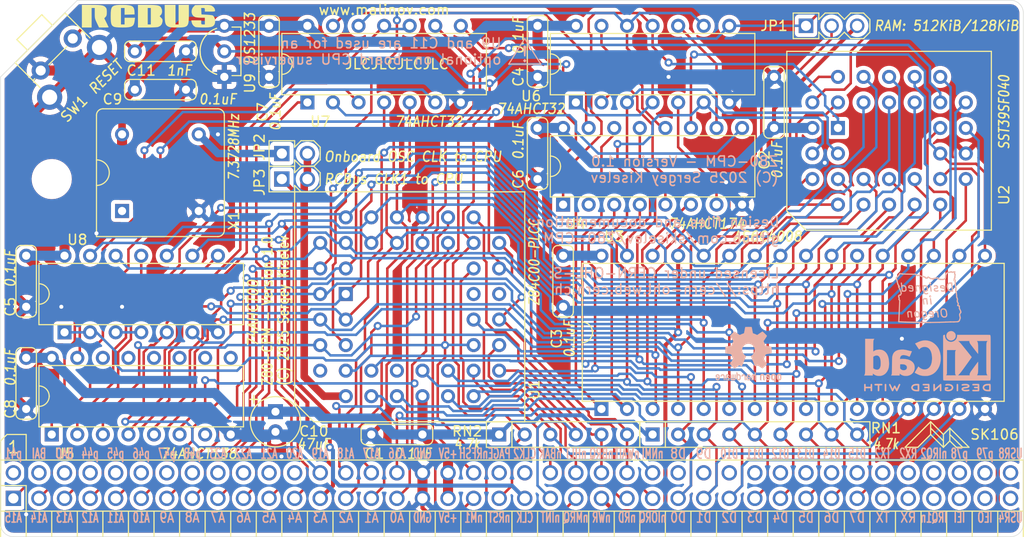
<source format=kicad_pcb>
(kicad_pcb (version 20211014) (generator pcbnew)
  (title_block (title "Z80-CPM: RCBus Z80 CPU and Memory Module") (date "2025-05-21") (rev "1.0") (company "Designed by Sergey Kiselev") (comment 2 "Licensed under CERN-OHL-S: https://cern-ohl.web.cern.ch") (comment 3 "Documentation and design files: https://github.com/skiselev/Z80-CPM") (comment 4 "Z80-CPM is an open source hardware project"))
  (layers (0 "F.Cu" signal) (31 "B.Cu" signal) (34 "B.Paste" user) (35 "F.Paste" user) (36 "B.SilkS" user "B.Silkscreen") (37 "F.SilkS" user "F.Silkscreen") (38 "B.Mask" user) (39 "F.Mask" user) (44 "Edge.Cuts" user))
  (net 0 "")
  (net 1 "/CLK1")
  (net 2 "GND")
  (net 3 "VCC")
  (net 5 "/A15")
  (net 6 "/A14")
  (net 7 "/A13")
  (net 8 "/A12")
  (net 9 "/A11")
  (net 10 "/A10")
  (net 11 "/A9")
  (net 12 "/A8")
  (net 13 "/A7")
  (net 14 "/A6")
  (net 15 "/A5")
  (net 16 "/A4")
  (net 17 "/A3")
  (net 18 "/A2")
  (net 19 "/A1")
  (net 20 "/A0")
  (net 21 "/~{M1}")
  (net 22 "/~{RESET}")
  (net 23 "/CPU_CLK")
  (net 24 "/~{INT}")
  (net 25 "/~{MREQ}")
  (net 26 "/~{WR}")
  (net 27 "/~{RD}")
  (net 28 "/~{IORQ}")
  (net 29 "/D0")
  (net 30 "/D1")
  (net 31 "/D2")
  (net 32 "/D3")
  (net 33 "/D4")
  (net 34 "/D5")
  (net 35 "/D6")
  (net 36 "/D7")
  (net 37 "/~{RFSH}")
  (net 38 "/~{BUSACK}")
  (net 39 "/~{HALT}")
  (net 41 "/~{WAIT}")
  (net 42 "/~{NMI}")
  (net 46 "/MA17")
  (net 48 "/MA16")
  (net 49 "/MA15")
  (net 50 "/MA18")
  (net 52 "/~{ROM_CS}")
  (net 53 "/~{RAM_CS}")
  (net 65 "/MA19")
  (net 68 "/~{BUSRQ}")
  (net 85 "/RAM_A17")
  (net 86 "/SYS_CLK")
  (net 93 "/LA15")
  (net 94 "/LA16")
  (net 95 "/~{MMU_CS}")
  (net 96 "/LA17")
  (net 97 "/LA18")
  (net 98 "/LA19")
  (net 99 "Net-(U5-Pad1)")
  (net 100 "Net-(U5-Pad2)")
  (net 101 "Net-(U5-Pad4)")
  (net 107 "/MREQ")
  (net 108 "Net-(U5-Pad3)")
  (footprint "My_Components:IC_DIP14_300" (layer "F.Cu") (at 163.83 85.09)
    (fp_text reference "U7")
    (fp_text value "74AHCT32")
  )
  (footprint "My_Components:IC_DIP16_300" (layer "F.Cu") (at 190.5 95.25)
    (fp_text reference "U4")
    (fp_text value "74AHCT174")
  )
  (footprint "My_Components:Cap_Cer_508" (layer "F.Cu") (at 141.605 87.63)
    (fp_text reference "C9")
    (fp_text value "0.1uF")
  )
  (footprint "My_Components:Conn_SIL6" (layer "F.Cu") (at 181.61 121.92)
    (fp_text reference "RN2")
    (fp_text value "4.7k")
  )
  (footprint "My_Components:Cap_Cer_508" (layer "F.Cu") (at 181.61 106.68 -90)
    (fp_text reference "C3")
    (fp_text value "0.1uF")
  )
  (footprint "My_Components:Conn_Pin_Header_40x2_2.54mm_Right_Angle_RCBus80" (layer "F.Cu") (at 175.26 128.27)
    (fp_text reference "J1" hide)
    (fp_text value "RCBus" hide)
  )
  (footprint "My_Components:IC_DIP32_600" (layer "F.Cu") (at 204.47 111.76)
    (fp_text reference "U3")
    (fp_text value "AS6C4008")
  )
  (footprint "My_Components:Conn_Pin_Header_2x1_2.54mm" (layer "F.Cu") (at 154.94 96.52)
    (fp_text reference "JP3")
    (fp_text value "RCBus CLK1 to CPU")
  )
  (footprint "My_Components:Cap_Cer_508" (layer "F.Cu") (at 179.07 93.98 -90)
    (fp_text reference "C6")
    (fp_text value "0.1uF")
  )
  (footprint "My_Components:Cap_Cer_508" (layer "F.Cu") (at 128.27 106.68 -90)
    (fp_text reference "C5")
    (fp_text value "0.1uF")
  )
  (footprint "MountingHole:MountingHole_3.2mm_M3_DIN965" (layer "F.Cu") (at 130.81 96.52)
    (fp_text reference "H1" hide)
    (fp_text value "M3")
  )
  (footprint "My_Components:IC_DIP14_300" (layer "F.Cu") (at 190.5 85.09)
    (fp_text reference "U6")
    (fp_text value "74AHCT32")
  )
  (footprint "My_Components:Conn_SIL9" (layer "F.Cu") (at 200.66 121.92)
    (fp_text reference "RN1")
    (fp_text value "4.7k")
  )
  (footprint "My_Components:Transistor_TO92_EBC_254" (layer "F.Cu") (at 147.955 83.82 90)
    (fp_text reference "U9")
    (fp_text value "DS1233")
  )
  (footprint "My_Components:IC_DIP16_300" (layer "F.Cu") (at 139.7 118.11)
    (fp_text reference "U5")
    (fp_text value "74AHCT138")
  )
  (footprint "My_Components:Cap_Elec_Radial_5mm" (layer "F.Cu") (at 153.035 120.65 -90)
    (fp_text reference "C10")
    (fp_text value "47uF")
  )
  (footprint "My_Components:Cap_Cer_508" (layer "F.Cu") (at 128.27 116.84 -90)
    (fp_text reference "C8")
    (fp_text value "0.1uF")
  )
  (footprint "My_Components:IC_PLCC32_TH" (layer "F.Cu") (at 213.995 92.71 90)
    (fp_text reference "U2")
    (fp_text value "SST39SF040")
  )
  (footprint "My_Components:IC_DIP14_300" (layer "F.Cu") (at 139.7 107.95)
    (fp_text reference "U8")
    (fp_text value "74AHCT00")
  )
  (footprint "My_Components:Cap_Cer_508" (layer "F.Cu") (at 202.565 88.9 90)
    (fp_text reference "C2")
    (fp_text value "0.1uF")
  )
  (footprint "My_Components:Cap_Cer_508" (layer "F.Cu") (at 152.4 83.82 -90)
    (fp_text reference "C7")
    (fp_text value "0.1uF")
  )
  (footprint "My_Components:Cap_Cer_508" (layer "F.Cu") (at 165.1 121.92 180)
    (fp_text reference "C1")
    (fp_text value "0.1uF")
  )
  (footprint "My_Components:IC_PLCC44_TH" (layer "F.Cu") (at 166.37 109.22 90)
    (fp_text reference "U1")
    (fp_text value "Z84C00-PLCC")
  )
  (footprint "My_Components:RCBUS_Logo" (layer "F.Cu") (at 140.6525 80.3275)
    (fp_text reference "LOGO2")
    (fp_text value "RCBUS_Logo" hide)
  )
  (footprint "My_Components:Switch_Tactile_6mm_Right" (layer "F.Cu") (at 128.58496 81.41516 45)
    (fp_text reference "SW1")
    (fp_text value "RESET")
  )
  (footprint "My_Components:Cap_Cer_508" (layer "F.Cu") (at 141.605 83.82)
    (fp_text reference "C11")
    (fp_text value "1nF")
  )
  (footprint "My_Components:OSC_Half_Can_DIP8" (layer "F.Cu") (at 141.605 95.885)
    (fp_text reference "X1")
    (fp_text value "7.3728MHz")
  )
  (footprint "My_Components:Conn_Pin_Header_3x1_2.54mm" (layer "F.Cu") (at 208.28 81.28)
    (fp_text reference "JP1")
    (fp_text value "RAM: 512KiB/128KiB")
  )
  (footprint "My_Components:Conn_Pin_Header_2x1_2.54mm" (layer "F.Cu") (at 154.94 93.98)
    (fp_text reference "JP2")
    (fp_text value "Onboard OSC CLK to CPU")
  )
  (footprint "My_Components:Cap_Cer_508" (layer "F.Cu") (at 179.07 83.82 -90)
    (fp_text reference "C4")
    (fp_text value "0.1uF")
  )
  (footprint "Symbol:KiCad-Logo2_5mm_SilkScreen" (layer "B.Cu") (at 217.805 114.6175 180)
    (fp_text reference "REF**" hide)
    (fp_text value "KiCad-Logo2_5mm_SilkScreen" hide)
  )
  (footprint "Symbol:OSHW-Logo2_7.3x6mm_SilkScreen" (layer "B.Cu") (at 200.025 113.9825 180)
    (fp_text reference "LOGO1" hide)
    (fp_text value "Logo_Open_Hardware_Large" hide)
  )
  (gr_line (start 177.8 82.55) (end 176.2125 85.09) (layer "B.SilkS") (width 0.12))
  (gr_line (start 219.607213 106.259715) (end 219.607213 106.148095) (layer "B.SilkS") (width 0.12))
  (gr_line (start 220.181163 105.738735) (end 220.273768 105.794585) (layer "B.SilkS") (width 0.12))
  (gr_line (start 219.977493 105.794585) (end 220.107163 105.757335) (layer "B.SilkS") (width 0.12))
  (gr_line (start 220.347838 105.775885) (end 220.514513 105.738735) (layer "B.SilkS") (width 0.12))
  (gr_line (start 220.107163 105.757335) (end 220.181163 105.738735) (layer "B.SilkS") (width 0.12))
  (gr_line (start 219.662748 105.96192) (end 219.736818 105.868985) (layer "B.SilkS") (width 0.12))
  (gr_line (start 219.736818 105.868985) (end 219.903418 105.775885) (layer "B.SilkS") (width 0.12))
  (gr_line (start 219.903418 105.775885) (end 219.977493 105.794585) (layer "B.SilkS") (width 0.12))
  (gr_line (start 219.588678 106.389925) (end 219.607213 106.259715) (layer "B.SilkS") (width 0.12))
  (gr_line (start 220.273768 105.794585) (end 220.347838 105.775885) (layer "B.SilkS") (width 0.12))
  (gr_line (start 219.607213 106.148095) (end 219.662748 105.96192) (layer "B.SilkS") (width 0.12))
  (gr_line (start 214.996553 108.380795) (end 214.959603 108.250495) (layer "B.SilkS") (width 0.12))
  (gr_line (start 216.440893 110.762313) (end 215.626153 110.743709) (layer "B.SilkS") (width 0.12))
  (gr_line (start 219.625678 110.743709) (end 218.996113 110.762313) (layer "B.SilkS") (width 0.12))
  (gr_line (start 215.200253 107.89696) (end 215.181753 107.7668) (layer "B.SilkS") (width 0.12))
  (gr_line (start 215.126153 108.04585) (end 215.200253 107.89696) (layer "B.SilkS") (width 0.12))
  (gr_line (start 218.088823 110.780848) (end 216.440893 110.762313) (layer "B.SilkS") (width 0.12))
  (gr_line (start 220.440443 110.725037) (end 220.088628 110.725037) (layer "B.SilkS") (width 0.12))
  (gr_line (start 220.088628 110.725037) (end 219.625678 110.743709) (layer "B.SilkS") (width 0.12))
  (gr_line (start 215.052103 108.58542) (end 214.978053 108.49234) (layer "B.SilkS") (width 0.12))
  (gr_line (start 214.959603 110.706502) (end 215.052103 108.58542) (layer "B.SilkS") (width 0.12))
  (gr_line (start 214.978053 108.49234) (end 214.996553 108.380795) (layer "B.SilkS") (width 0.12))
  (gr_line (start 215.626153 110.743709) (end 214.959603 110.706502) (layer "B.SilkS") (width 0.12))
  (gr_line (start 218.996113 110.762313) (end 218.088823 110.780848) (layer "B.SilkS") (width 0.12))
  (gr_line (start 215.015103 108.064455) (end 215.126153 108.04585) (layer "B.SilkS") (width 0.12))
  (gr_line (start 214.941053 108.138945) (end 215.015103 108.064455) (layer "B.SilkS") (width 0.12))
  (gr_line (start 214.959603 108.250495) (end 214.941053 108.138945) (layer "B.SilkS") (width 0.12))
  (gr_line (start 214.866953 106.203905) (end 214.922503 106.12942) (layer "B.SilkS") (width 0.12))
  (gr_line (start 217.366653 106.2225) (end 217.380993 106.2225) (layer "B.SilkS") (width 0.12))
  (gr_line (start 214.781404 106.613445) (end 214.751303 106.52712) (layer "B.SilkS") (width 0.12))
  (gr_line (start 219.347939 106.501565) (end 219.514608 106.464345) (layer "B.SilkS") (width 0.12))
  (gr_line (start 215.070653 107.50629) (end 214.941053 107.227225) (layer "B.SilkS") (width 0.12))
  (gr_line (start 214.959603 107.134146) (end 214.944953 107.110581) (layer "B.SilkS") (width 0.12))
  (gr_line (start 217.283433 106.2132) (end 217.318143 106.219535) (layer "B.SilkS") (width 0.12))
  (gr_line (start 219.144263 106.501565) (end 219.347939 106.501565) (layer "B.SilkS") (width 0.12))
  (gr_line (start 214.718803 106.464345) (end 214.718803 106.464345) (layer "B.SilkS") (width 0.12))
  (gr_line (start 218.977648 106.482885) (end 219.144263 106.501565) (layer "B.SilkS") (width 0.12))
  (gr_line (start 218.829513 106.352725) (end 218.903583 106.427075) (layer "B.SilkS") (width 0.12))
  (gr_line (start 218.607303 106.371265) (end 218.829513 106.352725) (layer "B.SilkS") (width 0.12))
  (gr_line (start 217.774073 106.371265) (end 217.885148 106.259715) (layer "B.SilkS") (width 0.12))
  (gr_line (start 217.625943 106.352725) (end 217.774073 106.371265) (layer "B.SilkS") (width 0.12))
  (gr_line (start 217.533338 106.259715) (end 217.533338 106.259715) (layer "B.SilkS") (width 0.12))
  (gr_line (start 217.477793 106.241105) (end 217.517764 106.25386) (layer "B.SilkS") (width 0.12))
  (gr_line (start 216.940848 106.09227) (end 217.088908 106.12942) (layer "B.SilkS") (width 0.12))
  (gr_line (start 217.423978 106.228285) (end 217.477793 106.241105) (layer "B.SilkS") (width 0.12))
  (gr_line (start 215.181753 107.7668) (end 215.070653 107.50629) (layer "B.SilkS") (width 0.12))
  (gr_line (start 214.805503 106.71067) (end 214.781404 106.613445) (layer "B.SilkS") (width 0.12))
  (gr_line (start 217.380993 106.2225) (end 217.423978 106.228285) (layer "B.SilkS") (width 0.12))
  (gr_line (start 215.292853 105.96192) (end 216.200153 105.98058) (layer "B.SilkS") (width 0.12))
  (gr_line (start 214.994453 107.229025) (end 214.995753 107.21146) (layer "B.SilkS") (width 0.12))
  (gr_line (start 217.318143 106.219535) (end 217.354533 106.2225) (layer "B.SilkS") (width 0.12))
  (gr_line (start 214.966603 107.145455) (end 214.959603 107.134146) (layer "B.SilkS") (width 0.12))
  (gr_line (start 217.088908 106.12942) (end 217.255598 106.203905) (layer "B.SilkS") (width 0.12))
  (gr_line (start 214.995753 107.21146) (end 214.985403 107.180855) (layer "B.SilkS") (width 0.12))
  (gr_line (start 214.922503 106.12942) (end 215.033653 105.99919) (layer "B.SilkS") (width 0.12))
  (gr_line (start 216.774178 106.11088) (end 216.940848 106.09227) (layer "B.SilkS") (width 0.12))
  (gr_line (start 214.751303 106.52712) (end 214.728103 106.47916) (layer "B.SilkS") (width 0.12))
  (gr_line (start 218.459168 106.389925) (end 218.607303 106.371265) (layer "B.SilkS") (width 0.12))
  (gr_line (start 214.985053 107.23647) (end 214.994453 107.229025) (layer "B.SilkS") (width 0.12))
  (gr_line (start 218.329558 106.427075) (end 218.366563 106.501565) (layer "B.SilkS") (width 0.12))
  (gr_line (start 218.144348 106.427075) (end 218.329558 106.427075) (layer "B.SilkS") (width 0.12))
  (gr_line (start 214.811453 106.743465) (end 214.805503 106.71067) (layer "B.SilkS") (width 0.12))
  (gr_line (start 217.517764 106.25386) (end 217.533338 106.259715) (layer "B.SilkS") (width 0.12))
  (gr_line (start 216.644568 105.98058) (end 216.774178 106.11088) (layer "B.SilkS") (width 0.12))
  (gr_line (start 214.945653 107.22929) (end 214.956953 107.233575) (layer "B.SilkS") (width 0.12))
  (gr_line (start 214.718803 106.334115) (end 214.866953 106.203905) (layer "B.SilkS") (width 0.12))
  (gr_line (start 214.864703 106.959681) (end 214.837203 106.8699) (layer "B.SilkS") (width 0.12))
  (gr_line (start 214.817203 106.77516) (end 214.811453 106.743465) (layer "B.SilkS") (width 0.12))
  (gr_line (start 217.255598 106.203905) (end 217.255598 106.203905) (layer "B.SilkS") (width 0.12))
  (gr_line (start 214.837203 106.8699) (end 214.817203 106.77516) (layer "B.SilkS") (width 0.12))
  (gr_line (start 215.033653 105.99919) (end 215.052103 105.92477) (layer "B.SilkS") (width 0.12))
  (gr_line (start 214.718803 106.464345) (end 214.718803 106.334115) (layer "B.SilkS") (width 0.12))
  (gr_line (start 217.885148 106.259715) (end 218.144348 106.427075) (layer "B.SilkS") (width 0.12))
  (gr_line (start 217.533338 106.259715) (end 217.625943 106.352725) (layer "B.SilkS") (width 0.12))
  (gr_line (start 217.255598 106.203905) (end 217.262548 106.2068) (layer "B.SilkS") (width 0.12))
  (gr_line (start 217.262548 106.2068) (end 217.283433 106.2132) (layer "B.SilkS") (width 0.12))
  (gr_line (start 217.354533 106.2225) (end 217.366653 106.2225) (layer "B.SilkS") (width 0.12))
  (gr_line (start 214.728103 106.47916) (end 214.718803 106.464345) (layer "B.SilkS") (width 0.12))
  (gr_line (start 214.941053 107.227225) (end 214.941053 107.227225) (layer "B.SilkS") (width 0.12))
  (gr_line (start 215.292853 105.94338) (end 215.292853 105.96192) (layer "B.SilkS") (width 0.12))
  (gr_line (start 214.956953 107.233575) (end 214.971353 107.237016) (layer "B.SilkS") (width 0.12))
  (gr_line (start 215.052103 105.92477) (end 215.292853 105.94338) (layer "B.SilkS") (width 0.12))
  (gr_line (start 216.200153 105.98058) (end 216.644568 105.98058) (layer "B.SilkS") (width 0.12))
  (gr_line (start 214.902603 107.039055) (end 214.864703 106.959681) (layer "B.SilkS") (width 0.12))
  (gr_line (start 214.971353 107.237016) (end 214.985053 107.23647) (layer "B.SilkS") (width 0.12))
  (gr_line (start 214.941053 107.227225) (end 214.945653 107.22929) (layer "B.SilkS") (width 0.12))
  (gr_line (start 214.985403 107.180855) (end 214.966603 107.145455) (layer "B.SilkS") (width 0.12))
  (gr_line (start 219.514608 106.464345) (end 219.588678 106.389925) (layer "B.SilkS") (width 0.12))
  (gr_line (start 218.366563 106.501565) (end 218.459168 106.389925) (layer "B.SilkS") (width 0.12))
  (gr_line (start 218.903583 106.427075) (end 218.977648 106.482885) (layer "B.SilkS") (width 0.12))
  (gr_line (start 214.944953 107.110581) (end 214.902603 107.039055) (layer "B.SilkS") (width 0.12))
  (gr_line (start 220.514513 105.738735) (end 220.495978 105.94338) (layer "B.SilkS") (width 0.12))
  (gr_line (start 221.03293 109.906481) (end 220.995929 110.018035) (layer "B.SilkS") (width 0.12))
  (gr_line (start 220.644118 107.67379) (end 220.681118 107.85983) (layer "B.SilkS") (width 0.12))
  (gr_line (start 221.125534 109.77619) (end 221.03293 109.906481) (layer "B.SilkS") (width 0.12))
  (gr_line (start 220.625583 107.50629) (end 220.644118 107.580766) (layer "B.SilkS") (width 0.12))
  (gr_line (start 220.977396 109.385515) (end 221.03293 109.497135) (layer "B.SilkS") (width 0.12))
  (gr_line (start 220.829256 108.80873) (end 220.866326 108.901685) (layer "B.SilkS") (width 0.12))
  (gr_line (start 220.773722 108.71565) (end 220.829256 108.80873) (layer "B.SilkS") (width 0.12))
  (gr_line (start 220.792256 108.473805) (end 220.773722 108.58542) (layer "B.SilkS") (width 0.12))
  (gr_line (start 220.718184 108.287765) (end 220.755187 108.362115) (layer "B.SilkS") (width 0.12))
  (gr_line (start 220.699653 108.064455) (end 220.718184 108.287765) (layer "B.SilkS") (width 0.12))
  (gr_line (start 220.551513 106.557445) (end 220.570048 106.929501) (layer "B.SilkS") (width 0.12))
  (gr_line (start 220.681118 107.85983) (end 220.699653 108.064455) (layer "B.SilkS") (width 0.12))
  (gr_line (start 220.644118 107.580766) (end 220.607048 107.65511) (layer "B.SilkS") (width 0.12))
  (gr_line (start 220.570048 106.929501) (end 220.588583 107.078265) (layer "B.SilkS") (width 0.12))
  (gr_line (start 220.477443 106.408535) (end 220.495978 106.408535) (layer "B.SilkS") (width 0.12))
  (gr_line (start 220.495978 105.94338) (end 220.551513 105.99919) (layer "B.SilkS") (width 0.12))
  (gr_line (start 220.458908 106.613255) (end 220.551513 106.557445) (layer "B.SilkS") (width 0.12))
  (gr_line (start 220.829256 110.706502) (end 220.440443 110.725037) (layer "B.SilkS") (width 0.12))
  (gr_line (start 220.847791 110.6879) (end 220.829256 110.706502) (layer "B.SilkS") (width 0.12))
  (gr_line (start 220.810721 109.087795) (end 220.958861 109.1436) (layer "B.SilkS") (width 0.12))
  (gr_line (start 221.051465 110.27855) (end 221.051465 110.37157) (layer "B.SilkS") (width 0.12))
  (gr_line (start 220.995929 110.018035) (end 221.03293 110.16693) (layer "B.SilkS") (width 0.12))
  (gr_line (start 220.977396 109.162205) (end 220.977396 109.385515) (layer "B.SilkS") (width 0.12))
  (gr_line (start 220.458908 106.538695) (end 220.458908 106.613255) (layer "B.SilkS") (width 0.12))
  (gr_line (start 220.755187 108.362115) (end 220.792256 108.473805) (layer "B.SilkS") (width 0.12))
  (gr_line (start 220.551513 105.99919) (end 220.532978 106.241035) (layer "B.SilkS") (width 0.12))
  (gr_line (start 220.588583 107.078265) (end 220.625583 107.301575) (layer "B.SilkS") (width 0.12))
  (gr_line (start 220.995929 110.539071) (end 220.940395 110.650692) (layer "B.SilkS") (width 0.12))
  (gr_line (start 221.03293 109.497135) (end 221.107 109.6645) (layer "B.SilkS") (width 0.12))
  (gr_line (start 220.625583 107.301575) (end 220.644118 107.394656) (layer "B.SilkS") (width 0.12))
  (gr_line (start 220.644118 107.394656) (end 220.625583 107.50629) (layer "B.SilkS") (width 0.12))
  (gr_line (start 220.847791 108.994765) (end 220.810721 109.087795) (layer "B.SilkS") (width 0.12))
  (gr_line (start 220.866326 108.901685) (end 220.847791 108.994765) (layer "B.SilkS") (width 0.12))
  (gr_line (start 220.773722 108.58542) (end 220.773722 108.71565) (layer "B.SilkS") (width 0.12))
  (gr_line (start 220.532978 106.315525) (end 220.477443 106.408535) (layer "B.SilkS") (width 0.12))
  (gr_line (start 220.532978 106.241035) (end 220.532978 106.315525) (layer "B.SilkS") (width 0.12))
  (gr_line (start 220.607048 107.65511) (end 220.644118 107.67379) (layer "B.SilkS") (width 0.12))
  (gr_line (start 220.495978 106.408535) (end 220.458908 106.538695) (layer "B.SilkS") (width 0.12))
  (gr_line (start 220.940395 110.650692) (end 220.847791 110.6879) (layer "B.SilkS") (width 0.12))
  (gr_line (start 221.051465 110.37157) (end 220.995929 110.539071) (layer "B.SilkS") (width 0.12))
  (gr_line (start 220.958861 109.1436) (end 220.977396 109.162205) (layer "B.SilkS") (width 0.12))
  (gr_line (start 221.03293 110.16693) (end 221.051465 110.27855) (layer "B.SilkS") (width 0.12))
  (gr_line (start 221.107 109.6645) (end 221.125534 109.77619) (layer "B.SilkS") (width 0.12))
  (gr_line (start 179.3875 85.09) (end 177.8 82.55) (layer "B.SilkS") (width 0.12))
  (gr_line (start 176.2125 85.09) (end 179.3875 85.09) (layer "B.SilkS") (width 0.12))
  (gr_line (start 215.5825 123.19) (end 218.1225 120.65) (layer "F.SilkS") (width 0.12))
  (gr_line (start 220.0275 122.555) (end 219.3925 123.19) (layer "F.SilkS") (width 0.12))
  (gr_line (start 220.6625 123.19) (end 220.0275 122.555) (layer "F.SilkS") (width 0.12))
  (gr_line (start 221.9325 123.19) (end 220.6625 123.19) (layer "F.SilkS") (width 0.12))
  (gr_line (start 216.8525 123.19) (end 215.5825 123.19) (layer "F.SilkS") (width 0.12))
  (gr_line (start 219.3925 123.19) (end 218.1225 121.92) (layer "F.SilkS") (width 0.12))
  (gr_line (start 218.1225 120.65) (end 219.3925 121.92) (layer "F.SilkS") (width 0.12))
  (gr_line (start 218.1225 121.92) (end 216.8525 123.19) (layer "F.SilkS") (width 0.12))
  (gr_line (start 220.0275 121.285) (end 221.9325 123.19) (layer "F.SilkS") (width 0.12))
  (gr_line (start 219.3925 121.92) (end 220.0275 121.285) (layer "F.SilkS") (width 0.12))
  (gr_line (start 220.0275 121.285) (end 220.0275 122.555) (layer "F.SilkS") (width 0.12))
  (gr_line (start 220.0275 121.92) (end 221.2975 123.19) (layer "F.SilkS") (width 0.12))
  (gr_line (start 219.3925 121.92) (end 219.3925 123.19) (layer "F.SilkS") (width 0.12))
  (gr_line (start 218.1225 121.285) (end 219.3925 122.555) (layer "F.SilkS") (width 0.12))
  (gr_line (start 218.1225 120.65) (end 218.1225 121.92) (layer "F.SilkS") (width 0.12))
  (gr_line (start 125.73 125.73) (end 125.73 123.825) (layer "F.SilkS") (width 0.12))
  (gr_line (start 133.35 78.74) (end 226.06 78.74) (layer "Edge.Cuts") (width 0.05))
  (gr_line (start 226.06 132.08) (end 127 132.08) (layer "Edge.Cuts") (width 0.05))
  (gr_arc (start 127 132.08) (mid 126.101974 131.708026) (end 125.73 130.81) (layer "Edge.Cuts") (width 0.05))
  (gr_line (start 125.73 130.81) (end 125.73 86.36) (layer "Edge.Cuts") (width 0.05))
  (gr_arc (start 226.06 78.74) (mid 226.958026 79.111974) (end 227.33 80.01) (layer "Edge.Cuts") (width 0.05))
  (gr_arc (start 227.33 130.81) (mid 226.958026 131.708026) (end 226.06 132.08) (layer "Edge.Cuts") (width 0.05))
  (gr_line (start 125.73 86.36) (end 133.35 78.74) (layer "Edge.Cuts") (width 0.05))
  (gr_line (start 227.33 80.01) (end 227.33 130.81) (layer "Edge.Cuts") (width 0.05))
  (gr_text "Z80-CPM - Version 1.0\n(C) 2025 Sergey Kiselev" (at 193.675 95.5675) (layer "B.SilkS") (effects (font (size 1 1)) (justify mirror)))
  (gr_text "Designed\nin\nOregon" (at 217.805 108.585) (layer "B.SilkS") (effects (font (size 0.8 0.8) (thickness 0.12) italic) (justify mirror)))
  (gr_text "Design files and documentation:\ngithub.com/skiselev/Z80-CPM" (at 203.2 101.6) (layer "B.SilkS") (effects (font (size 1 1)) (justify left mirror)))
  (gr_text "Licensed under CERN-OHL-S:\nhttps://cern-ohl.web.cern.ch" (at 203.2 106.68) (layer "B.SilkS") (effects (font (size 1 1)) (justify left mirror)))
  (gr_text "U9 and C11 are used for an\noptional on-board CPU supervisor" (at 175.5775 83.82) (layer "B.SilkS") (effects (font (size 1 1)) (justify left mirror)))
  (gr_text "!" (at 177.8 84.1375) (layer "B.SilkS") (effects (font (size 1.5 1.5)) (justify mirror)))
  (gr_text "www.malinov.com" (at 163.83 79.6925) (layer "F.SilkS") (effects (font (size 1 1))))
  (gr_text "Z80-CPM - Version 1.0\n(C) 2025 Sergey Kiselev" (at 153.035 117.1575 90) (layer "F.SilkS") (effects (font (size 1 0.8)) (justify left)))
  (gr_text "SK106" (at 224.4725 121.92) (layer "F.SilkS") (effects (font (size 1 1))))
  (gr_text "JLCJLCJLCJLC" (at 165.1 85.09) (layer "F.SilkS") (effects (font (size 1 1))))
  (segment (start 158.4325 120.015) (end 154.94 116.5225) (width 0.4) (layer "F.Cu") (net 1))
  (segment (start 158.4325 123.19) (end 158.4325 120.015) (width 0.4) (layer "F.Cu") (net 1))
  (segment (start 154.94 97.79) (end 153.67 96.52) (width 0.4) (layer "F.Cu") (net 1))
  (segment (start 154.94 116.5225) (end 154.94 97.79) (width 0.4) (layer "F.Cu") (net 1))
  (via (at 158.4325 123.19) (size 0.8) (drill 0.4) (layers "F.Cu" "B.Cu") (net 1))
  (segment (start 158.75 126.365) (end 159.385 127) (width 0.4) (layer "B.Cu") (net 1))
  (segment (start 159.385 127) (end 176.53 127) (width 0.4) (layer "B.Cu") (net 1))
  (segment (start 158.75 123.5075) (end 158.75 126.365) (width 0.4) (layer "B.Cu") (net 1))
  (segment (start 158.4325 123.19) (end 158.75 123.5075) (width 0.4) (layer "B.Cu") (net 1))
  (segment (start 176.53 127) (end 177.8 128.27) (width 0.4) (layer "B.Cu") (net 1))
  (segment (start 130.600214 88.380162) (end 133.302688 85.677688) (width 1) (layer "F.Cu") (net 2))
  (segment (start 147.32 91.1225) (end 145.7325 89.535) (width 1) (layer "F.Cu") (net 2))
  (segment (start 200.66 88.265) (end 202.40625 86.51875) (width 0.4) (layer "F.Cu") (net 2))
  (segment (start 167.64 92.71) (end 167.64 100.33) (width 1) (layer "F.Cu") (net 2))
  (segment (start 135.549962 83.430414) (end 137.844548 85.725) (width 1) (layer "F.Cu") (net 2))
  (segment (start 177.8 97.79) (end 179.07 96.52) (width 1) (layer "F.Cu") (net 2))
  (segment (start 126.6825 110.8075) (end 128.27 109.22) (width 1) (layer "F.Cu") (net 2))
  (segment (start 224.79 92.71) (end 224.79 118.11) (width 0.4) (layer "F.Cu") (net 2))
  (segment (start 143.51 89.535) (end 143.51 88.265) (width 1) (layer "F.Cu") (net 2))
  (segment (start 129.717363 85.727479) (end 133.252897 85.727479) (width 1) (layer "F.Cu") (net 2))
  (segment (start 126.6825 107.6325) (end 128.27 109.22) (width 1) (layer "F.Cu") (net 2))
  (segment (start 143.51 97.79) (end 143.51 89.535) (width 1) (layer "F.Cu") (net 2))
  (segment (start 126.6825 117.7925) (end 126.6825 110.8075) (width 1) (layer "F.Cu") (net 2))
  (segment (start 166.616989 103.893011) (end 165.4175 105.0925) (width 0.25) (layer "F.Cu") (net 2))
  (segment (start 222.885 92.71) (end 224.79 92.71) (width 0.4) (layer "F.Cu") (net 2))
  (segment (start 126.6825 92.297876) (end 126.6825 107.6325) (width 1) (layer "F.Cu") (net 2))
  (segment (start 177.165 88.265) (end 179.07 86.36) (width 1) (layer "F.Cu") (net 2))
  (segment (start 152.4 122.2375) (end 152.4 122.8725) (width 0.4) (layer "F.Cu") (net 2))
  (segment (start 133.252897 85.727479) (end 133.302688 85.677688) (width 1) (layer "F.Cu") (net 2))
  (segment (start 164.076989 120.403011) (end 162.56 121.92) (width 0.25) (layer "F.Cu") (net 2))
  (segment (start 144.145 83.82) (end 144.145 87.63) (width 1) (layer "F.Cu") (net 2))
  (segment (start 167.64 129.2225) (end 167.64 128.27) (width 0.4) (layer "F.Cu") (net 2))
  (segment (start 152.4 122.8725) (end 153.633951 124.106451) (width 0.4) (layer "F.Cu") (net 2))
  (segment (start 164.076989 115.005511) (end 164.076989 120.403011) (width 0.25) (layer "F.Cu") (net 2))
  (segment (start 224.79 130.81) (end 169.2275 130.81) (width 0.4) (layer "F.Cu") (net 2))
  (segment (start 171.45 88.9) (end 167.64 92.71) (width 1) (layer "F.Cu") (net 2))
  (segment (start 221.615 93.98) (end 222.885 92.71) (width 0.4) (layer "F.Cu") (net 2))
  (segment (start 137.844548 85.725) (end 144.145 85.725) (width 1) (layer "F.Cu") (net 2))
  (segment (start 130.600214 88.380162) (end 126.6825 92.297876) (width 1) (layer "F.Cu") (net 2))
  (segment (start 129.716331 85.728511) (end 129.717363 85.727479) (width 1) (layer "F.Cu") (net 2))
  (segment (start 177.165 94.615) (end 177.165 88.265) (width 1) (layer "F.Cu") (net 2))
  (segment (start 224.79 120.65) (end 224.79 130.81) (width 0.4) (layer "F.Cu") (net 2))
  (segment (start 223.52 119.38) (end 224.79 120.65) (width 0.4) (layer "F.Cu") (net 2))
  (segment (start 197.8025 96.8375) (end 200.66 93.98) (width 0.4) (layer "F.Cu") (net 2))
  (segment (start 167.64 125.73) (end 167.64 128.27) (width 1) (layer "F.Cu") (net 2))
  (segment (start 133.302688 85.677688) (end 135.549962 83.430414) (width 1) (layer "F.Cu") (net 2))
  (segment (start 143.51 88.265) (end 144.145 87.63) (width 1) (layer "F.Cu") (net 2))
  (segment (start 200.66 93.98) (end 200.66 88.265) (width 0.4) (layer "F.Cu") (net 2))
  (segment (start 181.61 109.22) (end 177.8 105.41) (width 1) (layer "F.Cu") (net 2))
  (segment (start 145.415 99.695) (end 143.51 97.79) (width 1) (layer "F.Cu") (net 2))
  (segment (start 169.2275 130.81) (end 167.64 129.2225) (width 0.4) (layer "F.Cu") (net 2))
  (segment (start 177.8 105.41) (end 177.8 97.79) (width 1) (layer "F.Cu") (net 2))
  (segment (start 167.64 100.33) (end 166.616989 101.353011) (width 0.25) (layer "F.Cu") (net 2))
  (segment (start 179.07 96.52) (end 177.165 94.615) (width 1) (layer "F.Cu") (net 2))
  (segment (start 165.4175 105.0925) (end 165.4175 113.665) (width 0.25) (layer "F.Cu") (net 2))
  (segment (start 147.32 92.075) (end 147.32 91.1225) (width 1) (layer "F.Cu") (net 2))
  (segment (start 224.79 118.11) (end 223.52 119.38) (width 0.4) (layer "F.Cu") (net 2))
  (segment (start 145.7325 89.535) (end 143.51 89.535) (width 1) (layer "F.Cu") (net 2))
  (segment (start 165.4175 113.665) (end 164.076989 115.005511) (width 0.25) (layer "F.Cu") (net 2))
  (segment (start 153.035 121.6025) (end 152.4 122.2375) (width 0.4) (layer "F.Cu") (net 2))
  (segment (start 128.27 119.38) (end 126.6825 117.7925) (width 1) (layer "F.Cu") (net 2))
  (segment (start 166.616989 101.353011) (end 166.616989 103.893011) (width 0.25) (layer "F.Cu") (net 2))
  (via (at 215.265 112.395) (size 0.8) (drill 0.4) (layers "F.Cu" "B.Cu") (net 2))
  (via (at 207.605697 94.899703) (size 0.8) (drill 0.4) (layers "F.Cu" "B.Cu") (net 2))
  (via (at 192.0875 86.36) (size 0.8) (drill 0.4) (layers "F.Cu" "B.Cu") (net 2))
  (via (at 135.255 101.9175) (size 0.8) (drill 0.4) (layers "F.Cu" "B.Cu") (net 2))
  (via (at 147.32 92.075) (size 0.8) (drill 0.4) (layers "F.Cu" "B.Cu") (net 2))
  (via (at 153.633951 124.106451) (size 0.8) (drill 0.4) (layers "F.Cu" "B.Cu") (net 2))
  (via (at 131.7625 109.22) (size 0.8) (drill 0.4) (layers "F.Cu" "B.Cu") (net 2))
  (via (at 137.795 109.22) (size 0.8) (drill 0.4) (layers "F.Cu" "B.Cu") (net 2))
  (via (at 128.27 129.8575) (size 0.8) (drill 0.4) (layers "F.Cu" "B.Cu") (net 2))
  (via (at 197.8025 96.8375) (size 0.8) (drill 0.4) (layers "F.Cu" "B.Cu") (net 2))
  (segment (start 200.66 112.395) (end 216.535 112.395) (width 1) (layer "B.Cu") (net 2))
  (segment (start 152.4 86.36) (end 168.91 86.36) (width 1) (layer "B.Cu") (net 2))
  (segment (start 202.565 95.885) (end 203.2 95.25) (width 0.4) (layer "B.Cu") (net 2))
  (segment (start 198.12 88.265) (end 198.12 88.9) (width 1) (layer "B.Cu") (net 2))
  (segment (start 201.295 87.63) (end 202.565 86.36) (width 1) (layer "B.Cu") (net 2))
  (segment (start 181.61 109.22) (end 182.0101 109.6201) (width 1) (layer "B.Cu") (net 2))
  (segment (start 128.27 124.46) (end 128.27 124.7775) (width 0.4) (layer "B.Cu") (net 2))
  (segment (start 199.39 87.63) (end 201.295 87.63) (width 1) (layer "B.Cu") (net 2))
  (segment (start 130.81 119.38) (end 146.05 119.38) (width 1) (layer "B.Cu") (net 2))
  (segment (start 168.91 86.36) (end 171.45 88.9) (width 1) (layer "B.Cu") (net 2))
  (segment (start 196.215 86.36) (end 198.12 88.265) (width 1) (layer "B.Cu") (net 2))
  (segment (start 129.54 118.11) (end 130.81 119.38) (width 1) (layer "B.Cu") (net 2))
  (segment (start 128.27 109.22) (end 144.78 109.22) (width 1) (layer "B.Cu") (net 2))
  (segment (start 203.2 95.25) (end 207.2554 95.25) (width 0.4) (layer "B.Cu") (net 2))
  (segment (start 216.535 112.395) (end 223.52 119.38) (width 1) (layer "B.Cu") (net 2))
  (segment (start 197.8025 96.8375) (end 197.485 96.52) (width 1) (layer "B.Cu") (net 2))
  (segment (start 162.56 121.92) (end 153.30424 121.92) (width 1) (layer "B.Cu") (net 2))
  (segment (start 126.6825 122.8725) (end 128.27 124.46) (width 0.4) (layer "B.Cu") (net 2))
  (segment (start 129.54 118.11) (end 128.27 119.38) (width 1) (layer "B.Cu") (net 2))
  (segment (start 139.3825 101.9175) (end 143.51 97.79) (width 1) (layer "B.Cu") (net 2))
  (segment (start 126.6825 120.9675) (end 126.6825 122.8725) (width 0.4) (layer "B.Cu") (net 2))
  (segment (start 152.76576 121.92) (end 153.035 121.65076) (width 1) (layer "B.Cu") (net 2))
  (segment (start 197.485 96.52) (end 179.07 96.52) (width 1) (layer "B.Cu") (net 2))
  (segment (start 175.5775 88.265) (end 177.4825 86.36) (width 1) (layer "B.Cu") (net 2))
  (segment (start 147.955 86.36) (end 145.415 86.36) (width 1) (layer "B.Cu") (net 2))
  (segment (start 145.415 86.36) (end 144.145 87.63) (width 1) (layer "B.Cu") (net 2))
  (segment (start 162.56 121.92) (end 164.465 123.825) (width 1) (layer "B.Cu") (net 2))
  (segment (start 171.45 88.9) (end 172.085 88.265) (width 1) (layer "B.Cu") (net 2))
  (segment (start 207.2554 95.25) (end 207.605697 94.899703) (width 0.4) (layer "B.Cu") (net 2))
  (segment (start 172.085 88.265) (end 175.5775 88.265) (width 1) (layer "B.Cu") (net 2))
  (segment (start 197.8025 97.4725) (end 199.39 99.06) (width 1) (layer "B.Cu") (net 2))
  (segment (start 199.39 99.06) (end 202.565 95.885) (width 0.4) (layer "B.Cu") (net 2))
  (segment (start 199.39 87.63) (end 198.12 88.9) (width 1) (layer "B.Cu") (net 2))
  (segment (start 152.4 86.36) (end 147.955 86.36) (width 1) (layer "B.Cu") (net 2))
  (segment (start 177.4825 86.36) (end 196.215 86.36) (width 1) (layer "B.Cu") (net 2))
  (segment (start 144.78 109.22) (end 147.32 111.76) (width 1) (layer "B.Cu") (net 2))
  (segment (start 143.51 97.79) (end 145.415 99.695) (width 1) (layer "B.Cu") (net 2))
  (segment (start 153.30424 121.92) (end 153.035 121.65076) (width 1) (layer "B.Cu") (net 2))
  (segment (start 128.27 119.38) (end 126.6825 120.9675) (width 1) (layer "B.Cu") (net 2))
  (segment (start 146.05 119.38) (end 148.59 121.92) (width 1) (layer "B.Cu") (net 2))
  (segment (start 148.59 121.92) (end 152.76576 121.92) (width 1) (layer "B.Cu") (net 2))
  (segment (start 197.8851 109.6201) (end 200.66 112.395) (width 1) (layer "B.Cu") (net 2))
  (segment (start 182.0101 109.6201) (end 197.8851 109.6201) (width 1) (layer "B.Cu") (net 2))
  (segment (start 128.27 124.7775) (end 128.27 129.8575) (width 0.4) (layer "B.Cu") (net 2))
  (segment (start 165.735 123.825) (end 167.64 125.73) (width 1) (layer "B.Cu") (net 2))
  (segment (start 135.255 101.9175) (end 139.3825 101.9175) (width 1) (layer "B.Cu") (net 2))
  (segment (start 164.465 123.825) (end 165.735 123.825) (width 1) (layer "B.Cu") (net 2))
  (segment (start 197.8025 96.8375) (end 197.8025 97.4725) (width 1) (layer "B.Cu") (net 2))
  (segment (start 170.18 125.73) (end 170.18 124.46) (width 1) (layer "F.Cu") (net 3))
  (segment (start 139.065 87.63) (end 137.795 88.9) (width 0.75) (layer "F.Cu") (net 3))
  (segment (start 137.795 88.9) (end 137.795 92.075) (width 0.75) (layer "F.Cu") (net 3))
  (segment (start 170.18 124.46) (end 167.64 121.92) (width 1) (layer "F.Cu") (net 3))
  (segment (start 129.8575 105.7275) (end 128.27 104.14) (width 1) (layer "F.Cu") (net 3))
  (segment (start 180.6575 89.8525) (end 180.6575 84.7725) (width 1) (layer "F.Cu") (net 3))
  (segment (start 132.08 102.5525) (end 137.795 96.8375) (width 1) (layer "F.Cu") (net 3))
  (segment (start 180.6575 84.7725) (end 179.07 83.185) (width 1) (layer "F.Cu") (net 3))
  (segment (start 179.07 83.185) (end 179.07 81.28) (width 1) (layer "F.Cu") (net 3))
  (segment (start 202.565 89.535) (end 202.565 91.44) (width 0.4) (layer "F.Cu") (net 3))
  (segment (start 179.07 91.44) (end 180.6575 89.8525) (width 1) (layer "F.Cu") (net 3))
  (segment (start 180.0225 102.5525) (end 180.0225 97.79) (width 1) (layer "F.Cu") (net 3))
  (segment (start 170.18 125.73) (end 170.18 128.27) (width 1) (layer "F.Cu") (net 3))
  (segment (start 167.64 121.92) (end 167.64 118.11) (width 1) (layer "F.Cu") (net 3))
  (segment (start 137.795 96.8375) (end 137.795 92.075) (width 1) (layer "F.Cu") (net 3))
  (segment (start 128.27 113.665) (end 129.8575 112.0775) (width 1) (layer "F.Cu") (net 3))
  (segment (start 129.8575 112.0775) (end 129.8575 105.7275) (width 1) (layer "F.Cu") (net 3))
  (segment (start 180.0225 97.79) (end 180.6575 97.155) (width 1) (layer "F.Cu") (net 3))
  (segment (start 132.08 104.14) (end 132.08 102.5525) (width 1) (layer "F.Cu") (net 3))
  (segment (start 181.61 104.14) (end 180.0225 102.5525) (width 1) (layer "F.Cu") (net 3))
  (segment (start 128.27 114.3) (end 128.27 113.665) (width 1) (layer "F.Cu") (net 3))
  (segment (start 180.6575 93.0275) (end 179.07 91.44) (width 1) (layer "F.Cu") (net 3))
  (segment (start 210.82 81.28) (end 202.565 89.535) (width 0.4) (layer "F.Cu") (net 3))
  (segment (start 180.6575 97.155) (end 180.6575 93.0275) (width 1) (layer "F.Cu") (net 3))
  (segment (start 167.64 121.92) (end 164.781443 121.92) (width 1) (layer "B.Cu") (net 3))
  (segment (start 147.0025 117.7925) (end 134.14375 117.7925) (width 1) (layer "B.Cu") (net 3))
  (segment (start 152.4 81.28) (end 156.21 81.28) (width 1) (layer "B.Cu") (net 3))
  (segment (start 134.14375 117.7925) (end 130.65125 114.3) (width 1) (layer "B.Cu") (net 3))
  (segment (start 152.4 81.28) (end 147.955 81.28) (width 1) (layer "B.Cu") (net 3))
  (segment (start 128.27 104.14) (end 132.08 104.14) (width 1) (layer "B.Cu") (net 3))
  (segment (start 199.0725 94.9325) (end 202.565 91.44) (width 1) (layer "B.Cu") (net 3))
  (segment (start 163.193943 120.3325) (end 157.7975 120.3325) (width 1) (layer "B.Cu") (net 3))
  (segment (start 153.035 119.64924) (end 148.85924 119.64924) (width 1) (layer "B.Cu") (net 3))
  (segment (start 157.7975 82.8675) (end 172.4025 82.8675) (width 1) (layer "B.Cu") (net 3))
  (segment (start 179.3875 120.015) (end 178.7525 120.65) (width 0.4) (layer "B.Cu") (net 3))
  (segment (start 202.565 91.44) (end 206.375 91.44) (width 1) (layer "B.Cu") (net 3))
  (segment (start 144.145 81.28) (end 139.065 86.36) (width 1) (layer "B.Cu") (net 3))
  (segment (start 190.5 121.92) (end 189.865 121.92) (width 0.4) (layer "B.Cu") (net 3))
  (segment (start 178.7525 120.65) (end 176.53 120.65) (width 0.4) (layer "B.Cu") (net 3))
  (segment (start 157.7975 120.3325) (end 157.11424 119.64924) (width 1) (layer "B.Cu") (net 3))
  (segment (start 179.07 91.44) (end 181.61 91.44) (width 1) (layer "B.Cu") (net 3))
  (segment (start 147.955 81.28) (end 144.145 81.28) (width 1) (layer "B.Cu") (net 3))
  (segment (start 173.99 81.28) (end 179.07 81.28) (width 1) (layer "B.Cu") (net 3))
  (segment (start 130.65125 114.3) (end 128.27 114.3) (width 1) (layer "B.Cu") (net 3))
  (segment (start 181.61 92.075) (end 184.4675 94.9325) (width 1) (layer "B.Cu") (net 3))
  (segment (start 176.53 120.65) (end 175.26 121.92) (width 0.4) (layer "B.Cu") (net 3))
  (segment (start 157.11424 119.64924) (end 153.035 119.64924) (width 1) (layer "B.Cu") (net 3))
  (segment (start 189.865 121.92) (end 188.595 120.65) (width 0.4) (layer "B.Cu") (net 3))
  (segment (start 179.07 81.28) (end 182.88 81.28) (width 1) (layer "B.Cu") (net 3))
  (segment (start 181.61 104.14) (end 185.42 104.14) (width 1) (layer "B.Cu") (net 3))
  (segment (start 164.781443 121.92) (end 163.193943 120.3325) (width 1) (layer "B.Cu") (net 3))
  (segment (start 156.21 81.28) (end 157.7975 82.8675) (width 1) (layer "B.Cu") (net 3))
  (segment (start 148.85924 119.64924) (end 147.0025 117.7925) (width 1) (layer "B.Cu") (net 3))
  (segment (start 183.515 120.015) (end 179.3875 120.015) (width 0.4) (layer "B.Cu") (net 3))
  (segment (start 184.15 120.65) (end 183.515 120.015) (width 0.4) (layer "B.Cu") (net 3))
  (segment (start 172.4025 82.8675) (end 173.99 81.28) (width 1) (layer "B.Cu") (net 3))
  (segment (start 184.4675 94.9325) (end 199.0725 94.9325) (width 1) (layer "B.Cu") (net 3))
  (segment (start 181.61 91.44) (end 181.61 92.075) (width 1) (layer "B.Cu") (net 3))
  (segment (start 188.595 120.65) (end 184.15 120.65) (width 0.4) (layer "B.Cu") (net 3))
  (segment (start 139.065 86.36) (end 139.065 87.63) (width 1) (layer "B.Cu") (net 3))
  (segment (start 167.64 121.92) (end 175.26 121.92) (width 1) (layer "B.Cu") (net 3))
  (segment (start 158.996989 104.845511) (end 158.75 105.0925) (width 0.25) (layer "F.Cu") (net 5))
  (segment (start 165.1 80.645) (end 165.1 83.82) (width 0.25) (layer "F.Cu") (net 5))
  (segment (start 158.75 105.0925) (end 158.75 111.76) (width 0.25) (layer "F.Cu") (net 5))
  (segment (start 162.56 86.36) (end 162.56 89.8525) (width 0.25) (layer "F.Cu") (net 5))
  (segment (start 165.1 83.82) (end 162.56 86.36) (width 0.25) (layer "F.Cu") (net 5))
  (segment (start 187.96 81.28) (end 187.96 83.5025) (width 0.25) (layer "F.Cu") (net 5))
  (segment (start 158.75 111.76) (end 160.02 113.03) (width 0.25) (layer "F.Cu") (net 5))
  (segment (start 162.56 89.8525) (end 160.02 92.3925) (width 0.25) (layer "F.Cu") (net 5))
  (segment (start 160.02 92.3925) (end 160.02 98.7425) (width 0.25) (layer "F.Cu") (net 5))
  (segment (start 158.996989 99.765511) (end 158.996989 104.845511) (width 0.25) (layer "F.Cu") (net 5))
  (segment (start 160.02 98.7425) (end 158.996989 99.765511) (width 0.25) (layer "F.Cu") (net 5))
  (segment (start 190.5 86.0425) (end 190.5 88.9) (width 0.25) (layer "F.Cu") (net 5))
  (segment (start 187.96 83.5025) (end 190.5 86.0425) (width 0.25) (layer "F.Cu") (net 5))
  (via (at 165.1 80.7345) (size 0.8) (drill 0.4) (layers "F.Cu" "B.Cu") (net 5))
  (segment (start 187.96 81.28) (end 189.23 80.01) (width 0.25) (layer "B.Cu") (net 5))
  (segment (start 194.31 80.01) (end 195.58 81.28) (width 0.25) (layer "B.Cu") (net 5))
  (segment (start 165.1 80.7345) (end 165.1 80.01) (width 0.25) (layer "B.Cu") (net 5))
  (segment (start 165.1 80.01) (end 186.69 80.01) (width 0.25) (layer "B.Cu") (net 5))
  (segment (start 182.88 88.9) (end 184.15 90.17) (width 0.25) (layer "B.Cu") (net 5))
  (segment (start 189.23 90.17) (end 190.5 88.9) (width 0.25) (layer "B.Cu") (net 5))
  (segment (start 161.29 81.28) (end 162.56 80.01) (width 0.25) (layer "B.Cu") (net 5))
  (segment (start 189.23 80.01) (end 194.31 80.01) (width 0.25) (layer "B.Cu") (net 5))
  (segment (start 186.69 80.01) (end 187.96 81.28) (width 0.25) (layer "B.Cu") (net 5))
  (segment (start 184.15 90.17) (end 189.23 90.17) (width 0.25) (layer "B.Cu") (net 5))
  (segment (start 162.56 80.01) (end 165.1 80.01) (width 0.25) (layer "B.Cu") (net 5))
  (segment (start 137.16 119.0625) (end 137.16 122.555) (width 0.25) (layer "F.Cu") (net 6))
  (segment (start 137.16 122.555) (end 136.525 123.19) (width 0.25) (layer "F.Cu") (net 6))
  (segment (start 190.8175 105.7275) (end 191.77 104.775) (width 0.25) (layer "F.Cu") (net 6))
  (segment (start 135.5725 123.19) (end 134.9375 123.825) (width 0.25) (layer "F.Cu") (net 6))
  (segment (start 190.781451 114.018549) (end 190.8175 114.054598) (width 0.25) (layer "F.Cu") (net 6))
  (segment (start 194.31 100.965) (end 197.8025 100.965) (width 0.25) (layer "F.Cu") (net 6))
  (segment (start 139.497469 113.144969) (end 139.497469 116.725031) (width 0.25) (layer "F.Cu") (net 6))
  (segment (start 190.8175 114.054598) (end 190.8175 119.0625) (width 0.25) (layer "F.Cu") (net 6))
  (segment (start 132.08 123.825) (end 130.81 125.095) (width 0.25) (layer "F.Cu") (net 6))
  (segment (start 200.025 100.33) (end 204.1525 96.2025) (width 0.25) (layer "F.Cu") (net 6))
  (segment (start 139.497469 116.725031) (end 137.16 119.0625) (width 0.25) (layer "F.Cu") (net 6))
  (segment (start 190.8175 113.9825) (end 190.8175 105.7275) (width 0.25) (layer "F.Cu") (net 6))
  (segment (start 191.77 104.775) (end 191.77 103.505) (width 0.25) (layer "F.Cu") (net 6))
  (segment (start 191.77 103.505) (end 194.31 100.965) (width 0.25) (layer "F.Cu") (net 6))
  (segment (start 197.8025 100.965) (end 198.4375 100.33) (width 0.25) (layer "F.Cu") (net 6))
  (segment (start 204.1525 96.2025) (end 204.1525 89.2175) (width 0.25) (layer "F.Cu") (net 6))
  (segment (start 130.81 125.095) (end 130.81 127) (width 0.25) (layer "F.Cu") (net 6))
  (segment (start 207.01 86.36) (end 208.915 86.36) (width 0.25) (layer "F.Cu") (net 6))
  (segment (start 134.9375 123.825) (end 132.08 123.825) (width 0.25) (layer "F.Cu") (net 6))
  (segment (start 130.81 127) (end 129.54 128.27) (width 0.25) (layer "F.Cu") (net 6))
  (segment (start 139.3825 113.03) (end 139.497469 113.144969) (width 0.25) (layer "F.Cu") (net 6))
  (segment (start 136.525 123.19) (end 135.5725 123.19) (width 0.25) (layer "F.Cu") (net 6))
  (segment (start 190.781451 114.018549) (end 190.8175 113.9825) (width 0.25) (layer "F.Cu") (net 6))
  (segment (start 190.8175 119.0625) (end 190.5 119.38) (width 0.25) (layer "F.Cu") (net 6))
  (segment (start 198.4375 100.33) (end 200.025 100.33) (width 0.25) (layer "F.Cu") (net 6))
  (segment (start 204.1525 89.2175) (end 207.01 86.36) (width 0.25) (layer "F.Cu") (net 6))
  (via (at 190.781451 114.018549) (size 0.8) (drill 0.4) (layers "F.Cu" "B.Cu") (net 6))
  (via (at 139.3825 113.03) (size 0.8) (drill 0.4) (layers "F.Cu" "B.Cu") (net 6))
  (segment (start 139.629489 113.276989) (end 148.026229 113.276989) (width 0.25) (layer "B.Cu") (net 6))
  (segment (start 190.410851 113.647949) (end 177.465449 113.647949) (width 0.25) (layer "B.Cu") (net 6))
  (segment (start 177.465449 113.647949) (end 175.824489 112.006989) (width 0.25) (layer "B.Cu") (net 6))
  (segment (start 190.781451 114.018549) (end 190.410851 113.647949) (width 0.25) (layer "B.Cu") (net 6))
  (segment (start 158.503011 114.053011) (end 157.48 113.03) (width 0.25) (layer "B.Cu") (net 6))
  (segment (start 175.824489 112.006989) (end 162.629075 112.006989) (width 0.25) (layer "B.Cu") (net 6))
  (segment (start 148.273218 113.03) (end 157.48 113.03) (width 0.25) (layer "B.Cu") (net 6))
  (segment (start 148.026229 113.276989) (end 148.273218 113.03) (width 0.25) (layer "B.Cu") (net 6))
  (segment (start 162.629075 112.006989) (end 160.583053 114.053011) (width 0.25) (layer "B.Cu") (net 6))
  (segment (start 160.583053 114.053011) (end 158.503011 114.053011) (width 0.25) (layer "B.Cu") (net 6))
  (segment (start 139.3825 113.03) (end 139.629489 113.276989) (width 0.25) (layer "B.Cu") (net 6))
  (segment (start 139.7 121.285) (end 139.7 122.555) (width 0.25) (layer "F.Cu") (net 7))
  (segment (start 136.2075 123.825) (end 135.5725 124.46) (width 0.25) (layer "F.Cu") (net 7))
  (segment (start 138.1125 123.19) (end 137.4775 123.825) (width 0.25) (layer "F.Cu") (net 7))
  (segment (start 133.35 125.095) (end 133.35 127) (width 0.25) (layer "F.Cu") (net 7))
  (segment (start 163.83 93.8905) (end 163.583011 94.137489) (width 0.25) (layer "F.Cu") (net 7))
  (segment (start 133.35 127) (end 132.08 128.27) (width 0.25) (layer "F.Cu") (net 7))
  (segment (start 143.756989 110.878011) (end 143.756989 112.465511) (width 0.25) (layer "F.Cu") (net 7))
  (segment (start 139.7 122.555) (end 139.065 123.19) (width 0.25) (layer "F.Cu") (net 7))
  (segment (start 146.648951 109.183951) (end 145.451049 109.183951) (width 0.25) (layer "F.Cu") (net 7))
  (segment (start 133.985 124.46) (end 133.35 125.095) (width 0.25) (layer "F.Cu") (net 7))
  (segment (start 139.065 123.19) (end 138.1125 123.19) (width 0.25) (layer "F.Cu") (net 7))
  (segment (start 137.4775 123.825) (end 136.2075 123.825) (width 0.25) (layer "F.Cu") (net 7))
  (segment (start 142.486989 113.735511) (end 142.486989 118.498011) (width 0.25) (layer "F.Cu") (net 7))
  (segment (start 163.583011 94.137489) (end 163.583011 103.434489) (width 0.25) (layer "F.Cu") (net 7))
  (segment (start 162.2425 104.775) (end 162.2425 108.2675) (width 0.25) (layer "F.Cu") (net 7))
  (segment (start 143.756989 112.465511) (end 142.486989 113.735511) (width 0.25) (layer "F.Cu") (net 7))
  (segment (start 145.451049 109.183951) (end 143.756989 110.878011) (width 0.25) (layer "F.Cu") (net 7))
  (segment (start 162.2425 108.2675) (end 160.02 110.49) (width 0.25) (layer "F.Cu") (net 7))
  (segment (start 163.583011 103.434489) (end 162.2425 104.775) (width 0.25) (layer "F.Cu") (net 7))
  (segment (start 135.5725 124.46) (end 133.985 124.46) (width 0.25) (layer "F.Cu") (net 7))
  (segment (start 142.486989 118.498011) (end 139.7 121.285) (width 0.25) (layer "F.Cu") (net 7))
  (via (at 146.648951 109.183951) (size 0.8) (drill 0.4) (layers "F.Cu" "B.Cu") (net 7))
  (via (at 163.83 93.8905) (size 0.8) (drill 0.4) (layers "F.Cu" "B.Cu") (net 7))
  (segment (start 147.601451 109.183951) (end 148.2725 109.855) (width 0.25) (layer "B.Cu") (net 7))
  (segment (start 163.83 93.8905) (end 164.3755 93.345) (width 0.25) (layer "B.Cu") (net 7))
  (segment (start 211.455 93.345) (end 211.455 88.9) (width 0.25) (layer "B.Cu") (net 7))
  (segment (start 148.2725 109.855) (end 156.21 109.855) (width 0.25) (layer "B.Cu") (net 7))
  (segment (start 208.28 95.25) (end 209.55 95.25) (width 0.25) (layer "B.Cu") (net 7))
  (segment (start 195.58 104.14) (end 198.12 101.6) (width 0.25) (layer "B.Cu") (net 7))
  (segment (start 191.77 100.33) (end 195.58 104.14) (width 0.25) (layer "B.Cu") (net 7))
  (segment (start 207.645 97.155) (end 207.645 95.885) (width 0.25) (layer "B.Cu") (net 7))
  (segment (start 209.55 95.25) (end 211.455 93.345) (width 0.25) (layer "B.Cu") (net 7))
  (segment (start 180.975 100.33) (end 191.77 100.33) (width 0.25) (layer "B.Cu") (net 7))
  (segment (start 158.996989 109.466989) (end 160.02 110.49) (width 0.25) (layer "B.Cu") (net 7))
  (segment (start 203.835 99.695) (end 205.105 99.695) (width 0.25) (layer "B.Cu") (net 7))
  (segment (start 205.105 99.695) (end 207.645 97.155) (width 0.25) (layer "B.Cu") (net 7))
  (segment (start 173.99 93.345) (end 180.975 100.33) (width 0.25) (layer "B.Cu") (net 7))
  (segment (start 164.3755 93.345) (end 173.99 93.345) (width 0.25) (layer "B.Cu") (net 7))
  (segment (start 198.12 101.6) (end 201.93 101.6) (width 0.25) (layer "B.Cu") (net 7))
  (segment (start 156.598011 109.466989) (end 158.996989 109.466989) (width 0.25) (layer "B.Cu") (net 7))
  (segment (start 201.93 101.6) (end 203.835 99.695) (width 0.25) (layer "B.Cu") (net 7))
  (segment (start 146.648951 109.183951) (end 147.601451 109.183951) (width 0.25) (layer "B.Cu") (net 7))
  (segment (start 156.21 109.855) (end 156.598011 109.466989) (width 0.25) (layer "B.Cu") (net 7))
  (segment (start 207.645 95.885) (end 208.28 95.25) (width 0.25) (layer "B.Cu") (net 7))
  (segment (start 145.026989 113.735511) (end 145.026989 118.498011) (width 0.25) (layer "F.Cu") (net 8))
  (segment (start 195.2625 102.235) (end 198.4375 102.235) (width 0.25) (layer "F.Cu") (net 8))
  (segment (start 205.74 96.52) (end 206.375 96.52) (width 0.25) (layer "F.Cu") (net 8))
  (segment (start 138.7475 123.825) (end 138.1125 124.46) (width 0.25) (layer "F.Cu") (net 8))
  (segment (start 194.31 112.0775) (end 194.31 103.1875) (width 0.25) (layer "F.Cu") (net 8))
  (segment (start 135.89 127) (end 134.62 128.27) (width 0.25) (layer "F.Cu") (net 8))
  (segment (start 140.97 123.19) (end 140.335 123.825) (width 0.25) (layer "F.Cu") (net 8))
  (segment (start 193.1295 113.258) (end 194.31 112.0775) (width 0.25) (layer "F.Cu") (net 8))
  (segment (start 146.296989 111.336254) (end 146.296989 112.465511) (width 0.25) (layer "F.Cu") (net 8))
  (segment (start 194.31 103.1875) (end 195.2625 102.235) (width 0.25) (layer "F.Cu") (net 8))
  (segment (start 138.1125 124.46) (end 136.525 124.46) (width 0.25) (layer "F.Cu") (net 8))
  (segment (start 145.026989 118.498011) (end 142.24 121.285) (width 0.25) (layer "F.Cu") (net 8))
  (segment (start 147.143243 110.49) (end 146.296989 111.336254) (width 0.25) (layer "F.Cu") (net 8))
  (segment (start 141.605 123.19) (end 140.97 123.19) (width 0.25) (layer "F.Cu") (net 8))
  (segment (start 198.4375 102.235) (end 199.0725 101.6) (width 0.25) (layer "F.Cu") (net 8))
  (segment (start 140.335 123.825) (end 138.7475 123.825) (width 0.25) (layer "F.Cu") (net 8))
  (segment (start 146.296989 112.465511) (end 145.026989 113.735511) (width 0.25) (layer "F.Cu") (net 8))
  (segment (start 142.24 121.285) (end 142.24 122.555) (width 0.25) (layer "F.Cu") (net 8))
  (segment (start 147.8655 110.49) (end 147.143243 110.49) (width 0.25) (layer "F.Cu") (net 8))
  (segment (start 135.89 125.095) (end 135.89 127) (width 0.25) (layer "F.Cu") (net 8))
  (segment (start 193.04 119.38) (end 193.04 113.258) (width 0.25) (layer "F.Cu") (net 8))
  (segment (start 136.525 124.46) (end 135.89 125.095) (width 0.25) (layer "F.Cu") (net 8))
  (segment (start 193.04 113.258) (end 193.1295 113.258) (width 0.25) (layer "F.Cu") (net 8))
  (segment (start 200.66 101.6) (end 205.74 96.52) (width 0.25) (layer "F.Cu") (net 8))
  (segment (start 142.24 122.555) (end 141.605 123.19) (width 0.25) (layer "F.Cu") (net 8))
  (segment (start 199.0725 101.6) (end 200.66 101.6) (width 0.25) (layer "F.Cu") (net 8))
  (via (at 193.04 113.258) (size 0.8) (drill 0.4) (layers "F.Cu" "B.Cu") (net 8))
  (via (at 147.8655 110.49) (size 0.8) (drill 0.4) (layers "F.Cu" "B.Cu") (net 8))
  (segment (start 176.282293 108.973011) (end 163.124489 108.973011) (width 0.25) (layer "B.Cu") (net 8))
  (segment (start 158.503011 111.513011) (end 157.48 110.49) (width 0.25) (layer "B.Cu") (net 8))
  (segment (start 191.674389 112.299389) (end 179.608671 112.299389) (width 0.25) (layer "B.Cu") (net 8))
  (segment (start 192.633 113.258) (end 191.674389 112.299389) (width 0.25) (layer "B.Cu") (net 8))
  (segment (start 193.04 113.258) (end 192.633 113.258) (width 0.25) (layer "B.Cu") (net 8))
  (segment (start 163.124489 108.973011) (end 160.584489 111.513011) (width 0.25) (layer "B.Cu") (net 8))
  (segment (start 179.608671 112.299389) (end 176.282293 108.973011) (width 0.25) (layer "B.Cu") (net 8))
  (segment (start 160.584489 111.513011) (end 158.503011 111.513011) (width 0.25) (layer "B.Cu") (net 8))
  (segment (start 147.8655 110.49) (end 157.48 110.49) (width 0.25) (layer "B.Cu") (net 8))
  (segment (start 142.5575 123.825) (end 141.2875 123.825) (width 0.25) (layer "F.Cu") (net 9))
  (segment (start 162.56 98.69775) (end 161.536989 99.720761) (width 0.25) (layer "F.Cu") (net 9))
  (segment (start 143.1925 123.19) (end 142.5575 123.825) (width 0.25) (layer "F.Cu") (net 9))
  (segment (start 147.32 118.745) (end 144.78 121.285) (width 0.25) (layer "F.Cu") (net 9))
  (segment (start 161.536989 99.720761) (end 161.536989 106.433011) (width 0.25) (layer "F.Cu") (net 9))
  (segment (start 144.78 122.555) (end 144.145 123.19) (width 0.25) (layer "F.Cu") (net 9))
  (segment (start 138.43 125.095) (end 138.43 127) (width 0.25) (layer "F.Cu") (net 9))
  (segment (start 138.43 127) (end 137.16 128.27) (width 0.25) (layer "F.Cu") (net 9))
  (segment (start 161.536989 106.433011) (end 160.02 107.95) (width 0.25) (layer "F.Cu") (net 9))
  (segment (start 140.6525 124.46) (end 139.065 124.46) (width 0.25) (layer "F.Cu") (net 9))
  (segment (start 148.59 108.9025) (end 148.59 112.0775) (width 0.25) (layer "F.Cu") (net 9))
  (segment (start 147.32 113.3475) (end 147.32 118.745) (width 0.25) (layer "F.Cu") (net 9))
  (segment (start 141.2875 123.825) (end 140.6525 124.46) (width 0.25) (layer "F.Cu") (net 9))
  (segment (start 139.065 124.46) (end 138.43 125.095) (width 0.25) (layer "F.Cu") (net 9))
  (segment (start 144.78 121.285) (end 144.78 122.555) (width 0.25) (layer "F.Cu") (net 9))
  (segment (start 148.59 112.0775) (end 147.32 113.3475) (width 0.25) (layer "F.Cu") (net 9))
  (segment (start 162.56 97.0655) (end 162.56 98.69775) (width 0.25) (layer "F.Cu") (net 9))
  (segment (start 144.145 123.19) (end 143.1925 123.19) (width 0.25) (layer "F.Cu") (net 9))
  (via (at 148.59 108.9025) (size 0.8) (drill 0.4) (layers "F.Cu" "B.Cu") (net 9))
  (via (at 162.56 97.0655) (size 0.8) (drill 0.4) (layers "F.Cu" "B.Cu") (net 9))
  (segment (start 162.56 97.0655) (end 162.788 96.8375) (width 0.25) (layer "B.Cu") (net 9))
  (segment (start 210.82 101.6) (end 212.725 99.695) (width 0.25) (layer "B.Cu") (net 9))
  (segment (start 148.660511 108.973011) (end 158.996989 108.973011) (width 0.25) (layer "B.Cu") (net 9))
  (segment (start 215.018011 97.084489) (end 215.018011 87.383011) (width 0.25) (layer "B.Cu") (net 9))
  (segment (start 168.5925 95.885) (end 173.987128 95.885) (width 0.25) (layer "B.Cu") (net 9))
  (segment (start 212.725 98.425) (end 213.36 97.79) (width 0.25) (layer "B.Cu") (net 9))
  (segment (start 180.972128 102.87) (end 186.055 102.87) (width 0.25) (layer "B.Cu") (net 9))
  (segment (start 205.74 101.6) (end 210.82 101.6) (width 0.25) (layer "B.Cu") (net 9))
  (segment (start 199.724551 106.062051) (end 200.376602 105.41) (width 0.25) (layer "B.Cu") (net 9))
  (segment (start 187.977051 106.062051) (end 199.724551 106.062051) (width 0.25) (layer "B.Cu") (net 9))
  (segment (start 158.996989 108.973011) (end 160.02 107.95) (width 0.25) (layer "B.Cu") (net 9))
  (segment (start 148.59 108.9025) (end 148.660511 108.973011) (width 0.25) (layer "B.Cu") (net 9))
  (segment (start 213.36 97.79) (end 214.3125 97.79) (width 0.25) (layer "B.Cu") (net 9))
  (segment (start 201.93 105.41) (end 203.2 104.14) (width 0.25) (layer "B.Cu") (net 9))
  (segment (start 186.055 102.87) (end 186.69 103.505) (width 0.25) (layer "B.Cu") (net 9))
  (segment (start 162.788 96.8375) (end 167.64 96.8375) (width 0.25) (layer "B.Cu") (net 9))
  (segment (start 167.64 96.8375) (end 168.5925 95.885) (width 0.25) (layer "B.Cu") (net 9))
  (segment (start 200.376602 105.41) (end 201.93 105.41) (width 0.25) (layer "B.Cu") (net 9))
  (segment (start 186.69 103.505) (end 186.69 104.775) (width 0.25) (layer "B.Cu") (net 9))
  (segment (start 215.018011 87.383011) (end 213.995 86.36) (width 0.25) (layer "B.Cu") (net 9))
  (segment (start 173.987128 95.885) (end 180.972128 102.87) (width 0.25) (layer "B.Cu") (net 9))
  (segment (start 214.3125 97.79) (end 215.018011 97.084489) (width 0.25) (layer "B.Cu") (net 9))
  (segment (start 186.69 104.775) (end 187.977051 106.062051) (width 0.25) (layer "B.Cu") (net 9))
  (segment (start 203.2 104.14) (end 205.74 101.6) (width 0.25) (layer "B.Cu") (net 9))
  (segment (start 212.725 99.695) (end 212.725 98.425) (width 0.25) (layer "B.Cu") (net 9))
  (segment (start 140.97 127) (end 139.7 128.27) (width 0.25) (layer "F.Cu") (net 10))
  (segment (start 149.5425 108.248511) (end 149.86 108.566011) (width 0.25) (layer "F.Cu") (net 10))
  (segment (start 206.602989 113.575489) (end 206.602989 107.087011) (width 0.25) (layer "F.Cu") (net 10))
  (segment (start 146.05 123.19) (end 145.415 123.825) (width 0.25) (layer "F.Cu") (net 10))
  (segment (start 149.86 116.5225) (end 149.225 117.1575) (width 0.25) (layer "F.Cu") (net 10))
  (segment (start 208.28 105.41) (end 208.28 104.14) (width 0.25) (layer "F.Cu") (net 10))
  (segment (start 206.6925 113.665) (end 206.602989 113.575489) (width 0.25) (layer "F.Cu") (net 10))
  (segment (start 149.225 119.38) (end 147.32 121.285) (width 0.25) (layer "F.Cu") (net 10))
  (segment (start 149.225 117.1575) (end 149.225 119.38) (width 0.25) (layer "F.Cu") (net 10))
  (segment (start 147.32 122.555) (end 146.685 123.19) (width 0.25) (layer "F.Cu") (net 10))
  (segment (start 145.415 123.825) (end 143.8275 123.825) (width 0.25) (layer "F.Cu") (net 10))
  (segment (start 140.97 125.095) (end 140.97 127) (width 0.25) (layer "F.Cu") (net 10))
  (segment (start 149.86 108.566011) (end 149.86 116.5225) (width 0.25) (layer "F.Cu") (net 10))
  (segment (start 141.605 124.46) (end 140.97 125.095) (width 0.25) (layer "F.Cu") (net 10))
  (segment (start 146.685 123.19) (end 146.05 123.19) (width 0.25) (layer "F.Cu") (net 10))
  (segment (start 147.32 121.285) (end 147.32 122.555) (width 0.25) (layer "F.Cu") (net 10))
  (segment (start 143.1925 124.46) (end 141.605 124.46) (width 0.25) (layer "F.Cu") (net 10))
  (segment (start 143.8275 123.825) (end 143.1925 124.46) (width 0.25) (layer "F.Cu") (net 10))
  (segment (start 206.602989 107.087011) (end 208.28 105.41) (width 0.25) (layer "F.Cu") (net 10))
  (via (at 206.6925 113.665) (size 0.8) (drill 0.4) (layers "F.Cu" "B.Cu") (net 10))
  (via (at 149.5425 108.248511) (size 0.8) (drill 0.4) (layers "F.Cu" "B.Cu") (net 10))
  (segment (start 192.093946 111.83856) (end 179.78356 111.83856) (width 0.25) (layer "B.Cu") (net 10))
  (segment (start 217.805 99.695) (end 217.17 100.33) (width 0.25) (layer "B.Cu") (net 10))
  (segment (start 206.375 113.3475) (end 194.591443 113.3475) (width 0.25) (layer "B.Cu") (net 10))
  (segment (start 175.824489 106.926989) (end 159.138011 106.926989) (width 0.25) (layer "B.Cu") (net 10))
  (segment (start 193.728454 112.484511) (end 192.739897 112.484511) (width 0.25) (layer "B.Cu") (net 10))
  (segment (start 176.53 108.585) (end 176.53 107.6325) (width 0.25) (layer "B.Cu") (net 10))
  (segment (start 213.36 102.87) (end 209.55 102.87) (width 0.25) (layer "B.Cu") (net 10))
  (segment (start 217.805 95.25) (end 217.805 99.695) (width 0.25) (layer "B.Cu") (net 10))
  (segment (start 215.9 100.33) (end 213.36 102.87) (width 0.25) (layer "B.Cu") (net 10))
  (segment (start 217.558011 95.003011) (end 217.805 95.25) (width 0.25) (layer "B.Cu") (net 10))
  (segment (start 206.6925 113.665) (end 206.375 113.3475) (width 0.25) (layer "B.Cu") (net 10))
  (segment (start 149.841011 107.95) (end 157.48 107.95) (width 0.25) (layer "B.Cu") (net 10))
  (segment (start 194.591443 113.3475) (end 193.728454 112.484511) (width 0.25) (layer "B.Cu") (net 10))
  (segment (start 217.558011 88.335511) (end 217.558011 95.003011) (width 0.25) (layer "B.Cu") (net 10))
  (segment (start 176.53 107.6325) (end 175.824489 106.926989) (width 0.25) (layer "B.Cu") (net 10))
  (segment (start 158.115 107.95) (end 157.48 107.95) (width 0.25) (layer "B.Cu") (net 10))
  (segment (start 216.535 87.3125) (end 217.558011 88.335511) (width 0.25) (layer "B.Cu") (net 10))
  (segment (start 192.739897 112.484511) (end 192.093946 111.83856) (width 0.25) (layer "B.Cu") (net 10))
  (segment (start 217.17 100.33) (end 215.9 100.33) (width 0.25) (layer "B.Cu") (net 10))
  (segment (start 179.78356 111.83856) (end 176.53 108.585) (width 0.25) (layer "B.Cu") (net 10))
  (segment (start 209.55 102.87) (end 208.28 104.14) (width 0.25) (layer "B.Cu") (net 10))
  (segment (start 149.5425 108.248511) (end 149.841011 107.95) (width 0.25) (layer "B.Cu") (net 10))
  (segment (start 216.535 86.36) (end 216.535 87.3125) (width 0.25) (layer "B.Cu") (net 10))
  (segment (start 159.138011 106.926989) (end 158.115 107.95) (width 0.25) (layer "B.Cu") (net 10))
  (segment (start 161.326049 95.921049) (end 161.043011 96.204087) (width 0.25) (layer "F.Cu") (net 11))
  (segment (start 145.7325 124.46) (end 144.145 124.46) (width 0.25) (layer "F.Cu") (net 11))
  (segment (start 146.3675 123.825) (end 145.7325 124.46) (width 0.25) (layer "F.Cu") (net 11))
  (segment (start 148.271423 123.825) (end 146.3675 123.825) (width 0.25) (layer "F.Cu") (net 11))
  (segment (start 149.86 117.791782) (end 149.86 122.236423) (width 0.25) (layer "F.Cu") (net 11))
  (segment (start 150.495 106.68) (end 150.495 117.156782) (width 0.25) (layer "F.Cu") (net 11))
  (segment (start 143.51 127) (end 142.24 128.27) (width 0.25) (layer "F.Cu") (net 11))
  (segment (start 144.145 124.46) (end 143.51 125.095) (width 0.25) (layer "F.Cu") (net 11))
  (segment (start 161.043011 96.204087) (end 161.043011 104.386989) (width 0.25) (layer "F.Cu") (net 11))
  (segment (start 150.495 117.156782) (end 149.86 117.791782) (width 0.25) (layer "F.Cu") (net 11))
  (segment (start 161.043011 104.386989) (end 160.02 105.41) (width 0.25) (layer "F.Cu") (net 11))
  (segment (start 150.1775 106.3625) (end 150.495 106.68) (width 0.25) (layer "F.Cu") (net 11))
  (segment (start 149.86 122.236423) (end 148.271423 123.825) (width 0.25) (layer "F.Cu") (net 11))
  (segment (start 143.51 125.095) (end 143.51 127) (width 0.25) (layer "F.Cu") (net 11))
  (via (at 150.1775 106.3625) (size 0.8) (drill 0.4) (layers "F.Cu" "B.Cu") (net 11))
  (via (at 161.326049 95.921049) (size 0.8) (drill 0.4) (layers "F.Cu" "B.Cu") (net 11))
  (segment (start 192.607531 105.612531) (end 199.187469 105.612531) (width 0.25) (layer "B.Cu") (net 11))
  (segment (start 167.3225 94.615) (end 173.988564 94.615) (width 0.25) (layer "B.Cu") (net 11))
  (segment (start 208.915 100.965) (end 210.185 99.695) (width 0.25) (layer "B.Cu") (net 11))
  (segment (start 200.66 104.14) (end 201.93 102.87) (width 0.25) (layer "B.Cu") (net 11))
  (segment (start 201.93 102.87) (end 203.2 102.87) (width 0.25) (layer "B.Cu") (net 11))
  (segment (start 212.725 95.885) (end 213.995 94.615) (width 0.25) (layer "B.Cu") (net 11))
  (segment (start 173.988564 94.615) (end 180.973564 101.6) (width 0.25) (layer "B.Cu") (net 11))
  (segment (start 161.679598 95.5675) (end 166.37 95.5675) (width 0.25) (layer "B.Cu") (net 11))
  (segment (start 212.09 97.79) (end 212.725 97.155) (width 0.25) (layer "B.Cu") (net 11))
  (segment (start 191.77 104.775) (end 192.607531 105.612531) (width 0.25) (layer "B.Cu") (net 11))
  (segment (start 203.2 102.87) (end 205.105 100.965) (width 0.25) (layer "B.Cu") (net 11))
  (segment (start 150.248011 106.433011) (end 158.044489 106.433011) (width 0.25) (layer "B.Cu") (net 11))
  (segment (start 158.044489 106.433011) (end 159.0675 105.41) (width 0.25) (layer "B.Cu") (net 11))
  (segment (start 191.77 103.505) (end 191.77 104.775) (width 0.25) (layer "B.Cu") (net 11))
  (segment (start 212.725 97.155) (end 212.725 95.885) (width 0.25) (layer "B.Cu") (net 11))
  (segment (start 210.185 98.425) (end 210.82 97.79) (width 0.25) (layer "B.Cu") (net 11))
  (segment (start 150.1775 106.3625) (end 150.248011 106.433011) (width 0.25) (layer "B.Cu") (net 11))
  (segment (start 205.105 100.965) (end 208.915 100.965) (width 0.25) (layer "B.Cu") (net 11))
  (segment (start 199.187469 105.612531) (end 200.66 104.14) (width 0.25) (layer "B.Cu") (net 11))
  (segment (start 210.82 97.79) (end 212.09 97.79) (width 0.25) (layer "B.Cu") (net 11))
  (segment (start 210.185 99.695) (end 210.185 98.425) (width 0.25) (layer "B.Cu") (net 11))
  (segment (start 180.973564 101.6) (end 189.865 101.6) (width 0.25) (layer "B.Cu") (net 11))
  (segment (start 189.865 101.6) (end 191.77 103.505) (width 0.25) (layer "B.Cu") (net 11))
  (segment (start 159.0675 105.41) (end 160.02 105.41) (width 0.25) (layer "B.Cu") (net 11))
  (segment (start 213.995 94.615) (end 213.995 88.9) (width 0.25) (layer "B.Cu") (net 11))
  (segment (start 166.37 95.5675) (end 167.3225 94.615) (width 0.25) (layer "B.Cu") (net 11))
  (segment (start 161.326049 95.921049) (end 161.679598 95.5675) (width 0.25) (layer "B.Cu") (net 11))
  (segment (start 150.776451 105.446049) (end 151.13 105.799598) (width 0.25) (layer "F.Cu") (net 12))
  (segment (start 150.495 117.7925) (end 150.495 122.237141) (width 0.25) (layer "F.Cu") (net 12))
  (segment (start 158.547469 97.675031) (end 158.547469 104.342531) (width 0.25) (layer "F.Cu") (net 12))
  (segment (start 150.495 122.237141) (end 148.272141 124.46) (width 0.25) (layer "F.Cu") (net 12))
  (segment (start 158.75 97.4725) (end 158.547469 97.675031) (width 0.25) (layer "F.Cu") (net 12))
  (segment (start 151.13 117.1575) (end 150.495 117.7925) (width 0.25) (layer "F.Cu") (net 12))
  (segment (start 146.05 127) (end 144.78 128.27) (width 0.25) (layer "F.Cu") (net 12))
  (segment (start 158.547469 104.342531) (end 157.48 105.41) (width 0.25) (layer "F.Cu") (net 12))
  (segment (start 151.13 105.799598) (end 151.13 117.1575) (width 0.25) (layer "F.Cu") (net 12))
  (segment (start 146.685 124.46) (end 146.05 125.095) (width 0.25) (layer "F.Cu") (net 12))
  (segment (start 146.05 125.095) (end 146.05 127) (width 0.25) (layer "F.Cu") (net 12))
  (segment (start 148.272141 124.46) (end 146.685 124.46) (width 0.25) (layer "F.Cu") (net 12))
  (via (at 158.75 97.4725) (size 0.8) (drill 0.4) (layers "F.Cu" "B.Cu") (net 12))
  (via (at 150.776451 105.446049) (size 0.8) (drill 0.4) (layers "F.Cu" "B.Cu") (net 12))
  (segment (start 202.565 102.235) (end 204.47 100.33) (width 0.25) (layer "B.Cu") (net 12))
  (segment (start 210.185 97.155) (end 210.185 95.885) (width 0.25) (layer "B.Cu") (net 12))
  (segment (start 166.0525 94.615) (end 166.6875 93.98) (width 0.25) (layer "B.Cu") (net 12))
  (segment (start 198.12 104.14) (end 200.025 102.235) (width 0.25) (layer "B.Cu") (net 12))
  (segment (start 212.725 87.63) (end 211.455 86.36) (width 0.25) (layer "B.Cu") (net 12))
  (segment (start 158.75 97.4725) (end 161.6075 94.615) (width 0.25) (layer "B.Cu") (net 12))
  (segment (start 200.025 102.235) (end 202.565 102.235) (width 0.25) (layer "B.Cu") (net 12))
  (segment (start 212.725 93.345) (end 212.725 87.63) (width 0.25) (layer "B.Cu") (net 12))
  (segment (start 150.776451 105.446049) (end 150.8125 105.41) (width 0.25) (layer "B.Cu") (net 12))
  (segment (start 194.31 104.775) (end 194.698011 105.163011) (width 0.25) (layer "B.Cu") (net 12))
  (segment (start 180.974282 100.965) (end 191.452141 100.965) (width 0.25) (layer "B.Cu") (net 12))
  (segment (start 210.185 95.885) (end 212.725 93.345) (width 0.25) (layer "B.Cu") (net 12))
  (segment (start 173.989282 93.98) (end 180.974282 100.965) (width 0.25) (layer "B.Cu") (net 12))
  (segment (start 150.8125 105.41) (end 157.48 105.41) (width 0.25) (layer "B.Cu") (net 12))
  (segment (start 161.6075 94.615) (end 166.0525 94.615) (width 0.25) (layer "B.Cu") (net 12))
  (segment (start 205.74 100.33) (end 208.28 97.79) (width 0.25) (layer "B.Cu") (net 12))
  (segment (start 209.55 97.79) (end 210.185 97.155) (width 0.25) (layer "B.Cu") (net 12))
  (segment (start 208.28 97.79) (end 209.55 97.79) (width 0.25) (layer "B.Cu") (net 12))
  (segment (start 204.47 100.33) (end 205.74 100.33) (width 0.25) (layer "B.Cu") (net 12))
  (segment (start 194.698011 105.163011) (end 197.096989 105.163011) (width 0.25) (layer "B.Cu") (net 12))
  (segment (start 166.6875 93.98) (end 173.989282 93.98) (width 0.25) (layer "B.Cu") (net 12))
  (segment (start 194.31 103.822859) (end 194.31 104.775) (width 0.25) (layer "B.Cu") (net 12))
  (segment (start 191.452141 100.965) (end 194.31 103.822859) (width 0.25) (layer "B.Cu") (net 12))
  (segment (start 197.096989 105.163011) (end 198.12 104.14) (width 0.25) (layer "B.Cu") (net 12))
  (segment (start 197.485 102.87) (end 198.755 102.87) (width 0.25) (layer "F.Cu") (net 13))
  (segment (start 198.755 102.87) (end 199.39 102.235) (width 0.25) (layer "F.Cu") (net 13))
  (segment (start 148.59 125.095) (end 148.59 127) (width 0.25) (layer "F.Cu") (net 13))
  (segment (start 151.13 118.11) (end 151.13 122.555) (width 0.25) (layer "F.Cu") (net 13))
  (segment (start 148.59 127) (end 147.32 128.27) (width 0.25) (layer "F.Cu") (net 13))
  (segment (start 155.2575 88.9) (end 156.21 88.9) (width 0.25) (layer "F.Cu") (net 13))
  (segment (start 199.39 102.235) (end 200.9775 102.235) (width 0.25) (layer "F.Cu") (net 13))
  (segment (start 200.9775 102.235) (end 204.1525 99.06) (width 0.25) (layer "F.Cu") (net 13))
  (segment (start 196.85 105.41) (end 196.85 103.505) (width 0.25) (layer "F.Cu") (net 13))
  (segment (start 204.1525 99.06) (end 208.915 99.06) (width 0.25) (layer "F.Cu") (net 13))
  (segment (start 151.765 105.41) (end 151.765 117.475) (width 0.25) (layer "F.Cu") (net 13))
  (segment (start 195.58 106.68) (end 196.85 105.41) (width 0.25) (layer "F.Cu") (net 13))
  (segment (start 151.13 103.505) (end 151.13 93.0275) (width 0.25) (layer "F.Cu") (net 13))
  (segment (start 195.58 110.8075) (end 195.58 106.68) (width 0.25) (layer "F.Cu") (net 13))
  (segment (start 196.85 103.505) (end 197.485 102.87) (width 0.25) (layer "F.Cu") (net 13))
  (segment (start 151.13 93.0275) (end 155.2575 88.9) (width 0.25) (layer "F.Cu") (net 13))
  (segment (start 151.13 104.775) (end 151.765 105.41) (width 0.25) (layer "F.Cu") (net 13))
  (segment (start 195.58 119.38) (end 195.58 110.8075) (width 0.25) (layer "F.Cu") (net 13))
  (segment (start 151.13 122.555) (end 148.59 125.095) (width 0.25) (layer "F.Cu") (net 13))
  (segment (start 151.13 103.505) (end 151.13 104.775) (width 0.25) (layer "F.Cu") (net 13))
  (segment (start 151.765 117.475) (end 151.13 118.11) (width 0.25) (layer "F.Cu") (net 13))
  (via (at 151.13 103.505) (size 0.8) (drill 0.4) (layers "F.Cu" "B.Cu") (net 13))
  (via (at 195.58 110.8075) (size 0.8) (drill 0.4) (layers "F.Cu" "B.Cu") (net 13))
  (segment (start 180.34 108.271808) (end 176.90096 104.832768) (width 0.25) (layer "B.Cu") (net 13))
  (segment (start 176.90096 104.832768) (end 176.90096 104.82846) (width 0.25) (layer "B.Cu") (net 13))
  (segment (start 151.13 103.505) (end 154.6225 103.505) (width 0.25) (layer "B.Cu") (net 13))
  (segment (start 158.044489 101.846989) (end 159.0675 102.87) (width 0.25) (layer "B.Cu") (net 13))
  (segment (start 181.2925 110.49) (end 180.34 109.5375) (width 0.25) (layer "B.Cu") (net 13))
  (segment (start 154.6225 103.505) (end 156.280511 101.846989) (width 0.25) (layer "B.Cu") (net 13))
  (segment (start 161.043011 103.893011) (end 160.02 102.87) (width 0.25) (layer "B.Cu") (net 13))
  (segment (start 156.280511 101.846989) (end 158.044489 101.846989) (width 0.25) (layer "B.Cu") (net 13))
  (segment (start 195.2625 110.49) (end 181.2925 110.49) (width 0.25) (layer "B.Cu") (net 13))
  (segment (start 159.0675 102.87) (end 160.02 102.87) (width 0.25) (layer "B.Cu") (net 13))
  (segment (start 175.965511 103.893011) (end 161.043011 103.893011) (width 0.25) (layer "B.Cu") (net 13))
  (segment (start 180.34 109.5375) (end 180.34 108.271808) (width 0.25) (layer "B.Cu") (net 13))
  (segment (start 195.58 110.8075) (end 195.2625 110.49) (width 0.25) (layer "B.Cu") (net 13))
  (segment (start 176.90096 104.82846) (end 175.965511 103.893011) (width 0.25) (layer "B.Cu") (net 13))
  (segment (start 151.765 124.46) (end 151.13 125.095) (width 0.25) (layer "F.Cu") (net 14))
  (segment (start 210.185 99.695) (end 210.185 97.79) (width 0.25) (layer "F.Cu") (net 14))
  (segment (start 198.12 111.76) (end 198.12 106.68) (width 0.25) (layer "F.Cu") (net 14))
  (segment (start 151.13 127) (end 149.86 128.27) (width 0.25) (layer "F.Cu") (net 14))
  (segment (start 152.4 104.775) (end 152.4 117.7925) (width 0.25) (layer "F.Cu") (net 14))
  (segment (start 209.55 100.33) (end 210.185 99.695) (width 0.25) (layer "F.Cu") (net 14))
  (segment (start 198.12 106.68) (end 199.39 105.41) (width 0.25) (layer "F.Cu") (net 14))
  (segment (start 200.025 102.87) (end 201.295 102.87) (width 0.25) (layer "F.Cu") (net 14))
  (segment (start 203.835 100.33) (end 209.55 100.33) (width 0.25) (layer "F.Cu") (net 14))
  (segment (start 210.185 97.79) (end 208.915 96.52) (width 0.25) (layer "F.Cu") (net 14))
  (segment (start 152.4 117.7925) (end 151.765 118.4275) (width 0.25) (layer "F.Cu") (net 14))
  (segment (start 201.295 102.87) (end 203.835 100.33) (width 0.25) (layer "F.Cu") (net 14))
  (segment (start 151.765 118.4275) (end 151.765 124.46) (width 0.25) (layer "F.Cu") (net 14))
  (segment (start 152.0825 104.4575) (end 152.4 104.775) (width 0.25) (layer "F.Cu") (net 14))
  (segment (start 198.12 119.38) (end 198.12 111.76) (width 0.25) (layer "F.Cu") (net 14))
  (segment (start 199.39 105.41) (end 199.39 103.505) (width 0.25) (layer "F.Cu") (net 14))
  (segment (start 199.39 103.505) (end 200.025 102.87) (width 0.25) (layer "F.Cu") (net 14))
  (segment (start 151.13 125.095) (end 151.13 127) (width 0.25) (layer "F.Cu") (net 14))
  (via (at 152.0825 104.4575) (size 0.8) (drill 0.4) (layers "F.Cu" "B.Cu") (net 14))
  (via (at 198.12 111.76) (size 0.8) (drill 0.4) (layers "F.Cu" "B.Cu") (net 14))
  (segment (start 179.3875 107.955026) (end 176.45144 105.018966) (width 0.25) (layer "B.Cu") (net 14))
  (segment (start 194.945 111.76) (end 194.12452 110.93952) (width 0.25) (layer "B.Cu") (net 14))
  (segment (start 155.8925 104.4575) (end 157.48 102.87) (width 0.25) (layer "B.Cu") (net 14))
  (segment (start 179.3875 109.5375) (end 179.3875 107.955026) (width 0.25) (layer "B.Cu") (net 14))
  (segment (start 176.45144 105.014658) (end 175.823771 104.386989) (width 0.25) (layer "B.Cu") (net 14))
  (segment (start 152.0825 104.4575) (end 148.995879 104.4575) (width 0.25) (layer "B.Cu") (net 14))
  (segment (start 152.0825 104.4575) (end 155.8925 104.4575) (width 0.25) (layer "B.Cu") (net 14))
  (segment (start 175.823771 104.386989) (end 160.725511 104.386989) (width 0.25) (layer "B.Cu") (net 14))
  (segment (start 194.12452 110.93952) (end 180.78952 110.93952) (width 0.25) (layer "B.Cu") (net 14))
  (segment (start 148.043379 105.41) (end 138.43 105.41) (width 0.25) (layer "B.Cu") (net 14))
  (segment (start 148.995879 104.4575) (end 148.043379 105.41) (width 0.25) (layer "B.Cu") (net 14))
  (segment (start 198.12 111.76) (end 194.945 111.76) (width 0.25) (layer "B.Cu") (net 14))
  (segment (start 158.75 104.14) (end 157.48 102.87) (width 0.25) (layer "B.Cu") (net 14))
  (segment (start 180.78952 110.93952) (end 179.3875 109.5375) (width 0.25) (layer "B.Cu") (net 14))
  (segment (start 138.43 105.41) (end 137.16 104.14) (width 0.25) (layer "B.Cu") (net 14))
  (segment (start 160.478522 104.14) (end 160.725511 104.386989) (width 0.25) (layer "B.Cu") (net 14))
  (segment (start 176.45144 105.018966) (end 176.45144 105.014658) (width 0.25) (layer "B.Cu") (net 14))
  (segment (start 158.75 104.14) (end 160.478522 104.14) (width 0.25) (layer "B.Cu") (net 14))
  (segment (start 153.035 103.8225) (end 153.035 117.475) (width 0.25) (layer "F.Cu") (net 15))
  (segment (start 154.6225 119.0625) (end 154.6225 124.1425) (width 0.25) (layer "F.Cu") (net 15))
  (segment (start 153.67 127) (end 152.4 128.27) (width 0.25) (layer "F.Cu") (net 15))
  (segment (start 209.8675 100.965) (end 211.455 99.3775) (width 0.25) (layer "F.Cu") (net 15))
  (segment (start 154.6225 124.1425) (end 153.67 125.095) (width 0.25) (layer "F.Cu") (net 15))
  (segment (start 152.4 103.1875) (end 153.035 103.8225) (width 0.25) (layer "F.Cu") (net 15))
  (segment (start 204.1525 100.965) (end 209.8675 100.965) (width 0.25) (layer "F.Cu") (net 15))
  (segment (start 211.455 99.3775) (end 211.455 99.06) (width 0.4) (layer "F.Cu") (net 15))
  (segment (start 201.93 103.1875) (end 204.1525 100.965) (width 0.25) (layer "F.Cu") (net 15))
  (segment (start 201.93 106.045) (end 201.93 103.1875) (width 0.25) (layer "F.Cu") (net 15))
  (segment (start 200.9775 106.9975) (end 201.93 106.045) (width 0.25) (layer "F.Cu") (net 15))
  (segment (start 153.67 125.095) (end 153.67 127) (width 0.25) (layer "F.Cu") (net 15))
  (segment (start 200.66 107.315) (end 200.66 119.38) (width 0.25) (layer "F.Cu") (net 15))
  (segment (start 152.4 100.965) (end 152.4 103.1875) (width 0.25) (layer "F.Cu") (net 15))
  (segment (start 200.9775 106.9975) (end 200.66 107.315) (width 0.25) (layer "F.Cu") (net 15))
  (segment (start 153.035 117.475) (end 154.6225 119.0625) (width 0.25) (layer "F.Cu") (net 15))
  (via (at 200.9775 106.9975) (size 0.8) (drill 0.4) (layers "F.Cu" "B.Cu") (net 15))
  (via (at 152.4 100.965) (size 0.8) (drill 0.4) (layers "F.Cu" "B.Cu") (net 15))
  (segment (start 152.4 100.965) (end 153.3525 100.0125) (width 0.25) (layer "B.Cu") (net 15))
  (segment (start 200.941091 106.961091) (end 185.065732 106.961091) (width 0.25) (layer "B.Cu") (net 15))
  (segment (start 181.159762 105.91298) (end 179.705 104.458218) (width 0.25) (layer "B.Cu") (net 15))
  (segment (start 179.705 104.458218) (end 179.705 102.874308) (width 0.25) (layer "B.Cu") (net 15))
  (segment (start 135.89 102.87) (end 142.24 102.87) (width 0.25) (layer "B.Cu") (net 15))
  (segment (start 174.620692 97.79) (end 162.56 97.79) (width 0.25) (layer "B.Cu") (net 15))
  (segment (start 162.56 97.79) (end 160.02 100.33) (width 0.25) (layer "B.Cu") (net 15))
  (segment (start 185.065732 106.961091) (end 184.017621 105.91298) (width 0.25) (layer "B.Cu") (net 15))
  (segment (start 200.9775 106.9975) (end 200.941091 106.961091) (width 0.25) (layer "B.Cu") (net 15))
  (segment (start 135.89 102.87) (end 134.62 104.14) (width 0.25) (layer "B.Cu") (net 15))
  (segment (start 153.3525 100.0125) (end 159.7025 100.0125) (width 0.25) (layer "B.Cu") (net 15))
  (segment (start 159.7025 100.0125) (end 160.02 100.33) (width 0.25) (layer "B.Cu") (net 15))
  (segment (start 152.4 100.965) (end 152.0825 101.2825) (width 0.25) (layer "B.Cu") (net 15))
  (segment (start 152.0825 101.2825) (end 143.8275 101.2825) (width 0.25) (layer "B.Cu") (net 15))
  (segment (start 184.017621 105.91298) (end 181.159762 105.91298) (width 0.25) (layer "B.Cu") (net 15))
  (segment (start 179.705 102.874308) (end 174.620692 97.79) (width 0.25) (layer "B.Cu") (net 15))
  (segment (start 142.24 102.87) (end 143.8275 101.2825) (width 0.25) (layer "B.Cu") (net 15))
  (segment (start 155.2575 124.1425) (end 156.21 125.095) (width 0.25) (layer "F.Cu") (net 16))
  (segment (start 155.2575 118.745) (end 155.2575 124.1425) (width 0.25) (layer "F.Cu") (net 16))
  (segment (start 211.455 96.52) (end 212.725 97.79) (width 0.25) (layer "F.Cu") (net 16))
  (segment (start 202.8825 119.0625) (end 203.2 119.38) (width 0.25) (layer "F.Cu") (net 16))
  (segment (start 210.82 101.6) (end 206.128011 101.6) (width 0.25) (layer "F.Cu") (net 16))
  (segment (start 212.725 99.695) (end 210.82 101.6) (width 0.25) (layer "F.Cu") (net 16))
  (segment (start 156.21 125.095) (end 156.21 127) (width 0.25) (layer "F.Cu") (net 16))
  (segment (start 206.128011 101.6) (end 204.47 103.258011) (width 0.25) (layer "F.Cu") (net 16))
  (segment (start 204.47 103.258011) (end 204.47 105.41) (width 0.25) (layer "F.Cu") (net 16))
  (segment (start 202.8825 106.9975) (end 202.8825 119.0625) (width 0.25) (layer "F.Cu") (net 16))
  (segment (start 153.3525 102.5525) (end 153.67 102.87) (width 0.25) (layer "F.Cu") (net 16))
  (segment (start 153.67 102.87) (end 153.67 117.1575) (width 0.25) (layer "F.Cu") (net 16))
  (segment (start 153.67 117.1575) (end 155.2575 118.745) (width 0.25) (layer "F.Cu") (net 16))
  (segment (start 212.725 97.79) (end 212.725 99.695) (width 0.25) (layer "F.Cu") (net 16))
  (segment (start 156.21 127) (end 154.94 128.27) (width 0.25) (layer "F.Cu") (net 16))
  (segment (start 204.47 105.41) (end 202.8825 106.9975) (width 0.25) (layer "F.Cu") (net 16))
  (via (at 202.8825 108.9025) (size 0.8) (drill 0.4) (layers "F.Cu" "B.Cu") (net 16))
  (via (at 153.3525 102.5525) (size 0.8) (drill 0.4) (layers "F.Cu" "B.Cu") (net 16))
  (segment (start 200.023564 109.22) (end 199.149624 108.34606) (width 0.25) (layer "B.Cu") (net 16))
  (segment (start 199.149624 108.34606) (end 183.59356 108.34606) (width 0.25) (layer "B.Cu") (net 16))
  (segment (start 153.3525 102.5525) (end 154.6225 101.2825) (width 0.25) (layer "B.Cu") (net 16))
  (segment (start 177.8 104.460372) (end 177.8 102.876462) (width 0.25) (layer "B.Cu") (net 16))
  (segment (start 158.996989 101.846989) (end 161.536989 101.846989) (width 0.25) (layer "B.Cu") (net 16))
  (segment (start 202.8825 108.9025) (end 202.565 109.22) (width 0.25) (layer "B.Cu") (net 16))
  (segment (start 158.4325 101.2825) (end 158.996989 101.846989) (width 0.25) (layer "B.Cu") (net 16))
  (segment (start 153.3525 102.5525) (end 146.3675 102.5525) (width 0.25) (layer "B.Cu") (net 16))
  (segment (start 183.59356 108.34606) (end 182.50904 107.26154) (width 0.25) (layer "B.Cu") (net 16))
  (segment (start 154.6225 101.2825) (end 158.4325 101.2825) (width 0.25) (layer "B.Cu") (net 16))
  (segment (start 176.276549 101.353011) (end 164.076989 101.353011) (width 0.25) (layer "B.Cu") (net 16))
  (segment (start 164.076989 101.353011) (end 162.56 102.87) (width 0.25) (layer "B.Cu") (net 16))
  (segment (start 161.536989 101.846989) (end 162.56 102.87) (width 0.25) (layer "B.Cu") (net 16))
  (segment (start 146.3675 102.5525) (end 144.78 104.14) (width 0.25) (layer "B.Cu") (net 16))
  (segment (start 202.565 109.22) (end 200.023564 109.22) (width 0.25) (layer "B.Cu") (net 16))
  (segment (start 177.8 102.876462) (end 176.276549 101.353011) (width 0.25) (layer "B.Cu") (net 16))
  (segment (start 180.601168 107.26154) (end 177.8 104.460372) (width 0.25) (layer "B.Cu") (net 16))
  (segment (start 182.50904 107.26154) (end 180.601168 107.26154) (width 0.25) (layer "B.Cu") (net 16))
  (segment (start 213.995 99.3775) (end 213.995 99.06) (width 0.25) (layer "F.Cu") (net 17))
  (segment (start 156.21 118.745) (end 156.21 122.555) (width 0.4) (layer "F.Cu") (net 17))
  (segment (start 208.28 102.235) (end 211.1375 102.235) (width 0.25) (layer "F.Cu") (net 17))
  (segment (start 205.74 119.38) (end 205.74 106.68) (width 0.25) (layer "F.Cu") (net 17))
  (segment (start 156.21 122.555) (end 158.75 125.095) (width 0.4) (layer "F.Cu") (net 17))
  (segment (start 154.305 101.6) (end 154.305 116.84) (width 0.4) (layer "F.Cu") (net 17))
  (segment (start 154.305 116.84) (end 156.21 118.745) (width 0.4) (layer "F.Cu") (net 17))
  (segment (start 153.67 100.965) (end 154.305 101.6) (width 0.4) (layer "F.Cu") (net 17))
  (segment (start 158.75 127) (end 157.48 128.27) (width 0.4) (layer "F.Cu") (net 17))
  (segment (start 211.1375 102.235) (end 213.995 99.3775) (width 0.25) (layer "F.Cu") (net 17))
  (segment (start 207.01 103.505) (end 208.28 102.235) (width 0.25) (layer "F.Cu") (net 17))
  (segment (start 158.75 125.095) (end 158.75 127) (width 0.4) (layer "F.Cu") (net 17))
  (segment (start 207.01 105.41) (end 207.01 103.505) (width 0.25) (layer "F.Cu") (net 17))
  (segment (start 205.74 106.68) (end 207.01 105.41) (width 0.25) (layer "F.Cu") (net 17))
  (via (at 205.74 106.9975) (size 0.8) (drill 0.4) (layers "F.Cu" "B.Cu") (net 17))
  (via (at 153.67 100.965) (size 0.8) (drill 0.4) (layers "F.Cu" "B.Cu") (net 17))
  (segment (start 153.67 100.965) (end 153.9875 100.6475) (width 0.25) (layer "B.Cu") (net 17))
  (segment (start 184.563111 107.410611) (end 183.515 106.3625) (width 0.25) (layer "B.Cu") (net 17))
  (segment (start 201.295 107.95) (end 200.66 107.95) (width 0.25) (layer "B.Cu") (net 17))
  (segment (start 144.4625 101.9175) (end 142.24 104.14) (width 0.25) (layer "B.Cu") (net 17))
  (segment (start 161.536989 101.353011) (end 162.56 100.33) (width 0.25) (layer "B.Cu") (net 17))
  (segment (start 202.2475 106.9975) (end 201.295 107.95) (width 0.25) (layer "B.Cu") (net 17))
  (segment (start 205.74 106.9975) (end 202.2475 106.9975) (width 0.25) (layer "B.Cu") (net 17))
  (segment (start 174.619974 98.425) (end 164.465 98.425) (width 0.25) (layer "B.Cu") (net 17))
  (segment (start 153.67 100.965) (end 152.7175 101.9175) (width 0.25) (layer "B.Cu") (net 17))
  (segment (start 164.465 98.425) (end 162.56 100.33) (width 0.25) (layer "B.Cu") (net 17))
  (segment (start 159.455511 101.353011) (end 161.536989 101.353011) (width 0.25) (layer "B.Cu") (net 17))
  (segment (start 200.66 107.95) (end 200.120611 107.410611) (width 0.25) (layer "B.Cu") (net 17))
  (segment (start 179.07 104.458936) (end 179.07 102.875026) (width 0.25) (layer "B.Cu") (net 17))
  (segment (start 152.7175 101.9175) (end 144.4625 101.9175) (width 0.25) (layer "B.Cu") (net 17))
  (segment (start 153.9875 100.6475) (end 158.75 100.6475) (width 0.25) (layer "B.Cu") (net 17))
  (segment (start 180.973564 106.3625) (end 179.07 104.458936) (width 0.25) (layer "B.Cu") (net 17))
  (segment (start 183.515 106.3625) (end 180.973564 106.3625) (width 0.25) (layer "B.Cu") (net 17))
  (segment (start 158.75 100.6475) (end 159.455511 101.353011) (width 0.25) (layer "B.Cu") (net 17))
  (segment (start 200.120611 107.410611) (end 184.563111 107.410611) (width 0.25) (layer "B.Cu") (net 17))
  (segment (start 179.07 102.875026) (end 174.619974 98.425) (width 0.25) (layer "B.Cu") (net 17))
  (segment (start 165.1 102.87) (end 163.195 104.775) (width 0.25) (layer "F.Cu") (net 18))
  (segment (start 161.29 125.095) (end 161.29 127) (width 0.25) (layer "F.Cu") (net 18))
  (segment (start 209.55 103.505) (end 210.185 102.87) (width 0.25) (layer "F.Cu") (net 18))
  (segment (start 161.043011 114.546989) (end 161.043011 118.991989) (width 0.25) (layer "F.Cu") (net 18))
  (segment (start 214.63 100.33) (end 215.265 99.695) (width 0.25) (layer "F.Cu") (net 18))
  (segment (start 164.7825 95.885) (end 164.7825 92.3925) (width 0.25) (layer "F.Cu") (net 18))
  (segment (start 160.02 120.015) (end 160.02 123.825) (width 0.25) (layer "F.Cu") (net 18))
  (segment (start 163.195 104.775) (end 163.195 109.22) (width 0.25) (layer "F.Cu") (net 18))
  (segment (start 210.185 102.87) (end 211.455 102.87) (width 0.25) (layer "F.Cu") (net 18))
  (segment (start 160.02 123.825) (end 161.29 125.095) (width 0.25) (layer "F.Cu") (net 18))
  (segment (start 161.925 113.665) (end 161.043011 114.546989) (width 0.25) (layer "F.Cu") (net 18))
  (segment (start 164.076989 101.846989) (end 164.076989 96.590511) (width 0.25) (layer "F.Cu") (net 18))
  (segment (start 161.29 127) (end 160.02 128.27) (width 0.25) (layer "F.Cu") (net 18))
  (segment (start 163.195 109.22) (end 161.925 110.49) (width 0.25) (layer "F.Cu") (net 18))
  (segment (start 161.925 110.49) (end 161.925 113.665) (width 0.25) (layer "F.Cu") (net 18))
  (segment (start 161.043011 118.991989) (end 160.02 120.015) (width 0.25) (layer "F.Cu") (net 18))
  (segment (start 215.265 97.79) (end 213.995 96.52) (width 0.25) (layer "F.Cu") (net 18))
  (segment (start 163.83 91.44) (end 163.83 88.9) (width 0.25) (layer "F.Cu") (net 18))
  (segment (start 208.28 119.38) (end 208.28 107.95) (width 0.25) (layer "F.Cu") (net 18))
  (segment (start 208.28 107.95) (end 208.28 106.68) (width 0.25) (layer "F.Cu") (net 18))
  (segment (start 164.076989 96.590511) (end 164.7825 95.885) (width 0.25) (layer "F.Cu") (net 18))
  (segment (start 165.1 102.87) (end 164.076989 101.846989) (width 0.25) (layer "F.Cu") (net 18))
  (segment (start 211.455 102.87) (end 213.995 100.33) (width 0.25) (layer "F.Cu") (net 18))
  (segment (start 209.55 105.41) (end 209.55 103.505) (width 0.25) (layer "F.Cu") (net 18))
  (segment (start 164.7825 92.3925) (end 163.83 91.44) (width 0.25) (layer "F.Cu") (net 18))
  (segment (start 208.28 106.68) (end 209.55 105.41) (width 0.25) (layer "F.Cu") (net 18))
  (segment (start 215.265 99.695) (end 215.265 97.79) (width 0.25) (layer "F.Cu") (net 18))
  (segment (start 213.995 100.33) (end 214.63 100.33) (width 0.25) (layer "F.Cu") (net 18))
  (via (at 208.28 107.95) (size 0.8) (drill 0.4) (layers "F.Cu" "B.Cu") (net 18))
  (segment (start 177.35048 104.64657) (end 177.35048 104.642262) (width 0.25) (layer "B.Cu") (net 18))
  (segment (start 183.09058 108.79558) (end 182.245 107.95) (width 0.25) (layer "B.Cu") (net 18))
  (segment (start 198.64808 108.79558) (end 183.09058 108.79558) (width 0.25) (layer "B.Cu") (net 18))
  (segment (start 206.0575 108.9025) (end 204.47 108.9025) (width 0.25) (layer "B.Cu") (net 18))
  (segment (start 207.01 107.95) (end 206.0575 108.9025) (width 0.25) (layer "B.Cu") (net 18))
  (segment (start 177.35048 104.642262) (end 177.165 104.456782) (width 0.25) (layer "B.Cu") (net 18))
  (segment (start 177.165 104.456782) (end 177.165 102.87718) (width 0.25) (layer "B.Cu") (net 18))
  (segment (start 204.47 108.9025) (end 203.5175 109.855) (width 0.25) (layer "B.Cu") (net 18))
  (segment (start 166.123011 101.846989) (end 165.1 102.87) (width 0.25) (layer "B.Cu") (net 18))
  (segment (start 203.5175 109.855) (end 199.7075 109.855) (width 0.25) (layer "B.Cu") (net 18))
  (segment (start 176.134809 101.846989) (end 166.123011 101.846989) (width 0.25) (layer "B.Cu") (net 18))
  (segment (start 182.245 107.95) (end 180.65391 107.95) (width 0.25) (layer "B.Cu") (net 18))
  (segment (start 199.7075 109.855) (end 198.64808 108.79558) (width 0.25) (layer "B.Cu") (net 18))
  (segment (start 180.65391 107.95) (end 177.35048 104.64657) (width 0.25) (layer "B.Cu") (net 18))
  (segment (start 208.28 107.95) (end 207.01 107.95) (width 0.25) (layer "B.Cu") (net 18))
  (segment (start 177.165 102.87718) (end 176.134809 101.846989) (width 0.25) (layer "B.Cu") (net 18))
  (segment (start 210.82 106.68) (end 212.09 105.41) (width 0.25) (layer "F.Cu") (net 19))
  (segment (start 166.37 95.885) (end 165.1 97.155) (width 0.25) (layer "F.Cu") (net 19))
  (segment (start 163.83 127) (end 162.56 128.27) (width 0.25) (layer "F.Cu") (net 19))
  (segment (start 164.1475 113.9825) (end 163.583011 114.546989) (width 0.25) (layer "F.Cu") (net 19))
  (segment (start 166.37 88.9) (end 166.37 95.885) (width 0.25) (layer "F.Cu") (net 19))
  (segment (start 163.83 125.095) (end 163.83 127) (width 0.25) (layer "F.Cu") (net 19))
  (segment (start 213.36 102.87) (end 216.535 99.695) (width 0.25) (layer "F.Cu") (net 19))
  (segment (start 210.82 106.9975) (end 210.82 106.68) (width 0.25) (layer "F.Cu") (net 19))
  (segment (start 216.535 99.695) (end 216.535 99.06) (width 0.25) (layer "F.Cu") (net 19))
  (segment (start 166.123011 103.434489) (end 164.1475 105.41) (width 0.25) (layer "F.Cu") (net 19))
  (segment (start 164.1475 105.41) (end 164.1475 113.9825) (width 0.25) (layer "F.Cu") (net 19))
  (segment (start 161.29 121.285) (end 161.29 122.555) (width 0.25) (layer "F.Cu") (net 19))
  (segment (start 165.1 100.33) (end 166.123011 101.353011) (width 0.25) (layer "F.Cu") (net 19))
  (segment (start 166.123011 101.353011) (end 166.123011 103.434489) (width 0.25) (layer "F.Cu") (net 19))
  (segment (start 210.82 119.38) (end 210.82 106.9975) (width 0.25) (layer "F.Cu") (net 19))
  (segment (start 163.583011 118.991989) (end 161.29 121.285) (width 0.25) (layer "F.Cu") (net 19))
  (segment (start 161.29 122.555) (end 163.83 125.095) (width 0.25) (layer "F.Cu") (net 19))
  (segment (start 212.725 102.87) (end 213.36 102.87) (width 0.25) (layer "F.Cu") (net 19))
  (segment (start 163.583011 114.546989) (end 163.583011 118.991989) (width 0.25) (layer "F.Cu") (net 19))
  (segment (start 165.1 97.155) (end 165.1 100.33) (width 0.25) (layer "F.Cu") (net 19))
  (segment (start 212.09 103.505) (end 212.725 102.87) (width 0.25) (layer "F.Cu") (net 19))
  (segment (start 212.09 105.41) (end 212.09 103.505) (width 0.25) (layer "F.Cu") (net 19))
  (via (at 210.82 106.9975) (size 0.8) (drill 0.4) (layers "F.Cu" "B.Cu") (net 19))
  (segment (start 178.435 104.459654) (end 178.435 102.875744) (width 0.25) (layer "B.Cu") (net 19))
  (segment (start 174.619256 99.06) (end 166.37 99.06) (width 0.25) (layer "B.Cu") (net 19))
  (segment (start 201.93 108.585) (end 200.3425 108.585) (width 0.25) (layer "B.Cu") (net 19))
  (segment (start 183.01202 106.81202) (end 180.787366 106.81202) (width 0.25) (layer "B.Cu") (net 19))
  (segment (start 166.37 99.06) (end 165.1 100.33) (width 0.25) (layer "B.Cu") (net 19))
  (segment (start 184.060131 107.860131) (end 183.01202 106.81202) (width 0.25) (layer "B.Cu") (net 19))
  (segment (start 207.01 106.9975) (end 206.0575 107.95) (width 0.25) (layer "B.Cu") (net 19))
  (segment (start 178.435 102.875744) (end 174.619256 99.06) (width 0.25) (layer "B.Cu") (net 19))
  (segment (start 202.565 107.95) (end 201.93 108.585) (width 0.25) (layer "B.Cu") (net 19))
  (segment (start 180.787366 106.81202) (end 178.435 104.459654) (width 0.25) (layer "B.Cu") (net 19))
  (segment (start 199.617631 107.860131) (end 184.060131 107.860131) (width 0.25) (layer "B.Cu") (net 19))
  (segment (start 206.0575 107.95) (end 202.565 107.95) (width 0.25) (layer "B.Cu") (net 19))
  (segment (start 210.82 106.9975) (end 207.01 106.9975) (width 0.25) (layer "B.Cu") (net 19))
  (segment (start 200.3425 108.585) (end 199.617631 107.860131) (width 0.25) (layer "B.Cu") (net 19))
  (segment (start 168.91 96.8375) (end 168.663011 97.084489) (width 0.25) (layer "F.Cu") (net 20))
  (segment (start 213.995 106.045) (end 214.63 105.41) (width 0.25) (layer "F.Cu") (net 20))
  (segment (start 168.663011 100.894489) (end 167.64 101.9175) (width 0.25) (layer "F.Cu") (net 20))
  (segment (start 216.535 97.155) (end 216.535 96.52) (width 0.25) (layer "F.Cu") (net 20))
  (segment (start 217.805 99.85375) (end 217.805 98.425) (width 0.25) (layer "F.Cu") (net 20))
  (segment (start 167.64 103.8225) (end 167.64 102.87) (width 0.25) (layer "F.Cu") (net 20))
  (segment (start 167.64 101.9175) (end 167.64 102.87) (width 0.25) (layer "F.Cu") (net 20))
  (segment (start 166.37 127) (end 166.37 125.024489) (width 0.25) (layer "F.Cu") (net 20))
  (segment (start 214.63 105.41) (end 214.63 103.02875) (width 0.25) (layer "F.Cu") (net 20))
  (segment (start 217.805 98.425) (end 216.535 97.155) (width 0.25) (layer "F.Cu") (net 20))
  (segment (start 168.663011 97.084489) (end 168.663011 100.894489) (width 0.25) (layer "F.Cu") (net 20))
  (segment (start 213.36 106.68) (end 213.995 106.045) (width 0.25) (layer "F.Cu") (net 20))
  (segment (start 166.123011 124.7775) (end 166.123011 105.339489) (width 0.25) (layer "F.Cu") (net 20))
  (segment (start 166.37 125.024489) (end 166.123011 124.7775) (width 0.25) (layer "F.Cu") (net 20))
  (segment (start 165.1 128.27) (end 166.37 127) (width 0.25) (layer "F.Cu") (net 20))
  (segment (start 166.123011 105.339489) (end 167.64 103.8225) (width 0.25) (layer "F.Cu") (net 20))
  (segment (start 213.36 119.38) (end 213.36 106.68) (width 0.25) (layer "F.Cu") (net 20))
  (segment (start 214.63 103.02875) (end 217.805 99.85375) (width 0.25) (layer "F.Cu") (net 20))
  (via (at 168.91 96.8375) (size 0.8) (drill 0.4) (layers "F.Cu" "B.Cu") (net 20))
  (via (at 213.995 106.045) (size 0.8) (drill 0.4) (layers "F.Cu" "B.Cu") (net 20))
  (segment (start 184.4675 105.41) (end 185.569071 106.511571) (width 0.25) (layer "B.Cu") (net 20))
  (segment (start 185.569071 106.511571) (end 200.193429 106.511571) (width 0.25) (layer "B.Cu") (net 20))
  (segment (start 174.30391 96.8375) (end 180.34 102.87359) (width 0.25) (layer "B.Cu") (net 20))
  (segment (start 180.34 104.4575) (end 181.2925 105.41) (width 0.25) (layer "B.Cu") (net 20))
  (segment (start 168.91 96.8375) (end 174.30391 96.8375) (width 0.25) (layer "B.Cu") (net 20))
  (segment (start 200.66 106.045) (end 213.995 106.045) (width 0.25) (layer "B.Cu") (net 20))
  (segment (start 180.34 102.87359) (end 180.34 104.4575) (width 0.25) (layer "B.Cu") (net 20))
  (segment (start 181.2925 105.41) (end 184.4675 105.41) (width 0.25) (layer "B.Cu") (net 20))
  (segment (start 200.193429 106.511571) (end 200.66 106.045) (width 0.25) (layer "B.Cu") (net 20))
  (segment (start 167.992756 113.629744) (end 167.992756 105.127756) (width 0.25) (layer "F.Cu") (net 21))
  (segment (start 169.156989 103.963522) (end 169.156989 102.305511) (width 0.25) (layer "F.Cu") (net 21))
  (segment (start 169.545 129.54) (end 168.91 128.905) (width 0.25) (layer "F.Cu") (net 21))
  (segment (start 168.91 128.905) (end 168.91 125.095) (width 0.25) (layer "F.Cu") (net 21))
  (segment (start 166.616989 115.005511) (end 167.992756 113.629744) (width 0.25) (layer "F.Cu") (net 21))
  (segment (start 166.6875 116.84) (end 166.616989 116.769489) (width 0.25) (layer "F.Cu") (net 21))
  (segment (start 170.18 101.2825) (end 170.18 100.33) (width 0.25) (layer "F.Cu") (net 21))
  (segment (start 172.72 128.27) (end 171.45 129.54) (width 0.25) (layer "F.Cu") (net 21))
  (segment (start 143.51 121.285) (end 145.7325 119.0625) (width 0.25) (layer "F.Cu") (net 21))
  (segment (start 145.7325 119.0625) (end 146.05 118.745) (width 0.25) (layer "F.Cu") (net 21))
  (segment (start 167.992756 105.127756) (end 169.156989 103.963522) (width 0.25) (layer "F.Cu") (net 21))
  (segment (start 168.91 125.095) (end 166.616989 122.801989) (width 0.25) (layer "F.Cu") (net 21))
  (segment (start 166.847511 116.84) (end 166.6875 116.84) (width 0.25) (layer "F.Cu") (net 21))
  (segment (start 166.6875 120.9675) (end 166.616989 120.896989) (width 0.25) (layer "F.Cu") (net 21))
  (segment (start 171.45 129.54) (end 169.545 129.54) (width 0.25) (layer "F.Cu") (net 21))
  (segment (start 166.616989 116.769489) (end 166.616989 115.005511) (width 0.25) (layer "F.Cu") (net 21))
  (segment (start 169.156989 102.305511) (end 170.18 101.2825) (width 0.25) (layer "F.Cu") (net 21))
  (segment (start 166.616989 122.801989) (end 166.616989 121.038011) (width 0.25) (layer "F.Cu") (net 21))
  (segment (start 143.51 121.92) (end 143.51 121.285) (width 0.25) (layer "F.Cu") (net 21))
  (segment (start 166.616989 120.896989) (end 166.616989 116.769489) (width 0.25) (layer "F.Cu") (net 21))
  (segment (start 146.05 118.745) (end 146.05 116.5225) (width 0.25) (layer "F.Cu") (net 21))
  (segment (start 166.616989 121.038011) (end 166.6875 120.9675) (width 0.25) (layer "F.Cu") (net 21))
  (via (at 146.05 116.5225) (size 0.8) (drill 0.4) (layers "F.Cu" "B.Cu") (net 21))
  (via (at 166.847511 116.84) (size 0.8) (drill 0.4) (layers "F.Cu" "B.Cu") (net 21))
  (segment (start 147.32 116.84) (end 147.0025 116.5225) (width 0.25) (layer "B.Cu") (net 21))
  (segment (start 166.847511 116.84) (end 147.32 116.84) (width 0.25) (layer "B.Cu") (net 21))
  (segment (start 147.0025 116.5225) (end 146.05 116.5225) (width 0.25) (layer "B.Cu") (net 21))
  (segment (start 176.53 127) (end 176.53 123.19) (width 0.25) (layer "F.Cu") (net 22))
  (segment (start 176.53 123.19) (end 177.8 121.92) (width 0.25) (layer "F.Cu") (net 22))
  (segment (start 140.335 82.55) (end 139.065 83.82) (width 0.4) (layer "F.Cu") (net 22))
  (segment (start 172.085 120.015) (end 171.238746 119.168746) (width 0.25) (layer "F.Cu") (net 22))
  (segment (start 132.900871 82.543971) (end 134.164842 81.28) (width 0.4) (layer "F.Cu") (net 22))
  (segment (start 170.68298 104.90702) (end 172.72 102.87) (width 0.25) (layer "F.Cu") (net 22))
  (segment (start 171.238746 115.041246) (end 170.68298 114.48548) (width 0.25) (layer "F.Cu") (net 22))
  (segment (start 172.72 98.7425) (end 171.696989 99.765511) (width 0.25) (layer "F.Cu") (net 22))
  (segment (start 146.685 82.55) (end 140.335 82.55) (width 0.4) (layer "F.Cu") (net 22))
  (segment (start 182.88 91.1225) (end 182.88 93.0275) (width 0.25) (layer "F.Cu") (net 22))
  (segment (start 175.26 128.27) (end 176.53 127) (width 0.25) (layer "F.Cu") (net 22))
  (segment (start 132.900871 82.544876) (end 132.900871 82.543971) (width 0.4) (layer "F.Cu") (net 22))
  (segment (start 134.164842 81.28) (end 136.525 81.28) (width 0.4) (layer "F.Cu") (net 22))
  (segment (start 181.9275 85.09) (end 181.61 85.4075) (width 0.25) (layer "F.Cu") (net 22))
  (segment (start 171.696989 101.846989) (end 172.72 102.87) (width 0.25) (layer "F.Cu") (net 22))
  (segment (start 171.696989 99.765511) (end 171.696989 101.846989) (width 0.25) (layer "F.Cu") (net 22))
  (segment (start 172.72 91.1225) (end 172.72 98.7425) (width 0.25) (layer "F.Cu") (net 22))
  (segment (start 174.3075 86.995) (end 174.3075 89.535) (width 0.25) (layer "F.Cu") (net 22))
  (segment (start 147.955 83.82) (end 146.685 82.55) (width 0.4) (layer "F.Cu") (net 22))
  (segment (start 181.61 89.8525) (end 182.88 91.1225) (width 0.25) (layer "F.Cu") (net 22))
  (segment (start 177.8 121.92) (end 175.895 120.015) (width 0.25) (layer "F.Cu") (net 22))
  (segment (start 181.61 94.2975) (end 181.61 99.06) (width 0.25) (layer "F.Cu") (net 22))
  (segment (start 171.238746 119.168746) (end 171.238746 115.041246) (width 0.25) (layer "F.Cu") (net 22))
  (segment (start 175.895 120.015) (end 172.085 120.015) (width 0.25) (layer "F.Cu") (net 22))
  (segment (start 181.61 85.4075) (end 181.61 89.8525) (width 0.25) (layer "F.Cu") (net 22))
  (segment (start 136.525 81.28) (end 139.065 83.82) (width 0.4) (layer "F.Cu") (net 22))
  (segment (start 174.3075 89.535) (end 172.72 91.1225) (width 0.25) (layer "F.Cu") (net 22))
  (segment (start 182.88 93.0275) (end 181.61 94.2975) (width 0.25) (layer "F.Cu") (net 22))
  (segment (start 170.68298 114.48548) (end 170.68298 104.90702) (width 0.25) (layer "F.Cu") (net 22))
  (via (at 181.9275 85.09) (size 0.8) (drill 0.4) (layers "F.Cu" "B.Cu") (net 22))
  (via (at 174.3075 86.995) (size 0.8) (drill 0.4) (layers "F.Cu" "B.Cu") (net 22))
  (segment (start 174.625 86.995) (end 176.53 85.09) (width 0.25) (layer "B.Cu") (net 22))
  (segment (start 176.53 85.09) (end 181.9275 85.09) (width 0.25) (layer "B.Cu") (net 22))
  (segment (start 174.3075 86.995) (end 172.085 86.995) (width 0.25) (layer "B.Cu") (net 22))
  (segment (start 172.085 86.995) (end 168.91 83.82) (width 0.25) (layer "B.Cu") (net 22))
  (segment (start 174.3075 86.995) (end 174.625 86.995) (width 0.25) (layer "B.Cu") (net 22))
  (segment (start 168.91 83.82) (end 147.955 83.82) (width 0.25) (layer "B.Cu") (net 22))
  (segment (start 156.21 96.52) (end 155.8925 96.8375) (width 0.75) (layer "F.Cu") (net 23))
  (segment (start 155.8925 96.8375) (end 155.8925 116.152655) (width 0.75) (layer "F.Cu") (net 23))
  (segment (start 155.8925 116.152655) (end 157.849845 118.11) (width 0.75) (layer "F.Cu") (net 23))
  (segment (start 156.21 93.98) (end 156.21 96.52) (width 0.75) (layer "F.Cu") (net 23))
  (segment (start 157.849845 118.11) (end 160.02 118.11) (width 0.75) (layer "F.Cu") (net 23))
  (segment (start 182.88 121.285) (end 177.165 115.57) (width 0.25) (layer "F.Cu") (net 24))
  (segment (start 182.88 121.92) (end 182.88 121.285) (width 0.25) (layer "F.Cu") (net 24))
  (segment (start 177.165 115.57) (end 175.26 115.57) (width 0.25) (layer "F.Cu") (net 24))
  (segment (start 180.34 128.27) (end 179.07 127) (width 0.25) (layer "B.Cu") (net 24))
  (segment (start 179.07 127) (end 179.07 121.285) (width 0.25) (layer "B.Cu") (net 24))
  (segment (start 179.07 121.285) (end 179.705 120.65) (width 0.25) (layer "B.Cu") (net 24))
  (segment (start 179.705 120.65) (end 181.61 120.65) (width 0.25) (layer "B.Cu") (net 24))
  (segment (start 181.61 120.65) (end 182.88 121.92) (width 0.25) (layer "B.Cu") (net 24))
  (segment (start 169.881489 104.84439) (end 171.203011 103.522868) (width 0.25) (layer "F.Cu") (net 25))
  (segment (start 174.625 129.54) (end 181.61 129.54) (width 0.25) (layer "F.Cu") (net 25))
  (segment (start 171.203011 103.522868) (end 171.203011 91.686989) (width 0.25) (layer "F.Cu") (net 25))
  (segment (start 181.61 129.54) (end 182.88 128.27) (width 0.25) (layer "F.Cu") (net 25))
  (segment (start 173.99 125.095) (end 173.99 128.905) (width 0.25) (layer "F.Cu") (net 25))
  (segment (start 171.203011 91.686989) (end 173.355 89.535) (width 0.25) (layer "F.Cu") (net 25))
  (segment (start 169.881489 113.03) (end 169.881489 114.281011) (width 0.25) (layer "F.Cu") (net 25))
  (segment (start 173.355 89.535) (end 173.355 85.725) (width 0.25) (layer "F.Cu") (net 25))
  (segment (start 173.99 128.905) (end 174.625 129.54) (width 0.25) (layer "F.Cu") (net 25))
  (segment (start 173.355 85.725) (end 168.91 81.28) (width 0.25) (layer "F.Cu") (net 25))
  (segment (start 169.156989 120.261989) (end 173.99 125.095) (width 0.25) (layer "F.Cu") (net 25))
  (segment (start 169.156989 115.005511) (end 169.156989 120.261989) (width 0.25) (layer "F.Cu") (net 25))
  (segment (start 169.881489 114.281011) (end 169.156989 115.005511) (width 0.25) (layer "F.Cu") (net 25))
  (segment (start 169.881489 113.03) (end 169.881489 104.84439) (width 0.25) (layer "F.Cu") (net 25))
  (via (at 169.881489 113.03) (size 0.8) (drill 0.4) (layers "F.Cu" "B.Cu") (net 25))
  (segment (start 134.62 111.76) (end 135.255 111.76) (width 0.25) (layer "B.Cu") (net 25))
  (segment (start 150.495 114.3) (end 157.7975 114.3) (width 0.25) (layer "B.Cu") (net 25))
  (segment (start 157.7975 114.3) (end 158.044489 114.546989) (width 0.25) (layer "B.Cu") (net 25))
  (segment (start 172.701011 113.011011) (end 169.900478 113.011011) (width 0.25) (layer "B.Cu") (net 25))
  (segment (start 161.043011 114.546989) (end 162.56 113.03) (width 0.25) (layer "B.Cu") (net 25))
  (segment (start 158.044489 114.546989) (end 161.043011 114.546989) (width 0.25) (layer "B.Cu") (net 25))
  (segment (start 172.72 113.03) (end 172.701011 113.011011) (width 0.25) (layer "B.Cu") (net 25))
  (segment (start 137.16 113.665) (end 137.16 114.935) (width 0.25) (layer "B.Cu") (net 25))
  (segment (start 169.900478 113.011011) (end 169.881489 113.03) (width 0.25) (layer "B.Cu") (net 25))
  (segment (start 132.08 111.76) (end 134.62 111.76) (width 0.25) (layer "B.Cu") (net 25))
  (segment (start 137.795 115.57) (end 149.225 115.57) (width 0.25) (layer "B.Cu") (net 25))
  (segment (start 135.255 111.76) (end 137.16 113.665) (width 0.25) (layer "B.Cu") (net 25))
  (segment (start 137.16 114.935) (end 137.795 115.57) (width 0.25) (layer "B.Cu") (net 25))
  (segment (start 149.225 115.57) (end 150.495 114.3) (width 0.25) (layer "B.Cu") (net 25))
  (segment (start 162.56 113.03) (end 169.881489 113.03) (width 0.25) (layer "B.Cu") (net 25))
  (segment (start 198.163895 101.556105) (end 198.755 100.965) (width 0.25) (layer "F.Cu") (net 26))
  (segment (start 198.755 100.965) (end 200.341782 100.965) (width 0.25) (layer "F.Cu") (net 26))
  (segment (start 193.04 104.14) (end 193.04 103.505) (width 0.25) (layer "F.Cu") (net 26))
  (segment (start 175.26 104.775) (end 175.26 105.41) (width 0.25) (layer "F.Cu") (net 26))
  (segment (start 186.69 129.54) (end 185.42 128.27) (width 0.4) (layer "F.Cu") (net 26))
  (segment (start 174.236989 103.751989) (end 175.26 104.775) (width 0.25) (layer "F.Cu") (net 26))
  (segment (start 193.04 111.76) (end 191.77 113.03) (width 0.4) (layer "F.Cu") (net 26))
  (segment (start 204.7875 91.1225) (end 205.74 90.17) (width 0.25) (layer "F.Cu") (net 26))
  (segment (start 174.236989 90.577531) (end 174.236989 103.751989) (width 0.25) (layer "F.Cu") (net 26))
  (segment (start 204.7875 96.519282) (end 204.7875 91.1225) (width 0.25) (layer "F.Cu") (net 26))
  (segment (start 194.988895 101.556105) (end 198.163895 101.556105) (width 0.25) (layer "F.Cu") (net 26))
  (segment (start 191.77 128.905) (end 191.135 129.54) (width 0.4) (layer "F.Cu") (net 26))
  (segment (start 205.74 90.17) (end 207.645 90.17) (width 0.25) (layer "F.Cu") (net 26))
  (segment (start 193.04 111.76) (end 193.04 104.14) (width 0.4) (layer "F.Cu") (net 26))
  (segment (start 174.955513 89.859007) (end 174.236989 90.577531) (width 0.25) (layer "F.Cu") (net 26))
  (segment (start 191.135 129.54) (end 186.69 129.54) (width 0.4) (layer "F.Cu") (net 26))
  (segment (start 193.04 103.505) (end 194.988895 101.556105) (width 0.25) (layer "F.Cu") (net 26))
  (segment (start 200.341782 100.965) (end 204.7875 96.519282) (width 0.25) (layer "F.Cu") (net 26))
  (segment (start 191.77 113.03) (end 191.77 128.905) (width 0.4) (layer "F.Cu") (net 26))
  (segment (start 207.645 90.17) (end 208.915 88.9) (width 0.25) (layer "F.Cu") (net 26))
  (via (at 174.955513 89.859007) (size 0.8) (drill 0.4) (layers "F.Cu" "B.Cu") (net 26))
  (via (at 193.04 111.76) (size 0.8) (drill 0.4) (layers "F.Cu" "B.Cu") (net 26))
  (segment (start 178.435 109.5375) (end 178.435 107.95018) (width 0.25) (layer "B.Cu") (net 26))
  (segment (start 160.02 90.17) (end 158.75 88.9) (width 0.25) (layer "B.Cu") (net 26))
  (segment (start 175.89482 105.41) (end 175.26 105.41) (width 0.25) (layer "B.Cu") (net 26))
  (segment (start 192.66904 111.38904) (end 180.28654 111.38904) (width 0.25) (layer "B.Cu") (net 26))
  (segment (start 178.435 107.95018) (end 175.89482 105.41) (width 0.25) (layer "B.Cu") (net 26))
  (segment (start 174.64452 90.17) (end 160.02 90.17) (width 0.25) (layer "B.Cu") (net 26))
  (segment (start 180.28654 111.38904) (end 178.435 109.5375) (width 0.25) (layer "B.Cu") (net 26))
  (segment (start 174.955513 89.859007) (end 174.64452 90.17) (width 0.25) (layer "B.Cu") (net 26))
  (segment (start 193.04 111.76) (end 192.66904 111.38904) (width 0.25) (layer "B.Cu") (net 26))
  (segment (start 173.743011 111.513011) (end 173.743011 116.593011) (width 0.25) (layer "F.Cu") (net 27))
  (segment (start 203.835 107.315) (end 205.74 105.41) (width 0.25) (layer "F.Cu") (net 27))
  (segment (start 173.743011 116.593011) (end 174.625 117.475) (width 0.25) (layer "F.Cu") (net 27))
  (segment (start 181.363011 121.355511) (end 181.363011 123.895511) (width 0.25) (layer "F.Cu") (net 27))
  (segment (start 172.72 110.49) (end 173.743011 111.513011) (width 0.25) (layer "F.Cu") (net 27))
  (segment (start 203.835 114.935) (end 203.835 107.315) (width 0.25) (layer "F.Cu") (net 27))
  (segment (start 181.61 126.365) (end 182.245 127) (width 0.25) (layer "F.Cu") (net 27))
  (segment (start 187.325 128.27) (end 187.96 128.27) (width 0.25) (layer "F.Cu") (net 27))
  (segment (start 181.363011 123.895511) (end 181.61 124.1425) (width 0.25) (layer "F.Cu") (net 27))
  (segment (start 174.625 117.475) (end 177.4825 117.475) (width 0.25) (layer "F.Cu") (net 27))
  (segment (start 186.055 127) (end 187.325 128.27) (width 0.25) (layer "F.Cu") (net 27))
  (segment (start 205.74 105.41) (end 205.74 104.14) (width 0.25) (layer "F.Cu") (net 27))
  (segment (start 181.61 124.1425) (end 181.61 126.365) (width 0.25) (layer "F.Cu") (net 27))
  (segment (start 182.245 127) (end 186.055 127) (width 0.25) (layer "F.Cu") (net 27))
  (segment (start 177.4825 117.475) (end 181.363011 121.355511) (width 0.25) (layer "F.Cu") (net 27))
  (via (at 203.835 114.935) (size 0.8) (drill 0.4) (layers "F.Cu" "B.Cu") (net 27))
  (segment (start 203.835 114.935) (end 200.66 114.935) (width 0.25) (layer "B.Cu") (net 27))
  (segment (start 200.66 114.935) (end 200.306449 114.581449) (width 0.25) (layer "B.Cu") (net 27))
  (segment (start 200.306449 114.581449) (end 192.368949 114.581449) (width 0.25) (layer "B.Cu") (net 27))
  (segment (start 173.743011 111.513011) (end 172.72 110.49) (width 0.25) (layer "B.Cu") (net 27))
  (segment (start 212.725 102.235) (end 207.645 102.235) (width 0.25) (layer "B.Cu") (net 27))
  (segment (start 178.603429 113.198429) (end 176.918011 111.513011) (width 0.25) (layer "B.Cu") (net 27))
  (segment (start 215.265 97.966478) (end 215.511989 97.719489) (width 0.25) (layer "B.Cu") (net 27))
  (segment (start 215.265 99.695) (end 215.265 97.966478) (width 0.25) (layer "B.Cu") (net 27))
  (segment (start 216.535 94.9325) (end 215.511989 95.955511) (width 0.25) (layer "B.Cu") (net 27))
  (segment (start 215.511989 95.955511) (end 215.511989 97.719489) (width 0.25) (layer "B.Cu") (net 27))
  (segment (start 176.918011 111.513011) (end 173.743011 111.513011) (width 0.25) (layer "B.Cu") (net 27))
  (segment (start 215.265 99.695) (end 212.725 102.235) (width 0.25) (layer "B.Cu") (net 27))
  (segment (start 216.535 88.9) (end 216.535 94.9325) (width 0.25) (layer "B.Cu") (net 27))
  (segment (start 192.368949 114.581449) (end 190.985929 113.198429) (width 0.25) (layer "B.Cu") (net 27))
  (segment (start 190.985929 113.198429) (end 178.603429 113.198429) (width 0.25) (layer "B.Cu") (net 27))
  (segment (start 207.645 102.235) (end 205.74 104.14) (width 0.25) (layer "B.Cu") (net 27))
  (segment (start 147.6375 109.22) (end 145.803011 111.054489) (width 0.25) (layer "F.Cu") (net 28))
  (segment (start 189.23 127) (end 187.325 127) (width 0.25) (layer "F.Cu") (net 28))
  (segment (start 175.5775 110.49) (end 175.26 110.49) (width 0.25) (layer "F.Cu") (net 28))
  (segment (start 147.6375 108.585) (end 147.6375 109.22) (width 0.25) (layer "F.Cu") (net 28))
  (segment (start 186.301989 120.896989) (end 184.396989 120.896989) (width 0.25) (layer "F.Cu") (net 28))
  (segment (start 144.533011 113.593771) (end 144.533011 117.721989) (width 0.25) (layer "F.Cu") (net 28))
  (segment (start 187.325 127) (end 186.69 126.365) (width 0.25) (layer "F.Cu") (net 28))
  (segment (start 177.8 112.7125) (end 175.5775 110.49) (width 0.25) (layer "F.Cu") (net 28))
  (segment (start 190.5 128.27) (end 189.23 127) (width 0.25) (layer "F.Cu") (net 28))
  (segment (start 186.69 121.285) (end 186.301989 120.896989) (width 0.25) (layer "F.Cu") (net 28))
  (segment (start 186.69 126.365) (end 186.69 121.285) (width 0.25) (layer "F.Cu") (net 28))
  (segment (start 145.803011 111.054489) (end 145.803011 112.323771) (width 0.25) (layer "F.Cu") (net 28))
  (segment (start 148.59 107.6325) (end 147.6375 108.585) (width 0.25) (layer "F.Cu") (net 28))
  (segment (start 184.396989 120.896989) (end 177.8 114.3) (width 0.25) (layer "F.Cu") (net 28))
  (segment (start 177.8 114.3) (end 177.8 112.7125) (width 0.25) (layer "F.Cu") (net 28))
  (segment (start 177.4825 108.2675) (end 175.26 110.49) (width 0.25) (layer "F.Cu") (net 28))
  (segment (start 145.803011 112.323771) (end 144.533011 113.593771) (width 0.25) (layer "F.Cu") (net 28))
  (segment (start 144.533011 117.721989) (end 140.97 121.285) (width 0.25) (layer "F.Cu") (net 28))
  (segment (start 140.97 121.285) (end 140.97 121.92) (width 0.25) (layer "F.Cu") (net 28))
  (via (at 177.4825 108.2675) (size 0.8) (drill 0.4) (layers "F.Cu" "B.Cu") (net 28))
  (via (at 148.59 107.6325) (size 0.8) (drill 0.4) (layers "F.Cu" "B.Cu") (net 28))
  (segment (start 156.668383 106.926989) (end 156.280372 107.315) (width 0.25) (layer "B.Cu") (net 28))
  (segment (start 148.9075 107.315) (end 148.59 107.6325) (width 0.25) (layer "B.Cu") (net 28))
  (segment (start 175.966229 106.433011) (end 158.680207 106.433011) (width 0.25) (layer "B.Cu") (net 28))
  (segment (start 158.186229 106.926989) (end 156.668383 106.926989) (width 0.25) (layer "B.Cu") (net 28))
  (segment (start 177.4825 107.949282) (end 175.966229 106.433011) (width 0.25) (layer "B.Cu") (net 28))
  (segment (start 177.4825 108.2675) (end 177.4825 107.949282) (width 0.25) (layer "B.Cu") (net 28))
  (segment (start 156.280372 107.315) (end 148.9075 107.315) (width 0.25) (layer "B.Cu") (net 28))
  (segment (start 158.680207 106.433011) (end 158.186229 106.926989) (width 0.25) (layer "B.Cu") (net 28))
  (segment (start 219.075 99.06) (end 219.075 100.6475) (width 0.25) (layer "F.Cu") (net 29))
  (segment (start 194.31 120.65) (end 194.31 116.205) (width 0.25) (layer "F.Cu") (net 29))
  (segment (start 194.31 127) (end 194.31 123.19) (width 0.25) (layer "F.Cu") (net 29))
  (segment (start 193.04 128.27) (end 194.31 127) (width 0.25) (layer "F.Cu") (net 29))
  (segment (start 186.69 100.33) (end 186.69 99.06) (width 0.25) (layer "F.Cu") (net 29))
  (segment (start 193.04 121.92) (end 194.31 120.65) (width 0.25) (layer "F.Cu") (net 29))
  (segment (start 217.17 102.5525) (end 217.17 118.11) (width 0.25) (layer "F.Cu") (net 29))
  (segment (start 217.17 118.11) (end 215.9 119.38) (width 0.25) (layer "F.Cu") (net 29))
  (segment (start 184.15 104.775) (end 184.15 102.87) (width 0.25) (layer "F.Cu") (net 29))
  (segment (start 184.15 102.87) (end 186.69 100.33) (width 0.25) (layer "F.Cu") (net 29))
  (segment (start 219.075 100.6475) (end 217.17 102.5525) (width 0.25) (layer "F.Cu") (net 29))
  (segment (start 184.785 105.41) (end 184.15 104.775) (width 0.25) (layer "F.Cu") (net 29))
  (segment (start 184.785 115.34848) (end 184.785 105.41) (width 0.25) (layer "F.Cu") (net 29))
  (segment (start 194.31 123.19) (end 193.04 121.92) (width 0.25) (layer "F.Cu") (net 29))
  (via (at 184.785 115.34848) (size 0.8) (drill 0.4) (layers "F.Cu" "B.Cu") (net 29))
  (via (at 194.31 116.205) (size 0.8) (drill 0.4) (layers "F.Cu" "B.Cu") (net 29))
  (segment (start 190.410489 115.797989) (end 188.823707 115.797989) (width 0.25) (layer "B.Cu") (net 29))
  (segment (start 215.9 119.38) (end 212.09 123.19) (width 0.25) (layer "B.Cu") (net 29))
  (segment (start 194.31 116.205) (end 190.8175 116.205) (width 0.25) (layer "B.Cu") (net 29))
  (segment (start 188.278218 115.2525) (end 184.88098 115.2525) (width 0.25) (layer "B.Cu") (net 29))
  (segment (start 176.141989 116.593011) (end 171.203011 116.593011) (width 0.25) (layer "B.Cu") (net 29))
  (segment (start 188.823707 115.797989) (end 188.278218 115.2525) (width 0.25) (layer "B.Cu") (net 29))
  (segment (start 195.58 123.19) (end 194.31 124.46) (width 0.25) (layer "B.Cu") (net 29))
  (segment (start 212.09 123.19) (end 195.58 123.19) (width 0.25) (layer "B.Cu") (net 29))
  (segment (start 194.31 127) (end 193.04 128.27) (width 0.25) (layer "B.Cu") (net 29))
  (segment (start 184.88098 115.2525) (end 184.785 115.34848) (width 0.25) (layer "B.Cu") (net 29))
  (segment (start 190.8175 116.205) (end 190.410489 115.797989) (width 0.25) (layer "B.Cu") (net 29))
  (segment (start 194.31 124.46) (end 194.31 127) (width 0.25) (layer "B.Cu") (net 29))
  (segment (start 171.203011 116.593011) (end 170.18 115.57) (width 0.25) (layer "B.Cu") (net 29))
  (segment (start 177.111542 115.62346) (end 176.141989 116.593011) (width 0.25) (layer "B.Cu") (net 29))
  (segment (start 184.785 115.34848) (end 184.51002 115.62346) (width 0.25) (layer "B.Cu") (net 29))
  (segment (start 184.51002 115.62346) (end 177.111542 115.62346) (width 0.25) (layer "B.Cu") (net 29))
  (segment (start 195.58 128.27) (end 196.85 127) (width 0.25) (layer "F.Cu") (net 30))
  (segment (start 195.58 121.92) (end 196.85 120.65) (width 0.25) (layer "F.Cu") (net 30))
  (segment (start 219.71 102.5525) (end 221.615 100.6475) (width 0.25) (layer "F.Cu") (net 30))
  (segment (start 186.936989 104.704489) (end 186.936989 102.623011) (width 0.25) (layer "F.Cu") (net 30))
  (segment (start 187.96 105.7275) (end 186.936989 104.704489) (width 0.25) (layer "F.Cu") (net 30))
  (segment (start 189.23 100.33) (end 189.23 99.06) (width 0.25) (layer "F.Cu") (net 30))
  (segment (start 219.71 118.11) (end 219.71 102.5525) (width 0.25) (layer "F.Cu") (net 30))
  (segment (start 196.85 120.65) (end 196.85 117.182969) (width 0.25) (layer "F.Cu") (net 30))
  (segment (start 196.85 127) (end 196.85 123.19) (width 0.25) (layer "F.Cu") (net 30))
  (segment (start 186.936989 102.623011) (end 189.23 100.33) (width 0.25) (layer "F.Cu") (net 30))
  (segment (start 196.85 123.19) (end 195.58 121.92) (width 0.25) (layer "F.Cu") (net 30))
  (segment (start 187.96 116.681242) (end 187.96 105.7275) (width 0.25) (layer "F.Cu") (net 30))
  (segment (start 218.44 119.38) (end 219.71 118.11) (width 0.25) (layer "F.Cu") (net 30))
  (segment (start 221.615 100.6475) (end 221.615 96.52) (width 0.25) (layer "F.Cu") (net 30))
  (via (at 187.96 116.681242) (size 0.8) (drill 0.4) (layers "F.Cu" "B.Cu") (net 30))
  (via (at 196.85 117.182969) (size 0.8) (drill 0.4) (layers "F.Cu" "B.Cu") (net 30))
  (segment (start 196.85 127) (end 196.85 124.7775) (width 0.25) (layer "B.Cu") (net 30))
  (segment (start 213.995 123.825) (end 218.44 119.38) (width 0.25) (layer "B.Cu") (net 30))
  (segment (start 187.801258 116.5225) (end 177.483936 116.5225) (width 0.25) (layer "B.Cu") (net 30))
  (segment (start 173.16952 117.66048) (end 172.72 118.11) (width 0.25) (layer "B.Cu") (net 30))
  (segment (start 176.345956 117.66048) (end 173.16952 117.66048) (width 0.25) (layer "B.Cu") (net 30))
  (segment (start 189.633151 117.457949) (end 196.57502 117.457949) (width 0.25) (layer "B.Cu") (net 30))
  (segment (start 195.58 128.27) (end 196.85 127) (width 0.25) (layer "B.Cu") (net 30))
  (segment (start 196.85 124.7775) (end 197.8025 123.825) (width 0.25) (layer "B.Cu") (net 30))
  (segment (start 188.287187 117.008429) (end 189.183631 117.008429) (width 0.25) (layer "B.Cu") (net 30))
  (segment (start 189.183631 117.008429) (end 189.633151 117.457949) (width 0.25) (layer "B.Cu") (net 30))
  (segment (start 187.96 116.681242) (end 187.801258 116.5225) (width 0.25) (layer "B.Cu") (net 30))
  (segment (start 187.96 116.681242) (end 188.287187 117.008429) (width 0.25) (layer "B.Cu") (net 30))
  (segment (start 177.483936 116.5225) (end 176.345956 117.66048) (width 0.25) (layer "B.Cu") (net 30))
  (segment (start 197.8025 123.825) (end 213.995 123.825) (width 0.25) (layer "B.Cu") (net 30))
  (segment (start 196.57502 117.457949) (end 196.85 117.182969) (width 0.25) (layer "B.Cu") (net 30))
  (segment (start 198.12 121.92) (end 199.39 120.65) (width 0.25) (layer "F.Cu") (net 31))
  (segment (start 189.979008 116.636492) (end 189.979008 105.524008) (width 0.25) (layer "F.Cu") (net 31))
  (segment (start 222.179489 95.496989) (end 222.885 96.2025) (width 0.25) (layer "F.Cu") (net 31))
  (segment (start 189.476989 103.575511) (end 193.9925 99.06) (width 0.25) (layer "F.Cu") (net 31))
  (segment (start 189.979008 105.524008) (end 189.476989 105.021989) (width 0.25) (layer "F.Cu") (net 31))
  (segment (start 222.885 101.6) (end 222.25 102.235) (width 0.25) (layer "F.Cu") (net 31))
  (segment (start 198.12 128.27) (end 199.39 127) (width 0.25) (layer "F.Cu") (net 31))
  (segment (start 193.9925 99.06) (end 194.31 99.06) (width 0.25) (layer "F.Cu") (net 31))
  (segment (start 189.476989 105.021989) (end 189.476989 103.575511) (width 0.25) (layer "F.Cu") (net 31))
  (segment (start 219.075 96.52) (end 220.098011 95.496989) (width 0.25) (layer "F.Cu") (net 31))
  (segment (start 220.098011 95.496989) (end 222.179489 95.496989) (width 0.25) (layer "F.Cu") (net 31))
  (segment (start 222.25 118.11) (end 220.98 119.38) (width 0.25) (layer "F.Cu") (net 31))
  (segment (start 199.39 120.65) (end 199.39 117.1575) (width 0.25) (layer "F.Cu") (net 31))
  (segment (start 199.39 123.19) (end 198.12 121.92) (width 0.25) (layer "F.Cu") (net 31))
  (segment (start 199.39 127) (end 199.39 123.19) (width 0.25) (layer "F.Cu") (net 31))
  (segment (start 222.885 96.2025) (end 222.885 101.6) (width 0.25) (layer "F.Cu") (net 31))
  (segment (start 222.25 102.235) (end 222.25 118.11) (width 0.25) (layer "F.Cu") (net 31))
  (via (at 189.979008 116.636492) (size 0.8) (drill 0.4) (layers "F.Cu" "B.Cu") (net 31))
  (via (at 199.39 117.1575) (size 0.8) (drill 0.4) (layers "F.Cu" "B.Cu") (net 31))
  (segment (start 195.411571 117.008429) (end 195.961542 116.458458) (width 0.25) (layer "B.Cu") (net 31))
  (segment (start 200.025 124.46) (end 199.39 125.095) (width 0.25) (layer "B.Cu") (net 31))
  (segment (start 199.39 125.095) (end 199.39 127) (width 0.25) (layer "B.Cu") (net 31))
  (segment (start 187.0075 116.07298) (end 177.297739 116.07298) (width 0.25) (layer "B.Cu") (net 31))
  (segment (start 198.690958 116.458458) (end 199.39 117.1575) (width 0.25) (layer "B.Cu") (net 31))
  (segment (start 215.9 124.46) (end 200.025 124.46) (width 0.25) (layer "B.Cu") (net 31))
  (segment (start 189.979008 116.636492) (end 189.901425 116.558909) (width 0.25) (layer "B.Cu") (net 31))
  (segment (start 187.19298 115.8875) (end 187.0075 116.07298) (width 0.25) (layer "B.Cu") (net 31))
  (segment (start 176.283729 117.086989) (end 169.156989 117.086989) (width 0.25) (layer "B.Cu") (net 31))
  (segment (start 188.948909 116.558909) (end 188.2775 115.8875) (width 0.25) (layer "B.Cu") (net 31))
  (segment (start 189.979008 116.636492) (end 190.350945 117.008429) (width 0.25) (layer "B.Cu") (net 31))
  (segment (start 177.297739 116.07298) (end 176.283729 117.086989) (width 0.25) (layer "B.Cu") (net 31))
  (segment (start 189.901425 116.558909) (end 188.948909 116.558909) (width 0.25) (layer "B.Cu") (net 31))
  (segment (start 190.350945 117.008429) (end 195.411571 117.008429) (width 0.25) (layer "B.Cu") (net 31))
  (segment (start 188.2775 115.8875) (end 187.19298 115.8875) (width 0.25) (layer "B.Cu") (net 31))
  (segment (start 169.156989 117.086989) (end 167.64 115.57) (width 0.25) (layer "B.Cu") (net 31))
  (segment (start 199.39 127) (end 198.12 128.27) (width 0.25) (layer "B.Cu") (net 31))
  (segment (start 195.961542 116.458458) (end 198.690958 116.458458) (width 0.25) (layer "B.Cu") (net 31))
  (segment (start 220.98 119.38) (end 215.9 124.46) (width 0.25) (layer "B.Cu") (net 31))
  (segment (start 219.075 93.98) (end 220.098011 95.003011) (width 0.25) (layer "F.Cu") (net 32))
  (segment (start 200.66 128.27) (end 201.93 127) (width 0.25) (layer "F.Cu") (net 32))
  (segment (start 201.93 120.65) (end 200.66 121.92) (width 0.25) (layer "F.Cu") (net 32))
  (segment (start 194.6275 84.1375) (end 194.31 84.455) (width 0.25) (layer "F.Cu") (net 32))
  (segment (start 201.93 127) (end 201.93 123.19) (width 0.25) (layer "F.Cu") (net 32))
  (segment (start 201.93 110.8075) (end 201.93 120.65) (width 0.25) (layer "F.Cu") (net 32))
  (segment (start 220.098011 95.003011) (end 222.638011 95.003011) (width 0.25) (layer "F.Cu") (net 32))
  (segment (start 201.93 123.19) (end 200.66 121.92) (width 0.25) (layer "F.Cu") (net 32))
  (segment (start 222.638011 95.003011) (end 223.52 95.885) (width 0.25) (layer "F.Cu") (net 32))
  (segment (start 223.52 95.885) (end 223.52 104.14) (width 0.25) (layer "F.Cu") (net 32))
  (segment (start 194.31 84.455) (end 194.31 91.44) (width 0.25) (layer "F.Cu") (net 32))
  (via (at 194.6275 84.1375) (size 0.8) (drill 0.4) (layers "F.Cu" "B.Cu") (net 32))
  (via (at 201.93 110.8075) (size 0.8) (drill 0.4) (layers "F.Cu" "B.Cu") (net 32))
  (segment (start 165.488011 119.133011) (end 164.535511 119.133011) (width 0.25) (layer "B.Cu") (net 32))
  (segment (start 189.865 120.65) (end 189.23 120.015) (width 0.25) (layer "B.Cu") (net 32))
  (segment (start 166.0525 119.6975) (end 165.488011 119.133011) (width 0.25) (layer "B.Cu") (net 32))
  (segment (start 174.679896 119.00904) (end 173.656885 120.032051) (width 0.25) (layer "B.Cu") (net 32))
  (segment (start 215.9 84.1375) (end 217.558011 85.795511) (width 0.25) (layer "B.Cu") (net 32))
  (segment (start 189.23 120.015) (end 189.23 119.0625) (width 0.25) (layer "B.Cu") (net 32))
  (segment (start 189.23 119.0625) (end 188.524489 118.356989) (width 0.25) (layer "B.Cu") (net 32))
  (segment (start 194.6275 84.1375) (end 215.9 84.1375) (width 0.25) (layer "B.Cu") (net 32))
  (segment (start 201.93 110.8075) (end 216.8525 110.8075) (width 0.25) (layer "B.Cu") (net 32))
  (segment (start 216.8525 110.8075) (end 223.52 104.14) (width 0.25) (layer "B.Cu") (net 32))
  (segment (start 218.051989 92.956989) (end 219.075 93.98) (width 0.25) (layer "B.Cu") (net 32))
  (segment (start 178.639326 117.907469) (end 177.537755 119.00904) (width 0.25) (layer "B.Cu") (net 32))
  (segment (start 173.656885 120.032051) (end 170.065031 120.032051) (width 0.25) (layer "B.Cu") (net 32))
  (segment (start 217.558011 85.795511) (end 217.558011 87.383011) (width 0.25) (layer "B.Cu") (net 32))
  (segment (start 169.73048 119.6975) (end 166.0525 119.6975) (width 0.25) (layer "B.Cu") (net 32))
  (segment (start 200.66 121.92) (end 199.39 120.65) (width 0.25) (layer "B.Cu") (net 32))
  (segment (start 217.558011 87.383011) (end 218.051989 87.876989) (width 0.25) (layer "B.Cu") (net 32))
  (segment (start 177.537755 119.00904) (end 174.679896 119.00904) (width 0.25) (layer "B.Cu") (net 32))
  (segment (start 186.803533 117.907469) (end 178.639326 117.907469) (width 0.25) (layer "B.Cu") (net 32))
  (segment (start 170.065031 120.032051) (end 169.73048 119.6975) (width 0.25) (layer "B.Cu") (net 32))
  (segment (start 199.39 120.65) (end 189.865 120.65) (width 0.25) (layer "B.Cu") (net 32))
  (segment (start 218.051989 87.876989) (end 218.051989 92.956989) (width 0.25) (layer "B.Cu") (net 32))
  (segment (start 188.524489 118.356989) (end 187.253053 118.356989) (width 0.25) (layer "B.Cu") (net 32))
  (segment (start 164.535511 119.133011) (end 163.5125 118.11) (width 0.25) (layer "B.Cu") (net 32))
  (segment (start 187.253053 118.356989) (end 186.803533 117.907469) (width 0.25) (layer "B.Cu") (net 32))
  (segment (start 163.5125 118.11) (end 162.56 118.11) (width 0.25) (layer "B.Cu") (net 32))
  (segment (start 188.983011 114.245793) (end 188.983011 102.481989) (width 0.25) (layer "F.Cu") (net 33))
  (segment (start 204.47 127) (end 204.47 123.19) (width 0.25) (layer "F.Cu") (net 33))
  (segment (start 190.746989 100.718011) (end 190.746989 96.449489) (width 0.25) (layer "F.Cu") (net 33))
  (segment (start 204.47 120.65) (end 203.2 121.92) (width 0.25) (layer "F.Cu") (net 33))
  (segment (start 204.7875 115.8875) (end 204.47 116.205) (width 0.25) (layer "F.Cu") (net 33))
  (segment (start 189.23 94.9325) (end 189.23 91.44) (width 0.25) (layer "F.Cu") (net 33))
  (segment (start 204.7875 109.855) (end 204.7875 115.8875) (width 0.25) (layer "F.Cu") (net 33))
  (segment (start 204.47 123.19) (end 203.2 121.92) (width 0.25) (layer "F.Cu") (net 33))
  (segment (start 190.746989 96.449489) (end 189.23 94.9325) (width 0.25) (layer "F.Cu") (net 33))
  (segment (start 188.983011 102.481989) (end 190.746989 100.718011) (width 0.25) (layer "F.Cu") (net 33))
  (segment (start 189.190058 114.45284) (end 188.983011 114.245793) (width 0.25) (layer "F.Cu") (net 33))
  (segment (start 204.47 116.205) (end 204.47 120.65) (width 0.25) (layer "F.Cu") (net 33))
  (segment (start 203.2 128.27) (end 204.47 127) (width 0.25) (layer "F.Cu") (net 33))
  (via (at 189.190058 114.45284) (size 0.8) (drill 0.4) (layers "F.Cu" "B.Cu") (net 33))
  (via (at 204.7875 109.855) (size 0.8) (drill 0.4) (layers "F.Cu" "B.Cu") (net 33))
  (via (at 204.7875 115.8875) (size 0.8) (drill 0.4) (layers "F.Cu" "B.Cu") (net 33))
  (segment (start 200.66 115.8875) (end 199.803469 115.030969) (width 0.25) (layer "B.Cu") (net 33))
  (segment (start 221.615 91.44) (end 222.885 92.71) (width 0.25) (layer "B.Cu") (net 33))
  (segment (start 222.885 102.235) (end 220.98 104.14) (width 0.25) (layer "B.Cu") (net 33))
  (segment (start 189.635443 114.898225) (end 191.733225 114.898225) (width 0.25) (layer "B.Cu") (net 33))
  (segment (start 204.7875 115.8875) (end 200.66 115.8875) (width 0.25) (layer "B.Cu") (net 33))
  (segment (start 199.803469 115.030969) (end 191.865969 115.030969) (width 0.25) (layer "B.Cu") (net 33))
  (segment (start 222.885 92.71) (end 222.885 102.235) (width 0.25) (layer "B.Cu") (net 33))
  (segment (start 188.834687 114.097469) (end 162.445031 114.097469) (width 0.25) (layer "B.Cu") (net 33))
  (segment (start 215.265 109.855) (end 220.98 104.14) (width 0.25) (layer "B.Cu") (net 33))
  (segment (start 191.733225 114.898225) (end 191.865969 115.030969) (width 0.25) (layer "B.Cu") (net 33))
  (segment (start 204.7875 109.855) (end 215.265 109.855) (width 0.25) (layer "B.Cu") (net 33))
  (segment (start 162.445031 114.097469) (end 160.9725 115.57) (width 0.25) (layer "B.Cu") (net 33))
  (segment (start 160.9725 115.57) (end 160.02 115.57) (width 0.25) (layer "B.Cu") (net 33))
  (segment (start 189.635443 114.898225) (end 189.190058 114.45284) (width 0.25) (layer "B.Cu") (net 33))
  (segment (start 189.190058 114.45284) (end 188.834687 114.097469) (width 0.25) (layer "B.Cu") (net 33))
  (segment (start 207.645 116.205) (end 207.01 116.84) (width 0.25) (layer "F.Cu") (net 34))
  (segment (start 207.01 123.19) (end 205.74 121.92) (width 0.25) (layer "F.Cu") (net 34))
  (segment (start 205.74 128.27) (end 207.01 127) (width 0.25) (layer "F.Cu") (net 34))
  (segment (start 218.44 97.79) (end 217.805 97.155) (width 0.25) (layer "F.Cu") (net 34))
  (segment (start 218.44 102.5525) (end 220.345 100.6475) (width 0.25) (layer "F.Cu") (net 34))
  (segment (start 207.01 116.84) (end 207.01 120.65) (width 0.25) (layer "F.Cu") (net 34))
  (segment (start 183.515 114.58146) (end 183.515 102.235) (width 0.25) (layer "F.Cu") (net 34))
  (segment (start 217.805 97.155) (end 217.805 92.71) (width 0.25) (layer "F.Cu") (net 34))
  (segment (start 185.42 93.345) (end 186.69 92.075) (width 0.25) (layer "F.Cu") (net 34))
  (segment (start 219.71 97.79) (end 218.44 97.79) (width 0.25) (layer "F.Cu") (net 34))
  (segment (start 186.69 92.075) (end 186.69 91.44) (width 0.25) (layer "F.Cu") (net 34))
  (segment (start 207.01 127) (end 207.01 123.19) (width 0.25) (layer "F.Cu") (net 34))
  (segment (start 218.44 104.14) (end 218.44 102.5525) (width 0.25) (layer "F.Cu") (net 34))
  (segment (start 183.515 102.235) (end 185.42 100.33) (width 0.25) (layer "F.Cu") (net 34))
  (segment (start 185.42 100.33) (end 185.42 93.345) (width 0.25) (layer "F.Cu") (net 34))
  (segment (start 217.805 92.71) (end 219.075 91.44) (width 0.25) (layer "F.Cu") (net 34))
  (segment (start 207.01 120.65) (end 205.74 121.92) (width 0.25) (layer "F.Cu") (net 34))
  (segment (start 207.645 109.22) (end 207.645 116.205) (width 0.25) (layer "F.Cu") (net 34))
  (segment (start 220.345 98.425) (end 219.71 97.79) (width 0.25) (layer "F.Cu") (net 34))
  (segment (start 207.363549 108.938549) (end 207.645 109.22) (width 0.25) (layer "F.Cu") (net 34))
  (segment (start 220.345 100.6475) (end 220.345 98.425) (width 0.25) (layer "F.Cu") (net 34))
  (segment (start 183.8325 114.89896) (end 183.515 114.58146) (width 0.25) (layer "F.Cu") (net 34))
  (via (at 207.363549 108.938549) (size 0.8) (drill 0.4) (layers "F.Cu" "B.Cu") (net 34))
  (via (at 207.01 116.84) (size 0.8) (drill 0.4) (layers "F.Cu" "B.Cu") (net 34))
  (via (at 183.8325 114.89896) (size 0.8) (drill 0.4) (layers "F.Cu" "B.Cu") (net 34))
  (segment (start 188.336573 114.623969) (end 184.107491 114.623969) (width 0.25) (layer "B.Cu") (net 34))
  (segment (start 207.399598 108.9025) (end 213.6775 108.9025) (width 0.25) (layer "B.Cu") (net 34))
  (segment (start 191.135 115.347745) (end 189.060349 115.347745) (width 0.25) (layer "B.Cu") (net 34))
  (segment (start 207.01 116.84) (end 200.66 116.84) (width 0.25) (layer "B.Cu") (net 34))
  (segment (start 207.363549 108.938549) (end 207.399598 108.9025) (width 0.25) (layer "B.Cu") (net 34))
  (segment (start 191.267744 115.480489) (end 191.135 115.347745) (width 0.25) (layer "B.Cu") (net 34))
  (segment (start 200.66 116.84) (end 199.300489 115.480489) (width 0.25) (layer "B.Cu") (net 34))
  (segment (start 183.55104 114.6175) (end 176.368905 114.6175) (width 0.25) (layer "B.Cu") (net 34))
  (segment (start 176.368905 114.6175) (end 176.298394 114.546989) (width 0.25) (layer "B.Cu") (net 34))
  (segment (start 183.8325 114.89896) (end 183.55104 114.6175) (width 0.25) (layer "B.Cu") (net 34))
  (segment (start 199.300489 115.480489) (end 191.267744 115.480489) (width 0.25) (layer "B.Cu") (net 34))
  (segment (start 189.060349 115.347745) (end 188.336573 114.623969) (width 0.25) (layer "B.Cu") (net 34))
  (segment (start 163.583011 114.546989) (end 162.56 115.57) (width 0.25) (layer "B.Cu") (net 34))
  (segment (start 213.6775 108.9025) (end 218.44 104.14) (width 0.25) (layer "B.Cu") (net 34))
  (segment (start 176.298394 114.546989) (end 163.583011 114.546989) (width 0.25) (layer "B.Cu") (net 34))
  (segment (start 184.107491 114.623969) (end 183.8325 114.89896) (width 0.25) (layer "B.Cu") (net 34))
  (segment (start 209.8675 107.95) (end 209.879011 107.961511) (width 0.25) (layer "F.Cu") (net 35))
  (segment (start 209.55 127) (end 209.55 123.19) (width 0.25) (layer "F.Cu") (net 35))
  (segment (start 209.879011 118.336614) (end 209.55 118.665625) (width 0.25) (layer "F.Cu") (net 35))
  (segment (start 209.55 118.665625) (end 209.55 120.65) (width 0.25) (layer "F.Cu") (net 35))
  (segment (start 209.879011 107.961511) (end 209.879011 118.336614) (width 0.25) (layer "F.Cu") (net 35))
  (segment (start 209.55 120.65) (end 208.28 121.92) (width 0.25) (layer "F.Cu") (net 35))
  (segment (start 208.28 128.27) (end 209.55 127) (width 0.25) (layer "F.Cu") (net 35))
  (segment (start 209.55 123.19) (end 208.28 121.92) (width 0.25) (layer "F.Cu") (net 35))
  (via (at 209.8675 107.95) (size 0.8) (drill 0.4) (layers "F.Cu" "B.Cu") (net 35))
  (segment (start 218.44 102.5525) (end 217.4875 102.5525) (width 0.25) (layer "B.Cu") (net 35))
  (segment (start 189.260755 118.356989) (end 188.811235 117.907469) (width 0.25) (layer "B.Cu") (net 35))
  (segment (start 165.4175 118.11) (end 165.1 118.11) (width 0.25) (layer "B.Cu") (net 35))
  (segment (start 170.250511 119.133011) (end 166.440511 119.133011) (width 0.25) (layer "B.Cu") (net 35))
  (segment (start 207.01 118.745) (end 206.621989 118.356989) (width 0.25) (layer "B.Cu") (net 35))
  (segment (start 174.493698 118.55952) (end 173.470687 119.582531) (width 0.25) (layer "B.Cu") (net 35))
  (segment (start 208.28 121.92) (end 207.01 120.65) (width 0.25) (layer "B.Cu") (net 35))
  (segment (start 178.135988 117.457949) (end 177.034417 118.55952) (width 0.25) (layer "B.Cu") (net 35))
  (segment (start 220.591989 100.400511) (end 218.44 102.5525) (width 0.25) (layer "B.Cu") (net 35))
  (segment (start 173.470687 119.582531) (end 170.700031 119.582531) (width 0.25) (layer "B.Cu") (net 35))
  (segment (start 217.4875 102.5525) (end 215.9 104.14) (width 0.25) (layer "B.Cu") (net 35))
  (segment (start 221.615 88.9) (end 220.591989 89.923011) (width 0.25) (layer "B.Cu") (net 35))
  (segment (start 188.811235 117.907469) (end 187.439251 117.907469) (width 0.25) (layer "B.Cu") (net 35))
  (segment (start 170.700031 119.582531) (end 170.250511 119.133011) (width 0.25) (layer "B.Cu") (net 35))
  (segment (start 186.989731 117.457949) (end 178.135988 117.457949) (width 0.25) (layer "B.Cu") (net 35))
  (segment (start 206.621989 118.356989) (end 189.260755 118.356989) (width 0.25) (layer "B.Cu") (net 35))
  (segment (start 166.440511 119.133011) (end 165.4175 118.11) (width 0.25) (layer "B.Cu") (net 35))
  (segment (start 177.034417 118.55952) (end 174.493698 118.55952) (width 0.25) (layer "B.Cu") (net 35))
  (segment (start 187.439251 117.907469) (end 186.989731 117.457949) (width 0.25) (layer "B.Cu") (net 35))
  (segment (start 215.9 105.41) (end 215.9 104.14) (width 0.25) (layer "B.Cu") (net 35))
  (segment (start 207.01 120.65) (end 207.01 118.745) (width 0.25) (layer "B.Cu") (net 35))
  (segment (start 220.591989 89.923011) (end 220.591989 100.400511) (width 0.25) (layer "B.Cu") (net 35))
  (segment (start 213.36 107.95) (end 215.9 105.41) (width 0.25) (layer "B.Cu") (net 35))
  (segment (start 209.8675 107.95) (end 213.36 107.95) (width 0.25) (layer "B.Cu") (net 35))
  (segment (start 213.36 105.41) (end 213.36 104.14) (width 0.25) (layer "F.Cu") (net 36))
  (segment (start 212.09 127) (end 212.09 123.19) (width 0.25) (layer "F.Cu") (net 36))
  (segment (start 210.82 121.92) (end 212.09 120.65) (width 0.25) (layer "F.Cu") (net 36))
  (segment (start 212.09 106.68) (end 213.36 105.41) (width 0.25) (layer "F.Cu") (net 36))
  (segment (start 212.09 123.19) (end 210.82 121.92) (width 0.25) (layer "F.Cu") (net 36))
  (segment (start 210.82 128.27) (end 212.09 127) (width 0.25) (layer "F.Cu") (net 36))
  (segment (start 212.09 120.65) (end 212.09 106.68) (width 0.25) (layer "F.Cu") (net 36))
  (segment (start 187.175929 117.008429) (end 187.625449 117.457949) (width 0.25) (layer "B.Cu") (net 36))
  (segment (start 220.098011 87.383011) (end 220.098011 99.624489) (width 0.25) (layer "B.Cu") (net 36))
  (segment (start 177.633725 117.008429) (end 187.175929 117.008429) (width 0.25) (layer "B.Cu") (net 36))
  (segment (start 170.18 118.11) (end 171.203011 119.133011) (width 0.25) (layer "B.Cu") (net 36))
  (segment (start 220.098011 99.624489) (end 218.1225 101.6) (width 0.25) (layer "B.Cu") (net 36))
  (segment (start 189.446953 117.907469) (end 208.712469 117.907469) (width 0.25) (layer "B.Cu") (net 36))
  (segment (start 174.3075 118.11) (end 176.532154 118.11) (width 0.25) (layer "B.Cu") (net 36))
  (segment (start 209.55 120.65) (end 210.82 121.92) (width 0.25) (layer "B.Cu") (net 36))
  (segment (start 188.997433 117.457949) (end 189.446953 117.907469) (width 0.25) (layer "B.Cu") (net 36))
  (segment (start 209.55 118.745) (end 209.55 120.65) (width 0.25) (layer "B.Cu") (net 36))
  (segment (start 215.9 101.6) (end 213.36 104.14) (width 0.25) (layer "B.Cu") (net 36))
  (segment (start 219.075 86.36) (end 220.098011 87.383011) (width 0.25) (layer "B.Cu") (net 36))
  (segment (start 176.532154 118.11) (end 177.633725 117.008429) (width 0.25) (layer "B.Cu") (net 36))
  (segment (start 208.712469 117.907469) (end 209.55 118.745) (width 0.25) (layer "B.Cu") (net 36))
  (segment (start 218.1225 101.6) (end 215.9 101.6) (width 0.25) (layer "B.Cu") (net 36))
  (segment (start 173.284489 119.133011) (end 174.3075 118.11) (width 0.25) (layer "B.Cu") (net 36))
  (segment (start 187.625449 117.457949) (end 188.997433 117.457949) (width 0.25) (layer "B.Cu") (net 36))
  (segment (start 171.203011 119.133011) (end 173.284489 119.133011) (width 0.25) (layer "B.Cu") (net 36))
  (segment (start 170.18 103.8225) (end 170.18 102.87) (width 0.25) (layer "F.Cu") (net 37))
  (segment (start 172.72 125.73) (end 168.663011 121.673011) (width 0.25) (layer "F.Cu") (net 37))
  (segment (start 168.663011 121.673011) (end 168.663011 105.339489) (width 0.25) (layer "F.Cu") (net 37))
  (segment (start 168.663011 105.339489) (end 170.18 103.8225) (width 0.25) (layer "F.Cu") (net 37))
  (segment (start 171.696989 118.674489) (end 171.696989 114.546989) (width 0.25) (layer "F.Cu") (net 38))
  (segment (start 177.165 119.38) (end 172.4025 119.38) (width 0.25) (layer "F.Cu") (net 38))
  (segment (start 172.4025 119.38) (end 171.696989 118.674489) (width 0.25) (layer "F.Cu") (net 38))
  (segment (start 179.07 121.285) (end 177.165 119.38) (width 0.25) (layer "F.Cu") (net 38))
  (segment (start 171.45 114.3) (end 171.45 106.68) (width 0.25) (layer "F.Cu") (net 38))
  (segment (start 180.34 125.73) (end 180.34 124.46) (width 0.25) (layer "F.Cu") (net 38))
  (segment (start 171.45 106.68) (end 172.72 105.41) (width 0.25) (layer "F.Cu") (net 38))
  (segment (start 180.34 124.46) (end 179.07 123.19) (width 0.25) (layer "F.Cu") (net 38))
  (segment (start 179.07 123.19) (end 179.07 121.285) (width 0.25) (layer "F.Cu") (net 38))
  (segment (start 171.696989 114.546989) (end 171.45 114.3) (width 0.25) (layer "F.Cu") (net 38))
  (segment (start 181.856989 123.436989) (end 181.856989 121.057165) (width 0.25) (layer "F.Cu") (net 39))
  (segment (start 182.88 124.46) (end 181.856989 123.436989) (width 0.25) (layer "F.Cu") (net 39))
  (segment (start 177.639824 116.84) (end 174.943218 116.84) (width 0.25) (layer "F.Cu") (net 39))
  (segment (start 182.88 125.73) (end 182.88 124.46) (width 0.25) (layer "F.Cu") (net 39))
  (segment (start 174.236989 116.133771) (end 174.236989 114.053011) (width 0.25) (layer "F.Cu") (net 39))
  (segment (start 174.943218 116.84) (end 174.236989 116.133771) (width 0.25) (layer "F.Cu") (net 39))
  (segment (start 181.856989 121.057165) (end 177.639824 116.84) (width 0.25) (layer "F.Cu") (net 39))
  (segment (start 174.236989 114.053011) (end 175.26 113.03) (width 0.25) (layer "F.Cu") (net 39))
  (segment (start 187.96 125.73) (end 187.96 121.92) (width 0.25) (layer "F.Cu") (net 41))
  (segment (start 178.435 107.95) (end 176.53 106.045) (width 0.25) (layer "F.Cu") (net 41))
  (segment (start 176.53 104.14) (end 175.26 102.87) (width 0.25) (layer "F.Cu") (net 41))
  (segment (start 176.53 106.045) (end 176.53 104.14) (width 0.25) (layer "F.Cu") (net 41))
  (segment (start 178.435 113.9825) (end 184.150359 119.697859) (width 0.25) (layer "F.Cu") (net 41))
  (segment (start 184.538729 120.403011) (end 184.150359 120.014641) (width 0.25) (layer "F.Cu") (net 41))
  (segment (start 187.96 121.92) (end 187.96 121.6025) (width 0.25) (layer "F.Cu") (net 41))
  (segment (start 187.96 121.6025) (end 186.760511 120.403011) (width 0.25) (layer "F.Cu") (net 41))
  (segment (start 186.760511 120.403011) (end 184.538729 120.403011) (width 0.25) (layer "F.Cu") (net 41))
  (segment (start 178.435 113.9825) (end 178.435 107.95) (width 0.25) (layer "F.Cu") (net 41))
  (segment (start 184.150359 119.697859) (end 184.150359 120.014641) (width 0.25) (layer "F.Cu") (net 41))
  (segment (start 172.72 116.5225) (end 172.72 115.57) (width 0.25) (layer "F.Cu") (net 42))
  (segment (start 177.165 118.11) (end 174.3075 118.11) (width 0.25) (layer "F.Cu") (net 42))
  (segment (start 174.3075 118.11) (end 172.72 116.5225) (width 0.25) (layer "F.Cu") (net 42))
  (segment (start 180.34 121.285) (end 177.165 118.11) (width 0.25) (layer "F.Cu") (net 42))
  (segment (start 180.34 121.92) (end 180.34 121.285) (width 0.25) (layer "F.Cu") (net 42))
  (segment (start 188.595 123.825) (end 182.245 123.825) (width 0.25) (layer "B.Cu") (net 42))
  (segment (start 190.5 125.73) (end 188.595 123.825) (width 0.25) (layer "B.Cu") (net 42))
  (segment (start 182.245 123.825) (end 180.34 121.92) (width 0.25) (layer "B.Cu") (net 42))
  (segment (start 209.55 87.63) (end 210.185 86.995) (width 0.25) (layer "F.Cu") (net 46))
  (segment (start 172.4025 86.0425) (end 172.72 86.36) (width 0.25) (layer "F.Cu") (net 46))
  (segment (start 169.933011 92.004489) (end 169.933011 99.06) (width 0.25) (layer "F.Cu") (net 46))
  (segment (start 161.536989 119.768011) (end 160.655 120.65) (width 0.25) (layer "F.Cu") (net 46))
  (segment (start 210.185 83.82) (end 212.09 81.915) (width 0.25) (layer "F.Cu") (net 46))
  (segment (start 169.933011 99.06) (end 169.156989 99.836022) (width 0.25) (layer "F.Cu") (net 46))
  (segment (start 163.195 111.125) (end 162.56 111.76) (width 0.25) (layer "F.Cu") (net 46))
  (segment (start 211.455 80.01) (end 207.01 80.01) (width 0.25) (layer "F.Cu") (net 46))
  (segment (start 206.375 88.9) (end 207.645 87.63) (width 0.25) (layer "F.Cu") (net 46))
  (segment (start 167.005 105.41) (end 167.005 110.191489) (width 0.25) (layer "F.Cu") (net 46))
  (segment (start 160.655 120.65) (end 160.655 123.5075) (width 0.25) (layer "F.Cu") (net 46))
  (segment (start 162.56 113.9825) (end 161.536989 115.005511) (width 0.25) (layer "F.Cu") (net 46))
  (segment (start 207.01 80.01) (end 205.74 81.28) (width 0.25) (layer "F.Cu") (net 46))
  (segment (start 168.707469 103.707531) (end 167.005 105.41) (width 0.25) (layer "F.Cu") (net 46))
  (segment (start 160.655 123.5075) (end 162.56 125.4125) (width 0.25) (layer "F.Cu") (net 46))
  (segment (start 162.56 125.4125) (end 162.56 125.73) (width 0.25) (layer "F.Cu") (net 46))
  (segment (start 207.645 87.63) (end 209.55 87.63) (width 0.25) (layer "F.Cu") (net 46))
  (segment (start 162.56 111.76) (end 162.56 113.9825) (width 0.25) (layer "F.Cu") (net 46))
  (segment (start 172.72 86.36) (end 172.72 89.2175) (width 0.25) (layer "F.Cu") (net 46))
  (segment (start 212.09 81.915) (end 212.09 80.645) (width 0.25) (layer "F.Cu") (net 46))
  (segment (start 210.185 86.995) (end 210.185 83.82) (width 0.25) (layer "F.Cu") (net 46))
  (segment (start 169.156989 101.46798) (end 168.707469 101.9175) (width 0.25) (layer "F.Cu") (net 46))
  (segment (start 168.707469 101.9175) (end 168.707469 103.707531) (width 0.25) (layer "F.Cu") (net 46))
  (segment (start 169.156989 99.836022) (end 169.156989 101.46798) (width 0.25) (layer "F.Cu") (net 46))
  (segment (start 172.72 89.2175) (end 169.933011 92.004489) (width 0.25) (layer "F.Cu") (net 46))
  (segment (start 161.536989 115.005511) (end 161.536989 119.768011) (width 0.25) (layer "F.Cu") (net 46))
  (segment (start 212.09 80.645) (end 211.455 80.01) (width 0.25) (layer "F.Cu") (net 46))
  (via (at 172.4025 86.0425) (size 0.8) (drill 0.4) (layers "F.Cu" "B.Cu") (net 46))
  (via (at 163.195 111.125) (size 0.8) (drill 0.4) (layers "F.Cu" "B.Cu") (net 46))
  (via (at 167.005 110.191489) (size 0.8) (drill 0.4) (layers "F.Cu" "B.Cu") (net 46))
  (segment (start 172.4025 86.0425) (end 175.895 82.55) (width 0.25) (layer "B.Cu") (net 46))
  (segment (start 163.195 111.125) (end 166.071489 111.125) (width 0.25) (layer "B.Cu") (net 46))
  (segment (start 166.071489 111.125) (end 167.005 110.191489) (width 0.25) (layer "B.Cu") (net 46))
  (segment (start 198.12 81.28) (end 205.74 81.28) (width 0.25) (layer "B.Cu") (net 46))
  (segment (start 175.895 82.55) (end 196.85 82.55) (width 0.25) (layer "B.Cu") (net 46))
  (segment (start 196.85 82.55) (end 198.12 81.28) (width 0.25) (layer "B.Cu") (net 46))
  (segment (start 165.363426 120.033025) (end 165.1 120.296451) (width 0.25) (layer "F.Cu") (net 48))
  (segment (start 186.443011 101.846989) (end 187.96 100.33) (width 0.25) (layer "F.Cu") (net 48))
  (segment (start 186.443011 117.863011) (end 186.443011 101.846989) (width 0.25) (layer "F.Cu") (net 48))
  (segment (start 187.96 96.2025) (end 187.0075 95.25) (width 0.25) (layer "F.Cu") (net 48))
  (segment (start 165.1 120.296451) (end 165.1 125.73) (width 0.25) (layer "F.Cu") (net 48))
  (segment (start 187.0075 95.25) (end 187.0075 93.0275) (width 0.25) (layer "F.Cu") (net 48))
  (segment (start 187.96 100.33) (end 187.96 96.2025) (width 0.25) (layer "F.Cu") (net 48))
  (segment (start 187.96 119.38) (end 186.443011 117.863011) (width 0.25) (layer "F.Cu") (net 48))
  (via (at 187.0075 93.0275) (size 0.8) (drill 0.4) (layers "F.Cu" "B.Cu") (net 48))
  (via (at 165.363426 120.033025) (size 0.8) (drill 0.4) (layers "F.Cu" "B.Cu") (net 48))
  (segment (start 206.939489 90.416989) (end 207.398011 90.875511) (width 0.25) (layer "B.Cu") (net 48))
  (segment (start 197.096989 90.416989) (end 206.939489 90.416989) (width 0.25) (layer "B.Cu") (net 48))
  (segment (start 165.363426 120.033025) (end 165.662901 120.3325) (width 0.25) (layer "B.Cu") (net 48))
  (segment (start 191.135 90.17) (end 190.5 90.805) (width 0.25) (layer "B.Cu") (net 48))
  (segment (start 195.58 88.9) (end 194.31 90.17) (width 0.25) (layer "B.Cu") (net 48))
  (segment (start 190.5 90.805) (end 190.5 92.075) (width 0.25) (layer "B.Cu") (net 48))
  (segment (start 173.843082 120.481571) (end 174.866093 119.45856) (width 0.25) (layer "B.Cu") (net 48))
  (segment (start 207.398011 92.956989) (end 206.375 93.98) (width 0.25) (layer "B.Cu") (net 48))
  (segment (start 195.58 88.9) (end 197.096989 90.416989) (width 0.25) (layer "B.Cu") (net 48))
  (segment (start 178.03894 119.45856) (end 179.140511 118.356989) (width 0.25) (layer "B.Cu") (net 48))
  (segment (start 207.398011 90.875511) (end 207.398011 92.956989) (width 0.25) (layer "B.Cu") (net 48))
  (segment (start 179.140511 118.356989) (end 186.617335 118.356989) (width 0.25) (layer "B.Cu") (net 48))
  (segment (start 165.662901 120.3325) (end 169.2275 120.3325) (width 0.25) (layer "B.Cu") (net 48))
  (segment (start 194.31 90.17) (end 191.135 90.17) (width 0.25) (layer "B.Cu") (net 48))
  (segment (start 187.0075 93.0275) (end 189.5475 93.0275) (width 0.25) (layer "B.Cu") (net 48))
  (segment (start 189.5475 93.0275) (end 190.5 92.075) (width 0.25) (layer "B.Cu") (net 48))
  (segment (start 187.640346 119.38) (end 187.96 119.38) (width 0.25) (layer "B.Cu") (net 48))
  (segment (start 174.866093 119.45856) (end 178.03894 119.45856) (width 0.25) (layer "B.Cu") (net 48))
  (segment (start 186.617335 118.356989) (end 187.640346 119.38) (width 0.25) (layer "B.Cu") (net 48))
  (segment (start 169.376571 120.481571) (end 173.843082 120.481571) (width 0.25) (layer "B.Cu") (net 48))
  (segment (start 169.2275 120.3325) (end 169.376571 120.481571) (width 0.25) (layer "B.Cu") (net 48))
  (segment (start 133.985 123.19) (end 130.175 123.19) (width 0.25) (layer "F.Cu") (net 49))
  (segment (start 187.96 94.9325) (end 190.253011 97.225511) (width 0.25) (layer "F.Cu") (net 49))
  (segment (start 147.6375 99.3775) (end 143.51 103.505) (width 0.25) (layer "F.Cu") (net 49))
  (segment (start 136.913011 113.557714) (end 136.913011 116.769489) (width 0.25) (layer "F.Cu") (net 49))
  (segment (start 128.27 127) (end 127 128.27) (width 0.25) (layer "F.Cu") (net 49))
  (segment (start 190.253011 100.259489) (end 187.96 102.5525) (width 0.25) (layer "F.Cu") (net 49))
  (segment (start 138.183011 110.419489) (end 138.183011 112.287714) (width 0.25) (layer "F.Cu") (net 49))
  (segment (start 134.62 122.555) (end 133.985 123.19) (width 0.25) (layer "F.Cu") (net 49))
  (segment (start 187.96 88.9) (end 187.96 94.9325) (width 0.25) (layer "F.Cu") (net 49))
  (segment (start 136.913011 116.769489) (end 134.62 119.0625) (width 0.25) (layer "F.Cu") (net 49))
  (segment (start 143.51 105.0925) (end 138.183011 110.419489) (width 0.25) (layer "F.Cu") (net 49))
  (segment (start 190.253011 97.225511) (end 190.253011 100.259489) (width 0.25) (layer "F.Cu") (net 49))
  (segment (start 138.183011 112.287714) (end 136.913011 113.557714) (width 0.25) (layer "F.Cu") (net 49))
  (segment (start 128.27 125.095) (end 128.27 127) (width 0.25) (layer "F.Cu") (net 49))
  (segment (start 130.175 123.19) (end 128.27 125.095) (width 0.25) (layer "F.Cu") (net 49))
  (segment (start 143.51 103.505) (end 143.51 105.0925) (width 0.25) (layer "F.Cu") (net 49))
  (segment (start 187.96 102.5525) (end 187.96 104.14) (width 0.25) (layer "F.Cu") (net 49))
  (segment (start 134.62 119.0625) (end 134.62 122.555) (width 0.25) (layer "F.Cu") (net 49))
  (via (at 147.6375 99.3775) (size 0.8) (drill 0.4) (layers "F.Cu" "B.Cu") (net 49))
  (segment (start 173.987846 95.25) (end 180.972846 102.235) (width 0.25) (layer "B.Cu") (net 49))
  (segment (start 186.3725 102.235) (end 187.96 103.8225) (width 0.25) (layer "B.Cu") (net 49))
  (segment (start 187.96 88.9) (end 189.23 87.63) (width 0.25) (layer "B.Cu") (net 49))
  (segment (start 180.972846 102.235) (end 186.3725 102.235) (width 0.25) (layer "B.Cu") (net 49))
  (segment (start 167.023029 96.184471) (end 167.9575 95.25) (width 0.25) (layer "B.Cu") (net 49))
  (segment (start 187.96 103.8225) (end 187.96 104.14) (width 0.25) (layer "B.Cu") (net 49))
  (segment (start 207.398729 89.923011) (end 207.891989 90.416271) (width 0.25) (layer "B.Cu") (net 49))
  (segment (start 167.9575 95.25) (end 173.987846 95.25) (width 0.25) (layer "B.Cu") (net 49))
  (segment (start 196.85 88.5825) (end 196.85 89.2175) (width 0.25) (layer "B.Cu") (net 49))
  (segment (start 207.891989 90.416271) (end 207.891989 92.956989) (width 0.25) (layer "B.Cu") (net 49))
  (segment (start 147.6375 99.3775) (end 159.031443 99.3775) (width 0.25) (layer "B.Cu") (net 49))
  (segment (start 195.8975 87.63) (end 196.85 88.5825) (width 0.25) (layer "B.Cu") (net 49))
  (segment (start 207.891989 92.956989) (end 208.915 93.98) (width 0.25) (layer "B.Cu") (net 49))
  (segment (start 197.555511 89.923011) (end 207.398729 89.923011) (width 0.25) (layer "B.Cu") (net 49))
  (segment (start 159.031443 99.3775) (end 162.224471 96.184471) (width 0.25) (layer "B.Cu") (net 49))
  (segment (start 162.224471 96.184471) (end 167.023029 96.184471) (width 0.25) (layer "B.Cu") (net 49))
  (segment (start 189.23 87.63) (end 195.8975 87.63) (width 0.25) (layer "B.Cu") (net 49))
  (segment (start 196.85 89.2175) (end 197.555511 89.923011) (width 0.25) (layer "B.Cu") (net 49))
  (segment (start 192.0875 84.937) (end 190.5 83.3495) (width 0.25) (layer "F.Cu") (net 50))
  (segment (start 159.385 125.095) (end 160.02 125.73) (width 0.25) (layer "F.Cu") (net 50))
  (segment (start 184.785 80.01) (end 189.23 80.01) (width 0.25) (layer "F.Cu") (net 50))
  (segment (start 159.0675 119.0845) (end 159.385 119.402) (width 0.25) (layer "F.Cu") (net 50))
  (segment (start 185.42 90.805) (end 184.396989 89.781989) (width 0.25) (layer "F.Cu") (net 50))
  (segment (start 189.23 80.01) (end 190.5 81.28) (width 0.25) (layer "F.Cu") (net 50))
  (segment (start 184.396989 89.781989) (end 184.396989 82.161989) (width 0.25) (layer "F.Cu") (net 50))
  (segment (start 159.385 119.402) (end 159.385 125.095) (width 0.25) (layer "F.Cu") (net 50))
  (segment (start 182.88 94.615) (end 185.42 92.075) (width 0.25) (layer "F.Cu") (net 50))
  (segment (start 185.42 92.075) (end 185.42 90.805) (width 0.25) (layer "F.Cu") (net 50))
  (segment (start 184.15 80.645) (end 184.785 80.01) (width 0.25) (layer "F.Cu") (net 50))
  (segment (start 184.15 81.915) (end 184.15 80.645) (width 0.25) (layer "F.Cu") (net 50))
  (segment (start 190.5 83.3495) (end 190.5 81.28) (width 0.25) (layer "F.Cu") (net 50))
  (segment (start 184.396989 82.161989) (end 184.15 81.915) (width 0.25) (layer "F.Cu") (net 50))
  (segment (start 185.42 119.38) (end 182.88 116.84) (width 0.25) (layer "F.Cu") (net 50))
  (segment (start 182.88 116.84) (end 182.88 94.615) (width 0.25) (layer "F.Cu") (net 50))
  (via (at 192.0875 84.937) (size 0.8) (drill 0.4) (layers "F.Cu" "B.Cu") (net 50))
  (via (at 159.0675 119.0845) (size 0.8) (drill 0.4) (layers "F.Cu" "B.Cu") (net 50))
  (segment (start 207.645 89.2175) (end 207.645 88.265) (width 0.25) (layer "B.Cu") (net 50))
  (segment (start 178.435 120.015) (end 174.94537 120.015) (width 0.25) (layer "B.Cu") (net 50))
  (segment (start 192.2405 85.09) (end 192.0875 84.937) (width 0.25) (layer "B.Cu") (net 50))
  (segment (start 208.915 91.44) (end 208.915 90.4875) (width 0.25) (layer "B.Cu") (net 50))
  (segment (start 163.265511 119.133011) (end 159.116011 119.133011) (width 0.25) (layer "B.Cu") (net 50))
  (segment (start 207.645 88.265) (end 204.47 85.09) (width 0.25) (layer "B.Cu") (net 50))
  (segment (start 168.980511 120.9675) (end 168.91 120.896989) (width 0.25) (layer "B.Cu") (net 50))
  (segment (start 173.99287 120.9675) (end 168.980511 120.9675) (width 0.25) (layer "B.Cu") (net 50))
  (segment (start 204.47 85.09) (end 192.2405 85.09) (width 0.25) (layer "B.Cu") (net 50))
  (segment (start 185.42 119.38) (end 179.07 119.38) (width 0.25) (layer "B.Cu") (net 50))
  (segment (start 174.94537 120.015) (end 173.99287 120.9675) (width 0.25) (layer "B.Cu") (net 50))
  (segment (start 165.029489 120.896989) (end 163.265511 119.133011) (width 0.25) (layer "B.Cu") (net 50))
  (segment (start 159.116011 119.133011) (end 159.0675 119.0845) (width 0.25) (layer "B.Cu") (net 50))
  (segment (start 179.07 119.38) (end 178.435 120.015) (width 0.25) (layer "B.Cu") (net 50))
  (segment (start 168.91 120.896989) (end 165.029489 120.896989) (width 0.25) (layer "B.Cu") (net 50))
  (segment (start 208.915 90.4875) (end 207.645 89.2175) (width 0.25) (layer "B.Cu") (net 50))
  (segment (start 176.2125 83.5025) (end 173.6725 83.5025) (width 0.25) (layer "F.Cu") (net 52))
  (segment (start 173.6725 83.5025) (end 171.45 81.28) (width 0.25) (layer "F.Cu") (net 52))
  (via (at 176.2125 83.5025) (size 0.8) (drill 0.4) (layers "F.Cu" "B.Cu") (net 52))
  (segment (start 176.53 83.185) (end 215.9 83.185) (width 0.25) (layer "B.Cu") (net 52))
  (segment (start 176.2125 83.5025) (end 176.53 83.185) (width 0.25) (layer "B.Cu") (net 52))
  (segment (start 218.051989 86.924489) (end 219.075 87.9475) (width 0.25) (layer "B.Cu") (net 52))
  (segment (start 215.9 83.185) (end 218.051989 85.336989) (width 0.25) (layer "B.Cu") (net 52))
  (segment (start 218.051989 85.336989) (end 218.051989 86.924489) (width 0.25) (layer "B.Cu") (net 52))
  (segment (start 219.075 87.9475) (end 219.075 88.9) (width 0.25) (layer "B.Cu") (net 52))
  (segment (start 209.0045 114.6175) (end 209.004511 114.617489) (width 0.25) (layer "F.Cu") (net 53))
  (segment (start 209.004511 114.617489) (end 209.004511 107.225489) (width 0.25) (layer "F.Cu") (net 53))
  (segment (start 210.82 105.41) (end 210.82 104.14) (width 0.25) (layer "F.Cu") (net 53))
  (segment (start 209.004511 107.225489) (end 210.82 105.41) (width 0.25) (layer "F.Cu") (net 53))
  (via (at 209.0045 114.6175) (size 0.8) (drill 0.4) (layers "F.Cu" "B.Cu") (net 53))
  (segment (start 191.172126 112.748909) (end 192.405717 113.9825) (width 0.25) (layer "B.Cu") (net 53))
  (segment (start 147.884489 112.783011) (end 148.9075 111.76) (width 0.25) (layer "B.Cu") (net 53))
  (segment (start 175.824489 109.466989) (end 179.106409 112.748909) (width 0.25) (layer "B.Cu") (net 53))
  (segment (start 161.043011 112.006989) (end 163.583011 109.466989) (width 0.25) (layer "B.Cu") (net 53))
  (segment (start 163.583011 109.466989) (end 175.824489 109.466989) (width 0.25) (layer "B.Cu") (net 53))
  (segment (start 158.185511 112.006989) (end 161.043011 112.006989) (width 0.25) (layer "B.Cu") (net 53))
  (segment (start 206.0575 114.6175) (end 209.0045 114.6175) (width 0.25) (layer "B.Cu") (net 53))
  (segment (start 145.803011 112.783011) (end 147.884489 112.783011) (width 0.25) (layer "B.Cu") (net 53))
  (segment (start 192.405717 113.9825) (end 205.4225 113.9825) (width 0.25) (layer "B.Cu") (net 53))
  (segment (start 157.938522 111.76) (end 158.185511 112.006989) (width 0.25) (layer "B.Cu") (net 53))
  (segment (start 148.9075 111.76) (end 157.938522 111.76) (width 0.25) (layer "B.Cu") (net 53))
  (segment (start 179.106409 112.748909) (end 191.172126 112.748909) (width 0.25) (layer "B.Cu") (net 53))
  (segment (start 144.78 111.76) (end 145.803011 112.783011) (width 0.25) (layer "B.Cu") (net 53))
  (segment (start 205.4225 113.9825) (end 206.0575 114.6175) (width 0.25) (layer "B.Cu") (net 53))
  (segment (start 154.94 86.995) (end 158.115 86.995) (width 0.25) (layer "F.Cu") (net 65))
  (segment (start 142.24 111.76) (end 140.97 113.03) (width 0.25) (layer "F.Cu") (net 65))
  (segment (start 158.115 86.995) (end 163.83 81.28) (width 0.25) (layer "F.Cu") (net 65))
  (segment (start 142.24 111.76) (end 142.24 110.8075) (width 0.25) (layer "F.Cu") (net 65))
  (segment (start 142.24 110.8075) (end 149.5425 103.505) (width 0.25) (layer "F.Cu") (net 65))
  (segment (start 140.6525 113.03) (end 139.946989 113.735511) (width 0.25) (layer "F.Cu") (net 65))
  (segment (start 139.946989 118.815511) (end 138.1125 120.65) (width 0.25) (layer "F.Cu") (net 65))
  (segment (start 140.97 113.03) (end 140.6525 113.03) (width 0.25) (layer "F.Cu") (net 65))
  (segment (start 139.946989 113.735511) (end 139.946989 118.815511) (width 0.25) (layer "F.Cu") (net 65))
  (segment (start 149.5425 103.505) (end 149.5425 92.3925) (width 0.25) (layer "F.Cu") (net 65))
  (segment (start 149.5425 92.3925) (end 154.94 86.995) (width 0.25) (layer "F.Cu") (net 65))
  (via (at 138.1125 120.65) (size 0.8) (drill 0.4) (layers "F.Cu" "B.Cu") (net 65))
  (segment (start 154.94 123.19) (end 157.48 125.73) (width 0.25) (layer "B.Cu") (net 65))
  (segment (start 138.1125 120.65) (end 144.145 120.65) (width 0.25) (layer "B.Cu") (net 65))
  (segment (start 144.78 122.555) (end 145.415 123.19) (width 0.25) (layer "B.Cu") (net 65))
  (segment (start 166.0525 81.5975) (end 166.37 81.28) (width 0.25) (layer "B.Cu") (net 65))
  (segment (start 144.78 121.285) (end 144.78 122.555) (width 0.25) (layer "B.Cu") (net 65))
  (segment (start 144.145 120.65) (end 144.78 121.285) (width 0.25) (layer "B.Cu") (net 65))
  (segment (start 163.83 81.28) (end 164.1475 81.5975) (width 0.25) (layer "B.Cu") (net 65))
  (segment (start 145.415 123.19) (end 154.94 123.19) (width 0.25) (layer "B.Cu") (net 65))
  (segment (start 164.1475 81.5975) (end 166.0525 81.5975) (width 0.25) (layer "B.Cu") (net 65))
  (segment (start 184.4675 121.92) (end 177.165 114.6175) (width 0.25) (layer "F.Cu") (net 68))
  (segment (start 173.743011 104.528729) (end 173.743011 101.353011) (width 0.25) (layer "F.Cu") (net 68))
  (segment (start 173.99 110.8075) (end 173.99 104.775718) (width 0.25) (layer "F.Cu") (net 68))
  (segment (start 185.42 125.73) (end 185.42 121.92) (width 0.25) (layer "F.Cu") (net 68))
  (segment (start 173.99 104.775718) (end 173.743011 104.528729) (width 0.25) (layer "F.Cu") (net 68))
  (segment (start 185.42 121.92) (end 184.4675 121.92) (width 0.25) (layer "F.Cu") (net 68))
  (segment (start 173.743011 101.353011) (end 172.72 100.33) (width 0.25) (layer "F.Cu") (net 68))
  (segment (start 174.9425 111.76) (end 173.99 110.8075) (width 0.25) (layer "F.Cu") (net 68))
  (segment (start 175.895 111.76) (end 174.9425 111.76) (width 0.25) (layer "F.Cu") (net 68))
  (segment (start 177.165 114.6175) (end 177.165 113.03) (width 0.25) (layer "F.Cu") (net 68))
  (segment (start 177.165 113.03) (end 175.895 111.76) (width 0.25) (layer "F.Cu") (net 68))
  (segment (start 201.295 94.9325) (end 201.295 89.535) (width 0.25) (layer "F.Cu") (net 85))
  (segment (start 193.9925 100.33) (end 197.485 100.33) (width 0.25) (layer "F.Cu") (net 85))
  (segment (start 190.5 104.14) (end 190.5 103.8225) (width 0.25) (layer "F.Cu") (net 85))
  (segment (start 198.12 98.1075) (end 201.295 94.9325) (width 0.25) (layer "F.Cu") (net 85))
  (segment (start 201.295 89.535) (end 208.28 82.55) (width 0.25) (layer "F.Cu") (net 85))
  (segment (start 190.5 103.8225) (end 193.9925 100.33) (width 0.25) (layer "F.Cu") (net 85))
  (segment (start 198.12 99.695) (end 198.12 98.1075) (width 0.25) (layer "F.Cu") (net 85))
  (segment (start 197.485 100.33) (end 198.12 99.695) (width 0.25) (layer "F.Cu") (net 85))
  (segment (start 208.28 82.55) (end 208.28 81.28) (width 0.25) (layer "F.Cu") (net 85))
  (segment (start 147.32 93.98) (end 145.415 92.075) (width 0.75) (layer "B.Cu") (net 86))
  (segment (start 153.67 93.98) (end 147.32 93.98) (width 0.75) (layer "B.Cu") (net 86))
  (segment (start 188.983011 89.606229) (end 190.5 91.123218) (width 0.25) (layer "F.Cu") (net 93))
  (segment (start 190.5 91.123218) (end 190.5 94.93232) (width 0.25) (layer "F.Cu") (net 93))
  (segment (start 186.69 87.63) (end 188.2775 87.63) (width 0.25) (layer "F.Cu") (net 93))
  (segment (start 188.2775 87.63) (end 188.983011 88.335511) (width 0.25) (layer "F.Cu") (net 93))
  (segment (start 188.983011 88.335511) (end 188.983011 89.606229) (width 0.25) (layer "F.Cu") (net 93))
  (segment (start 190.5 94.93232) (end 191.77 96.20232) (width 0.25) (layer "F.Cu") (net 93))
  (segment (start 191.77 96.20232) (end 191.77 99.06) (width 0.25) (layer "F.Cu") (net 93))
  (segment (start 185.42 88.9) (end 186.69 87.63) (width 0.25) (layer "F.Cu") (net 93))
  (segment (start 193.04 88.9) (end 193.04 93.345) (width 0.25) (layer "F.Cu") (net 94))
  (segment (start 193.04 93.345) (end 196.85 97.155) (width 0.25) (layer "F.Cu") (net 94))
  (segment (start 196.85 97.155) (end 196.85 99.06) (width 0.25) (layer "F.Cu") (net 94))
  (segment (start 133.596989 110.243011) (end 133.596989 114.053011) (width 0.25) (layer "F.Cu") (net 95))
  (segment (start 141.605 93.6625) (end 141.605 100.33) (width 0.25) (layer "F.Cu") (net 95))
  (segment (start 138.43 103.505) (end 138.43 105.41) (width 0.25) (layer "F.Cu") (net 95))
  (segment (start 138.43 105.41) (end 133.596989 110.243011) (width 0.25) (layer "F.Cu") (net 95))
  (segment (start 133.596989 114.053011) (end 133.35 114.3) (width 0.25) (layer "F.Cu") (net 95))
  (segment (start 141.605 100.33) (end 138.43 103.505) (width 0.25) (layer "F.Cu") (net 95))
  (via (at 141.605 93.6625) (size 0.8) (drill 0.4) (layers "F.Cu" "B.Cu") (net 95))
  (segment (start 144.4625 90.805) (end 177.165 90.805) (width 0.25) (layer "B.Cu") (net 95))
  (segment (start 182.245 90.17) (end 182.88 90.805) (width 0.25) (layer "B.Cu") (net 95))
  (segment (start 182.88 90.805) (end 182.88 91.7575) (width 0.25) (layer "B.Cu") (net 95))
  (segment (start 141.605 93.6625) (end 144.4625 90.805) (width 0.25) (layer "B.Cu") (net 95))
  (segment (start 185.1025 93.98) (end 196.85 93.98) (width 0.25) (layer "B.Cu") (net 95))
  (segment (start 177.8 90.17) (end 182.245 90.17) (width 0.25) (layer "B.Cu") (net 95))
  (segment (start 182.88 91.7575) (end 185.1025 93.98) (width 0.25) (layer "B.Cu") (net 95))
  (segment (start 177.165 90.805) (end 177.8 90.17) (width 0.25) (layer "B.Cu") (net 95))
  (segment (start 196.85 93.98) (end 199.39 91.44) (width 0.25) (layer "B.Cu") (net 95))
  (segment (start 196.85 91.44) (end 196.85 85.09) (width 0.25) (layer "F.Cu") (net 96))
  (segment (start 196.85 85.09) (end 193.04 81.28) (width 0.25) (layer "F.Cu") (net 96))
  (segment (start 189.476989 87.241989) (end 185.42 83.185) (width 0.25) (layer "F.Cu") (net 97))
  (segment (start 189.476989 89.464489) (end 189.476989 87.241989) (width 0.25) (layer "F.Cu") (net 97))
  (segment (start 189.476989 89.464489) (end 191.4525 91.44) (width 0.25) (layer "F.Cu") (net 97))
  (segment (start 191.4525 91.44) (end 191.77 91.44) (width 0.25) (layer "F.Cu") (net 97))
  (segment (start 185.42 81.28) (end 185.42 83.185) (width 0.25) (layer "F.Cu") (net 97))
  (segment (start 183.903011 91.193011) (end 184.15 91.44) (width 0.25) (layer "F.Cu") (net 98))
  (segment (start 183.67375 83.97875) (end 183.67375 87.47125) (width 0.25) (layer "F.Cu") (net 98))
  (segment (start 179.705 80.01) (end 183.67375 83.97875) (width 0.25) (layer "F.Cu") (net 98))
  (segment (start 183.67375 87.47125) (end 183.903011 87.700511) (width 0.25) (layer "F.Cu") (net 98))
  (segment (start 183.903011 87.700511) (end 183.903011 91.193011) (width 0.25) (layer "F.Cu") (net 98))
  (segment (start 158.75 81.28) (end 160.02 80.01) (width 0.25) (layer "F.Cu") (net 98))
  (segment (start 160.02 80.01) (end 179.705 80.01) (width 0.25) (layer "F.Cu") (net 98))
  (segment (start 133.103011 112.641989) (end 132.08 113.665) (width 0.25) (layer "F.Cu") (net 99))
  (segment (start 140.0175 93.6625) (end 140.0175 99.3775) (width 0.25) (layer "F.Cu") (net 99))
  (segment (start 130.81 118.745) (end 130.81 121.92) (width 0.25) (layer "F.Cu") (net 99))
  (segment (start 135.89 106.3625) (end 133.103011 109.149489) (width 0.25) (layer "F.Cu") (net 99))
  (segment (start 140.0175 99.3775) (end 135.89 103.505) (width 0.25) (layer "F.Cu") (net 99))
  (segment (start 132.08 113.665) (end 132.08 117.475) (width 0.25) (layer "F.Cu") (net 99))
  (segment (start 133.103011 109.149489) (end 133.103011 112.641989) (width 0.25) (layer "F.Cu") (net 99))
  (segment (start 132.08 117.475) (end 130.81 118.745) (width 0.25) (layer "F.Cu") (net 99))
  (segment (start 135.89 103.505) (end 135.89 106.3625) (width 0.25) (layer "F.Cu") (net 99))
  (via (at 140.0175 93.6625) (size 0.8) (drill 0.4) (layers "F.Cu" "B.Cu") (net 99))
  (segment (start 143.8275 89.8525) (end 152.0825 89.8525) (width 0.25) (layer "B.Cu") (net 99))
  (segment (start 140.0175 93.6625) (end 143.8275 89.8525) (width 0.25) (layer "B.Cu") (net 99))
  (segment (start 167.64 87.63) (end 168.91 88.9) (width 0.25) (layer "B.Cu") (net 99))
  (segment (start 154.305 87.63) (end 167.64 87.63) (width 0.25) (layer "B.Cu") (net 99))
  (segment (start 152.0825 89.8525) (end 154.305 87.63) (width 0.25) (layer "B.Cu") (net 99))
  (segment (start 134.62 117.475) (end 134.62 113.665) (width 0.25) (layer "F.Cu") (net 100))
  (segment (start 135.89 109.855) (end 139.7 106.045) (width 0.25) (layer "F.Cu") (net 100))
  (segment (start 133.35 118.745) (end 134.62 117.475) (width 0.25) (layer "F.Cu") (net 100))
  (segment (start 139.7 106.045) (end 139.7 104.14) (width 0.25) (layer "F.Cu") (net 100))
  (segment (start 135.89 112.395) (end 135.89 109.855) (width 0.25) (layer "F.Cu") (net 100))
  (segment (start 134.62 113.665) (end 135.89 112.395) (width 0.25) (layer "F.Cu") (net 100))
  (segment (start 133.35 121.92) (end 133.35 118.745) (width 0.25) (layer "F.Cu") (net 100))
  (segment (start 142.037469 117.995031) (end 142.037469 113.549314) (width 0.25) (layer "F.Cu") (net 101))
  (segment (start 142.037469 113.549314) (end 143.263011 112.323771) (width 0.25) (layer "F.Cu") (net 101))
  (segment (start 143.263011 112.323771) (end 143.263011 112.148011) (width 0.25) (layer "F.Cu") (net 101))
  (segment (start 143.263011 110.736271) (end 150.1775 103.821782) (width 0.25) (layer "F.Cu") (net 101))
  (segment (start 143.263011 112.148011) (end 143.263011 110.736271) (width 0.25) (layer "F.Cu") (net 101))
  (segment (start 155.2575 87.63) (end 160.02 87.63) (width 0.25) (layer "F.Cu") (net 101))
  (segment (start 150.1775 103.821782) (end 150.1775 92.71) (width 0.25) (layer "F.Cu") (net 101))
  (segment (start 160.02 87.63) (end 161.29 88.9) (width 0.25) (layer "F.Cu") (net 101))
  (segment (start 150.1775 92.71) (end 155.2575 87.63) (width 0.25) (layer "F.Cu") (net 101))
  (segment (start 138.43 121.6025) (end 142.037469 117.995031) (width 0.25) (layer "F.Cu") (net 101))
  (segment (start 138.43 121.92) (end 138.43 121.6025) (width 0.25) (layer "F.Cu") (net 101))
  (segment (start 137.16 111.76) (end 139.7 111.76) (width 0.25) (layer "B.Cu") (net 107))
  (segment (start 137.406989 117.228011) (end 137.406989 113.735511) (width 0.25) (layer "F.Cu") (net 108))
  (segment (start 135.89 118.745) (end 137.406989 117.228011) (width 0.25) (layer "F.Cu") (net 108))
  (segment (start 138.676989 112.465511) (end 138.676989 110.878011) (width 0.25) (layer "F.Cu") (net 108))
  (segment (start 146.05 105.41) (end 147.32 104.14) (width 0.25) (layer "F.Cu") (net 108))
  (segment (start 137.406989 113.735511) (end 138.676989 112.465511) (width 0.25) (layer "F.Cu") (net 108))
  (segment (start 135.89 121.92) (end 135.89 118.745) (width 0.25) (layer "F.Cu") (net 108))
  (segment (start 144.145 105.41) (end 146.05 105.41) (width 0.25) (layer "F.Cu") (net 108))
  (segment (start 138.676989 110.878011) (end 144.145 105.41) (width 0.25) (layer "F.Cu") (net 108))
  (zone (net 2) (net_name "GND") (layer "F.Cu") (connect_pads (clearance 0.4)) (min_thickness 0.2) (fill yes (thermal_gap 0.508) (thermal_bridge_width 0.508))
    (polygon (pts (xy 227.33 132.08) (xy 125.73 132.08) (xy 125.73 86.36) (xy 133.35 78.74) (xy 227.33 78.75)))
  )
  (zone (net 2) (net_name "GND") (layer "B.Cu") (connect_pads (clearance 0.4)) (min_thickness 0.2) (fill yes (thermal_gap 0.508) (thermal_bridge_width 0.508))
    (polygon (pts (xy 227.33 132.08) (xy 125.73 132.08) (xy 125.73 86.36) (xy 133.35 78.75) (xy 227.33 78.75)))
  )
)
</source>
